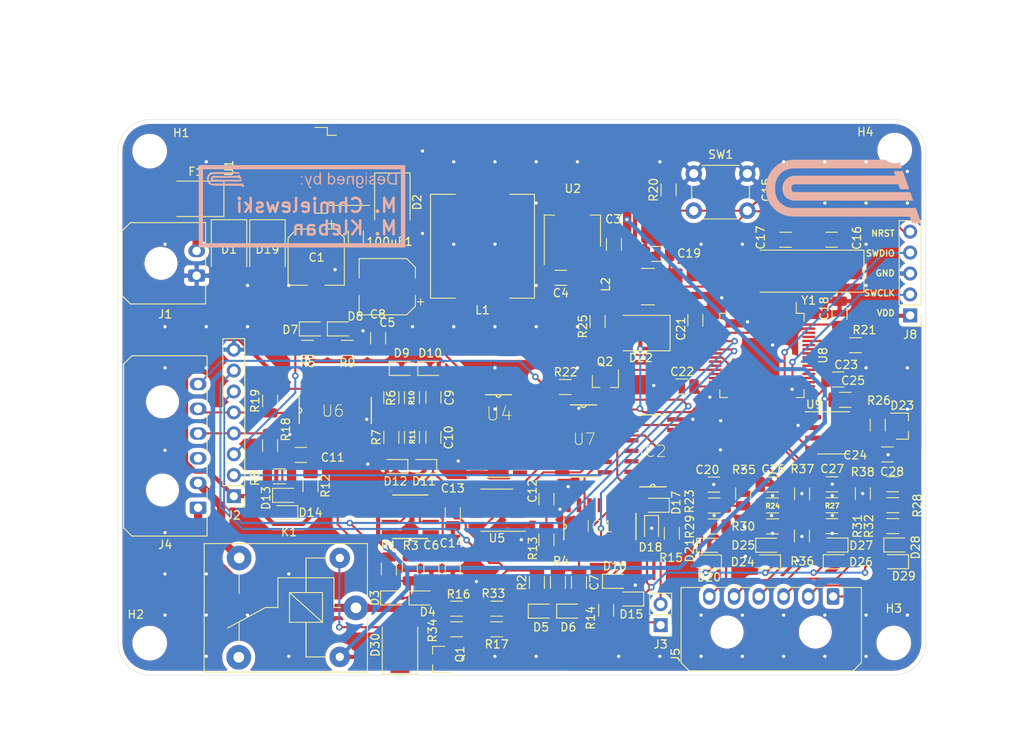
<source format=kicad_pcb>
(kicad_pcb (version 20171130) (host pcbnew "(5.1.12)-1")
  (layers (0 F.Cu signal) (31 B.Cu signal) (34 B.Paste user) (35 F.Paste user) (36 B.SilkS user) (37 F.SilkS user) (38 B.Mask user) (39 F.Mask user) (44 Edge.Cuts user))
  (net 0 "")
  (net 1 "Net-(IC1-Pad4)")
  (net 2 "Net-(IC1-Pad5)")
  (net 3 "Net-(IC2-Pad13)")
  (net 4 "Net-(IC2-Pad12)")
  (net 5 "Net-(IC2-Pad11)")
  (net 6 "Net-(IC2-Pad10)")
  (net 7 "Net-(IC2-Pad5)")
  (net 8 "Net-(IC2-Pad8)")
  (net 9 "Net-(IC2-Pad6)")
  (net 10 "Net-(IC2-Pad4)")
  (net 11 GND)
  (net 12 VCC)
  (net 13 "Net-(C6-Pad1)")
  (net 14 "Net-(C7-Pad1)")
  (net 15 "Net-(C8-Pad1)")
  (net 16 "Net-(C9-Pad1)")
  (net 17 "Net-(C10-Pad1)")
  (net 18 "Net-(C11-Pad1)")
  (net 19 "Net-(C12-Pad1)")
  (net 20 "Net-(C13-Pad2)")
  (net 21 "Net-(C14-Pad2)")
  (net 22 "Net-(C17-Pad1)")
  (net 23 SDC_3.3)
  (net 24 "Net-(D3-Pad2)")
  (net 25 "Net-(D5-Pad2)")
  (net 26 "Net-(D7-Pad2)")
  (net 27 "Net-(D10-Pad1)")
  (net 28 "Net-(D11-Pad2)")
  (net 29 "Net-(D13-Pad2)")
  (net 30 "Net-(D15-Pad2)")
  (net 31 "Net-(D17-Pad2)")
  (net 32 SDC_IN)
  (net 33 "Net-(IC1-Pad10)")
  (net 34 "Net-(IC2-Pad9)")
  (net 35 "Net-(IC2-Pad3)")
  (net 36 "Net-(IC2-Pad1)")
  (net 37 SDC_RL)
  (net 38 WD)
  (net 39 BT_EXT)
  (net 40 AS_CLOSE)
  (net 41 BT_COCKPIT)
  (net 42 AS_DV)
  (net 43 SDC_RDY)
  (net 44 +5V)
  (net 45 "Net-(U4-Pad14)")
  (net 46 "Net-(U4-Pad13)")
  (net 47 "Net-(U4-Pad12)")
  (net 48 "Net-(U4-Pad11)")
  (net 49 "Net-(U4-Pad10)")
  (net 50 "Net-(U4-Pad9)")
  (net 51 "Net-(U4-Pad7)")
  (net 52 "Net-(U4-Pad6)")
  (net 53 "Net-(U4-Pad5)")
  (net 54 "Net-(U4-Pad4)")
  (net 55 "Net-(U5-Pad7)")
  (net 56 "Net-(U5-Pad6)")
  (net 57 "Net-(U5-Pad5)")
  (net 58 "Net-(U5-Pad4)")
  (net 59 "Net-(U5-Pad3)")
  (net 60 "Net-(U6-Pad13)")
  (net 61 "Net-(U6-Pad12)")
  (net 62 "Net-(U6-Pad11)")
  (net 63 "Net-(U6-Pad3)")
  (net 64 "Net-(U7-Pad8)")
  (net 65 "Net-(IC1-Pad13)")
  (net 66 "Net-(IC1-Pad12)")
  (net 67 "Net-(IC1-Pad11)")
  (net 68 "Net-(100uF1-Pad1)")
  (net 69 "Net-(C16-Pad1)")
  (net 70 "Net-(C19-Pad1)")
  (net 71 SENSOR_0)
  (net 72 SENSOR_1)
  (net 73 SENSOR_2)
  (net 74 SENSOR_3)
  (net 75 "Net-(D20-Pad2)")
  (net 76 "Net-(D22-Pad1)")
  (net 77 "Net-(D22-Pad2)")
  (net 78 "Net-(D24-Pad2)")
  (net 79 "Net-(D26-Pad2)")
  (net 80 "Net-(D28-Pad2)")
  (net 81 "Net-(D30-Pad2)")
  (net 82 VCC+15)
  (net 83 "Net-(IC1-Pad1)")
  (net 84 "Net-(J5-Pad3)")
  (net 85 "Net-(J5-Pad4)")
  (net 86 "Net-(K1-Pad4)")
  (net 87 "Net-(R6-Pad2)")
  (net 88 "Net-(R7-Pad2)")
  (net 89 "Net-(R17-Pad1)")
  (net 90 "Net-(R21-Pad1)")
  (net 91 EBS_FAIL_LED)
  (net 92 "Net-(U8-Pad2)")
  (net 93 "Net-(U8-Pad3)")
  (net 94 "Net-(U8-Pad4)")
  (net 95 "Net-(U8-Pad8)")
  (net 96 "Net-(U8-Pad9)")
  (net 97 "Net-(U8-Pad10)")
  (net 98 "Net-(U8-Pad11)")
  (net 99 "Net-(U8-Pad14)")
  (net 100 "Net-(U8-Pad15)")
  (net 101 "Net-(U8-Pad16)")
  (net 102 "Net-(U8-Pad20)")
  (net 103 "Net-(U8-Pad24)")
  (net 104 "Net-(U8-Pad26)")
  (net 105 "Net-(U8-Pad27)")
  (net 106 "Net-(U8-Pad29)")
  (net 107 "Net-(U8-Pad30)")
  (net 108 "Net-(U8-Pad37)")
  (net 109 "Net-(U8-Pad38)")
  (net 110 "Net-(U8-Pad39)")
  (net 111 "Net-(U8-Pad40)")
  (net 112 "Net-(U8-Pad41)")
  (net 113 "Net-(U8-Pad42)")
  (net 114 "Net-(U8-Pad43)")
  (net 115 RX_CAN)
  (net 116 TX_CAN)
  (net 117 "Net-(U8-Pad50)")
  (net 118 "Net-(U8-Pad51)")
  (net 119 "Net-(U8-Pad52)")
  (net 120 "Net-(U8-Pad53)")
  (net 121 "Net-(U8-Pad54)")
  (net 122 "Net-(U8-Pad55)")
  (net 123 "Net-(U8-Pad56)")
  (net 124 "Net-(U8-Pad57)")
  (net 125 "Net-(U8-Pad58)")
  (net 126 "Net-(U8-Pad59)")
  (net 127 "Net-(U8-Pad61)")
  (net 128 "Net-(U8-Pad62)")
  (net 129 "Net-(D2-Pad1)")
  (net 130 "Net-(Q2-Pad3)")
  (net 131 "Net-(Q2-Pad1)")
  (net 132 NRST)
  (net 133 SWDIO)
  (net 134 SWCLK)
  (net 135 /supervisor/CAN_H)
  (net 136 /supervisor/CAN_L)
  (net 137 SDC_OUT)
  (net 138 "Net-(J5-Pad6)")
  (net 139 "Net-(J5-Pad5)")
  (net 140 "Net-(J4-Pad3)")
  (module Resistor_SMD:R_1206_3216Metric (layer F.Cu) (at 170.86126 114.20856)
    (fp_text reference R31 (at 3.09572 0 90) (layer F.SilkS))
    (fp_text value 100)
    (pad 2 smd roundrect (at 1.4625 0) (size 1.125 1.75) (layers F.Cu F.Paste F.Mask) (roundrect_rratio 0.222222) (net 79 "Net-(D26-Pad2)"))
    (pad 1 smd roundrect (at -1.4625 0) (size 1.125 1.75) (layers F.Cu F.Paste F.Mask) (roundrect_rratio 0.222222) (net 85 "Net-(J5-Pad4)"))
  )
  (module Resistor_SMD:R_1206_3216Metric (layer F.Cu) (at 163.65782 111.69142)
    (fp_text reference R24 (at 0.01724 0.06604 180) (layer F.SilkS) (effects (font (size 0.6 0.6))))
    (fp_text value 4.7k)
    (pad 1 smd roundrect (at -1.4625 0) (size 1.125 1.75) (layers F.Cu F.Paste F.Mask) (roundrect_rratio 0.222222) (net 78 "Net-(D24-Pad2)"))
    (pad 2 smd roundrect (at 1.4625 0) (size 1.125 1.75) (layers F.Cu F.Paste F.Mask) (roundrect_rratio 0.222222) (net 72 SENSOR_1))
  )
  (module Resistor_SMD:R_1206_3216Metric (layer F.Cu) (at 163.65782 114.23142 180)
    (fp_text reference R30 (at 3.556 0) (layer F.SilkS))
    (fp_text value 100)
    (pad 1 smd roundrect (at -1.4625 0 180) (size 1.125 1.75) (layers F.Cu F.Paste F.Mask) (roundrect_rratio 0.222222) (net 139 "Net-(J5-Pad5)"))
    (pad 2 smd roundrect (at 1.4625 0 180) (size 1.125 1.75) (layers F.Cu F.Paste F.Mask) (roundrect_rratio 0.222222) (net 78 "Net-(D24-Pad2)"))
  )
  (module Resistor_SMD:R_1206_3216Metric (layer F.Cu) (at 170.86526 111.66856 180)
    (fp_text reference R27 (at -0.0234 -0.07366 180) (layer F.SilkS) (effects (font (size 0.6 0.6))))
    (fp_text value 4.7k)
    (pad 1 smd roundrect (at -1.4625 0 180) (size 1.125 1.75) (layers F.Cu F.Paste F.Mask) (roundrect_rratio 0.222222) (net 79 "Net-(D26-Pad2)"))
    (pad 2 smd roundrect (at 1.4625 0 180) (size 1.125 1.75) (layers F.Cu F.Paste F.Mask) (roundrect_rratio 0.222222) (net 73 SENSOR_2))
  )
  (module Capacitor_SMD:C_1206_3216Metric (layer F.Cu) (at 163.64532 109.15142 180)
    (fp_text reference C26 (at -0.10086 1.84658) (layer F.SilkS))
    (fp_text value 100n)
    (pad 1 smd roundrect (at -1.475 0 180) (size 1.15 1.8) (layers F.Cu F.Paste F.Mask) (roundrect_rratio 0.217391) (net 72 SENSOR_1))
    (pad 2 smd roundrect (at 1.475 0 180) (size 1.15 1.8) (layers F.Cu F.Paste F.Mask) (roundrect_rratio 0.217391) (net 11 GND))
  )
  (module Capacitor_SMD:C_1206_3216Metric (layer F.Cu) (at 170.87776 109.12856)
    (fp_text reference C27 (at 0.0236 -1.87706 180) (layer F.SilkS))
    (fp_text value 100n)
    (pad 2 smd roundrect (at 1.475 0) (size 1.15 1.8) (layers F.Cu F.Paste F.Mask) (roundrect_rratio 0.217391) (net 11 GND))
    (pad 1 smd roundrect (at -1.475 0) (size 1.15 1.8) (layers F.Cu F.Paste F.Mask) (roundrect_rratio 0.217391) (net 73 SENSOR_2))
  )
  (module Resistor_SMD:R_1206_3216Metric (layer F.Cu) (at 167.21836 115.39782 270)
    (fp_text reference R36 (at 3.07032 -0.04064 180) (layer F.SilkS))
    (fp_text value R_Small)
    (pad 2 smd roundrect (at 1.4625 0 270) (size 1.125 1.75) (layers F.Cu F.Paste F.Mask) (roundrect_rratio 0.222222) (net 11 GND))
    (pad 1 smd roundrect (at -1.4625 0 270) (size 1.125 1.75) (layers F.Cu F.Paste F.Mask) (roundrect_rratio 0.222222) (net 72 SENSOR_1))
  )
  (module Resistor_SMD:R_1206_3216Metric (layer F.Cu) (at 174.60722 110.25832 90)
    (fp_text reference R38 (at 2.61566 -0.02032 180) (layer F.SilkS))
    (fp_text value R_Small)
    (pad 2 smd roundrect (at 1.4625 0 90) (size 1.125 1.75) (layers F.Cu F.Paste F.Mask) (roundrect_rratio 0.222222) (net 11 GND))
    (pad 1 smd roundrect (at -1.4625 0 90) (size 1.125 1.75) (layers F.Cu F.Paste F.Mask) (roundrect_rratio 0.222222) (net 74 SENSOR_3))
  )
  (module Resistor_SMD:R_1206_3216Metric (layer F.Cu) (at 167.23614 110.2888 90)
    (fp_text reference R37 (at 3.01444 0.0381 180) (layer F.SilkS))
    (fp_text value R_Small)
    (pad 2 smd roundrect (at 1.4625 0 90) (size 1.125 1.75) (layers F.Cu F.Paste F.Mask) (roundrect_rratio 0.222222) (net 11 GND))
    (pad 1 smd roundrect (at -1.4625 0 90) (size 1.125 1.75) (layers F.Cu F.Paste F.Mask) (roundrect_rratio 0.222222) (net 73 SENSOR_2))
  )
  (module Resistor_SMD:R_1206_3216Metric (layer F.Cu) (at 160.0962 110.2741 90)
    (fp_text reference R35 (at 2.9083 0.08636 180) (layer F.SilkS))
    (fp_text value R_Small)
    (pad 2 smd roundrect (at 1.4625 0 90) (size 1.125 1.75) (layers F.Cu F.Paste F.Mask) (roundrect_rratio 0.222222) (net 11 GND))
    (pad 1 smd roundrect (at -1.4625 0 90) (size 1.125 1.75) (layers F.Cu F.Paste F.Mask) (roundrect_rratio 0.222222) (net 71 SENSOR_0))
  )
  (module Resistor_SMD:R_1206_3216Metric (layer F.Cu) (at 156.5816 111.69904)
    (fp_text reference R23 (at -2.99034 -0.50038 270) (layer F.SilkS))
    (fp_text value 4.7k)
    (pad 2 smd roundrect (at 1.4625 0) (size 1.125 1.75) (layers F.Cu F.Paste F.Mask) (roundrect_rratio 0.222222) (net 71 SENSOR_0))
    (pad 1 smd roundrect (at -1.4625 0) (size 1.125 1.75) (layers F.Cu F.Paste F.Mask) (roundrect_rratio 0.222222) (net 75 "Net-(D20-Pad2)"))
  )
  (module Resistor_SMD:R_1206_3216Metric (layer F.Cu) (at 156.5636 114.23904 180)
    (fp_text reference R29 (at 2.93678 -0.0381 270) (layer F.SilkS))
    (fp_text value 100)
    (pad 2 smd roundrect (at 1.4625 0 180) (size 1.125 1.75) (layers F.Cu F.Paste F.Mask) (roundrect_rratio 0.222222) (net 75 "Net-(D20-Pad2)"))
    (pad 1 smd roundrect (at -1.4625 0 180) (size 1.125 1.75) (layers F.Cu F.Paste F.Mask) (roundrect_rratio 0.222222) (net 138 "Net-(J5-Pad6)"))
  )
  (module Capacitor_SMD:C_1206_3216Metric (layer F.Cu) (at 156.5511 109.15904 180)
    (fp_text reference C20 (at 0.79576 1.80086) (layer F.SilkS))
    (fp_text value 100n)
    (pad 2 smd roundrect (at 1.475 0 180) (size 1.15 1.8) (layers F.Cu F.Paste F.Mask) (roundrect_rratio 0.217391) (net 11 GND))
    (pad 1 smd roundrect (at -1.475 0 180) (size 1.15 1.8) (layers F.Cu F.Paste F.Mask) (roundrect_rratio 0.217391) (net 71 SENSOR_0))
  )
  (module Diode_SMD:D_SOD-323 (layer F.Cu) (at 155.9601 116.52504)
    (fp_text reference D21 (at -2.3536 0.63246 90) (layer F.SilkS))
    (fp_text value 4V)
    (pad 1 smd rect (at -1.05 0) (size 0.6 0.45) (layers F.Cu F.Paste F.Mask) (net 75 "Net-(D20-Pad2)"))
    (pad 2 smd rect (at 1.05 0) (size 0.6 0.45) (layers F.Cu F.Paste F.Mask) (net 11 GND))
  )
  (module Diode_SMD:D_SOD-323 (layer F.Cu) (at 171.30776 116.49456 180)
    (fp_text reference D27 (at -3.0988 -0.06096 180) (layer F.SilkS))
    (fp_text value 4V)
    (pad 1 smd rect (at -1.05 0 180) (size 0.6 0.45) (layers F.Cu F.Paste F.Mask) (net 79 "Net-(D26-Pad2)"))
    (pad 2 smd rect (at 1.05 0 180) (size 0.6 0.45) (layers F.Cu F.Paste F.Mask) (net 11 GND))
  )
  (module Diode_SMD:D_SOD-323 (layer F.Cu) (at 163.12232 116.51742)
    (fp_text reference D25 (at -3.014 0) (layer F.SilkS))
    (fp_text value 4V)
    (pad 1 smd rect (at -1.05 0) (size 0.6 0.45) (layers F.Cu F.Paste F.Mask) (net 78 "Net-(D24-Pad2)"))
    (pad 2 smd rect (at 1.05 0) (size 0.6 0.45) (layers F.Cu F.Paste F.Mask) (net 11 GND))
  )
  (module Diode_SMD:D_SOD-323 (layer F.Cu) (at 155.9601 118.55704 180)
    (fp_text reference D20 (at 0 -1.85) (layer F.SilkS))
    (fp_text value 4V)
    (pad 2 smd rect (at 1.05 0 180) (size 0.6 0.45) (layers F.Cu F.Paste F.Mask) (net 75 "Net-(D20-Pad2)"))
    (pad 1 smd rect (at -1.05 0 180) (size 0.6 0.45) (layers F.Cu F.Paste F.Mask) (net 12 VCC))
  )
  (module Connector_Molex:Molex_Micro-Fit_3.0_43650-0200_1x02_P3.00mm_Horizontal (layer F.Cu) (at 93.8296 83.81124 90)
    (fp_text reference J1 (at -4.67728 -3.812 180) (layer F.SilkS))
    (fp_text value POWER)
    (pad 2 thru_hole oval (at 3 0 90) (size 1.5 2.02) (drill 1.02) (layers *.Cu *.Mask) (net 82 VCC+15))
    (pad 1 thru_hole roundrect (at 0 0 90) (size 1.5 2.02) (drill 1.02) (layers *.Cu *.Mask) (roundrect_rratio 0.166667) (net 11 GND))
    (pad "" np_thru_hole circle (at 1.5 -4.32 90) (size 3 3) (drill 3) (layers *.Cu *.Mask))
  )
  (module Connector_Molex:Molex_Micro-Fit_3.0_43650-0600_1x06_P3.00mm_Horizontal (layer F.Cu) (at 170.9965 122.7308 180)
    (fp_text reference J5 (at 19.1045 -7.1013 90) (layer F.SilkS))
    (fp_text value SENSOR+CAN)
    (pad 6 thru_hole oval (at 15 0 180) (size 1.5 2.02) (drill 1.02) (layers *.Cu *.Mask) (net 138 "Net-(J5-Pad6)"))
    (pad 5 thru_hole oval (at 12 0 180) (size 1.5 2.02) (drill 1.02) (layers *.Cu *.Mask) (net 139 "Net-(J5-Pad5)"))
    (pad 4 thru_hole oval (at 9 0 180) (size 1.5 2.02) (drill 1.02) (layers *.Cu *.Mask) (net 85 "Net-(J5-Pad4)"))
    (pad 3 thru_hole oval (at 6 0 180) (size 1.5 2.02) (drill 1.02) (layers *.Cu *.Mask) (net 84 "Net-(J5-Pad3)"))
    (pad 2 thru_hole oval (at 3 0 180) (size 1.5 2.02) (drill 1.02) (layers *.Cu *.Mask) (net 136 /supervisor/CAN_L))
    (pad 1 thru_hole roundrect (at 0 0 180) (size 1.5 2.02) (drill 1.02) (layers *.Cu *.Mask) (roundrect_rratio 0.166667) (net 135 /supervisor/CAN_H))
    (pad "" np_thru_hole circle (at 12.85 -4.32 180) (size 3 3) (drill 3) (layers *.Cu *.Mask))
    (pad "" np_thru_hole circle (at 2.15 -4.32 180) (size 3 3) (drill 3) (layers *.Cu *.Mask))
  )
  (module Connector_Molex:Molex_Micro-Fit_3.0_43650-0600_1x06_P3.00mm_Horizontal (layer F.Cu) (at 94.0074 111.96944 90)
    (fp_text reference J4 (at -4.48956 -3.9898 180) (layer F.SilkS))
    (fp_text value Conn_01x06_Female)
    (pad 6 thru_hole oval (at 15 0 90) (size 1.5 2.02) (drill 1.02) (layers *.Cu *.Mask) (net 91 EBS_FAIL_LED))
    (pad 5 thru_hole oval (at 12 0 90) (size 1.5 2.02) (drill 1.02) (layers *.Cu *.Mask) (net 39 BT_EXT))
    (pad 4 thru_hole oval (at 9 0 90) (size 1.5 2.02) (drill 1.02) (layers *.Cu *.Mask) (net 41 BT_COCKPIT))
    (pad 3 thru_hole oval (at 6 0 90) (size 1.5 2.02) (drill 1.02) (layers *.Cu *.Mask) (net 140 "Net-(J4-Pad3)"))
    (pad 2 thru_hole oval (at 3 0 90) (size 1.5 2.02) (drill 1.02) (layers *.Cu *.Mask) (net 137 SDC_OUT))
    (pad 1 thru_hole roundrect (at 0 0 90) (size 1.5 2.02) (drill 1.02) (layers *.Cu *.Mask) (roundrect_rratio 0.166667) (net 32 SDC_IN))
    (pad "" np_thru_hole circle (at 12.85 -4.32 90) (size 3 3) (drill 3) (layers *.Cu *.Mask))
    (pad "" np_thru_hole circle (at 2.15 -4.32 90) (size 3 3) (drill 3) (layers *.Cu *.Mask))
  )
  (module MountingHole:MountingHole_3.2mm_M3 (layer F.Cu) (at 178.4731 68.58)
    (fp_text reference H4 (at -3.556 -2.1971) (layer F.SilkS))
    (fp_text value MountingHole)
    (pad 1 np_thru_hole circle (at 0 0) (size 3.2 3.2) (drill 3.2) (layers *.Cu *.Mask))
  )
  (module MountingHole:MountingHole_3.2mm_M3 (layer F.Cu) (at 178.3588 128.3843)
    (fp_text reference H3 (at 0 -4.2) (layer F.SilkS))
    (fp_text value MountingHole)
    (pad 1 np_thru_hole circle (at 0 0) (size 3.2 3.2) (drill 3.2) (layers *.Cu *.Mask))
  )
  (module MountingHole:MountingHole_3.2mm_M3 (layer F.Cu) (at 88.138 128.397)
    (fp_text reference H2 (at -1.6891 -3.4798) (layer F.SilkS))
    (fp_text value MountingHole)
    (pad 1 np_thru_hole circle (at 0 0) (size 3.2 3.2) (drill 3.2) (layers *.Cu *.Mask))
  )
  (module MountingHole:MountingHole_3.2mm_M3 (layer F.Cu) (at 88.138 68.707)
    (fp_text reference H1 (at 3.8227 -2.2098) (layer F.SilkS))
    (fp_text value MountingHole)
    (pad 1 np_thru_hole circle (at 0 0) (size 3.2 3.2) (drill 3.2) (layers *.Cu *.Mask))
  )
  (module logo:SignatureBox25mm (layer B.Cu) (at 106.62412 75.39736 180)
    (fp_text reference G*** hide)
    (fp_text value LOGO hide)
  )
  (module logo:PUTM_LOGO_22mm (layer B.Cu) (at 172.847 73.406 180)
    (fp_text reference G*** hide)
    (fp_text value LOGO hide)
  )
  (module Package_TO_SOT_SMD:SOT-223 (layer F.Cu) (at 139.39012 78.3721 90)
    (fp_text reference U2 (at 5.1185 0.04572 180) (layer F.SilkS))
    (fp_text value LM1117-3.3)
    (pad 1 smd rect (at -3.15 -2.3 90) (size 2 1.5) (layers F.Cu F.Paste F.Mask) (net 11 GND))
    (pad 3 smd rect (at -3.15 2.3 90) (size 2 1.5) (layers F.Cu F.Paste F.Mask) (net 44 +5V))
    (pad 2 smd rect (at -3.15 0 90) (size 2 1.5) (layers F.Cu F.Paste F.Mask) (net 12 VCC))
    (pad 4 smd rect (at 3.15 0 90) (size 2 3.8) (layers F.Cu F.Paste F.Mask))
  )
  (module Package_TO_SOT_SMD:TO-263-5_TabPin3 (layer F.Cu) (at 106.72322 71.03232 180)
    (fp_text reference U1 (at 8.957 0.254 270) (layer F.SilkS))
    (fp_text value LM2596S-5)
    (pad 3 smd rect (at 3.375 0 180) (size 9.4 10.8) (layers F.Cu F.Mask) (net 11 GND))
    (pad 5 smd rect (at -5.775 3.4 180) (size 4.6 1.1) (layers F.Cu F.Paste F.Mask) (net 11 GND))
    (pad 4 smd rect (at -5.775 1.7 180) (size 4.6 1.1) (layers F.Cu F.Paste F.Mask) (net 44 +5V))
    (pad 3 smd rect (at -5.775 0 180) (size 4.6 1.1) (layers F.Cu F.Paste F.Mask) (net 11 GND))
    (pad 2 smd rect (at -5.775 -1.7 180) (size 4.6 1.1) (layers F.Cu F.Paste F.Mask) (net 129 "Net-(D2-Pad1)"))
    (pad 1 smd rect (at -5.775 -3.4 180) (size 4.6 1.1) (layers F.Cu F.Paste F.Mask) (net 68 "Net-(100uF1-Pad1)"))
  )
  (module Connector_PinHeader_2.54mm:PinHeader_1x05_P2.54mm_Vertical (layer F.Cu) (at 180.34 88.6333 180)
    (fp_text reference J8 (at 0 -2.33) (layer F.SilkS))
    (fp_text value PROGRAMMER)
    (pad 5 thru_hole oval (at 0 10.16 180) (size 1.7 1.7) (drill 1) (layers *.Cu *.Mask) (net 132 NRST))
    (pad 4 thru_hole oval (at 0 7.62 180) (size 1.7 1.7) (drill 1) (layers *.Cu *.Mask) (net 133 SWDIO))
    (pad 3 thru_hole oval (at 0 5.08 180) (size 1.7 1.7) (drill 1) (layers *.Cu *.Mask) (net 11 GND))
    (pad 2 thru_hole oval (at 0 2.54 180) (size 1.7 1.7) (drill 1) (layers *.Cu *.Mask) (net 134 SWCLK))
    (pad 1 thru_hole rect (at 0 0 180) (size 1.7 1.7) (drill 1) (layers *.Cu *.Mask) (net 12 VCC))
  )
  (module Diode_SMD:D_SMB (layer F.Cu) (at 118.4874 128.6158 90)
    (fp_text reference D30 (at 0 -3 90) (layer F.SilkS))
    (fp_text value D)
    (pad 2 smd rect (at 2.15 0 90) (size 2.5 2.3) (layers F.Cu F.Paste F.Mask) (net 81 "Net-(D30-Pad2)"))
    (pad 1 smd rect (at -2.15 0 90) (size 2.5 2.3) (layers F.Cu F.Paste F.Mask) (net 44 +5V))
  )
  (module Capacitor_SMD:C_1206_3216Metric (layer F.Cu) (at 152.65728 97.25914 180)
    (fp_text reference C22 (at -0.04244 1.7907) (layer F.SilkS))
    (fp_text value 100n)
    (pad 2 smd roundrect (at 1.475 0 180) (size 1.15 1.8) (layers F.Cu F.Paste F.Mask) (roundrect_rratio 0.217391) (net 11 GND))
    (pad 1 smd roundrect (at -1.475 0 180) (size 1.15 1.8) (layers F.Cu F.Paste F.Mask) (roundrect_rratio 0.217391) (net 12 VCC))
  )
  (module Resistor_SMD:R_1206_3216Metric (layer F.Cu) (at 178.23488 114.20094)
    (fp_text reference R32 (at -2.89614 0.01016 90) (layer F.SilkS))
    (fp_text value 100)
    (pad 2 smd roundrect (at 1.4625 0) (size 1.125 1.75) (layers F.Cu F.Paste F.Mask) (roundrect_rratio 0.222222) (net 80 "Net-(D28-Pad2)"))
    (pad 1 smd roundrect (at -1.4625 0) (size 1.125 1.75) (layers F.Cu F.Paste F.Mask) (roundrect_rratio 0.222222) (net 84 "Net-(J5-Pad3)"))
  )
  (module Resistor_SMD:R_1206_3216Metric (layer F.Cu) (at 178.23488 111.66094 180)
    (fp_text reference R28 (at -2.9865 -0.05588 90) (layer F.SilkS))
    (fp_text value 4.7k)
    (pad 1 smd roundrect (at -1.4625 0 180) (size 1.125 1.75) (layers F.Cu F.Paste F.Mask) (roundrect_rratio 0.222222) (net 80 "Net-(D28-Pad2)"))
    (pad 2 smd roundrect (at 1.4625 0 180) (size 1.125 1.75) (layers F.Cu F.Paste F.Mask) (roundrect_rratio 0.222222) (net 74 SENSOR_3))
  )
  (module Diode_SMD:D_SOD-323 (layer F.Cu) (at 178.64738 118.51894 180)
    (fp_text reference D29 (at -0.91792 -1.74244) (layer F.SilkS))
    (fp_text value 4V)
    (pad 2 smd rect (at 1.05 0 180) (size 0.6 0.45) (layers F.Cu F.Paste F.Mask) (net 11 GND))
    (pad 1 smd rect (at -1.05 0 180) (size 0.6 0.45) (layers F.Cu F.Paste F.Mask) (net 80 "Net-(D28-Pad2)"))
  )
  (module Diode_SMD:D_SOD-323 (layer F.Cu) (at 178.64738 116.48694)
    (fp_text reference D28 (at 2.3454 0.3048 90) (layer F.SilkS))
    (fp_text value 4V)
    (pad 1 smd rect (at -1.05 0) (size 0.6 0.45) (layers F.Cu F.Paste F.Mask) (net 12 VCC))
    (pad 2 smd rect (at 1.05 0) (size 0.6 0.45) (layers F.Cu F.Paste F.Mask) (net 80 "Net-(D28-Pad2)"))
  )
  (module Capacitor_SMD:C_1206_3216Metric (layer F.Cu) (at 178.22238 109.12094)
    (fp_text reference C28 (at -0.0744 -1.524) (layer F.SilkS))
    (fp_text value 100n)
    (pad 1 smd roundrect (at -1.475 0) (size 1.15 1.8) (layers F.Cu F.Paste F.Mask) (roundrect_rratio 0.217391) (net 74 SENSOR_3))
    (pad 2 smd roundrect (at 1.475 0) (size 1.15 1.8) (layers F.Cu F.Paste F.Mask) (roundrect_rratio 0.217391) (net 11 GND))
  )
  (module Package_TO_SOT_SMD:SOT-23 (layer F.Cu) (at 143.38808 96.61728 270)
    (fp_text reference Q2 (at -2.36042 0.05334 180) (layer F.SilkS))
    (fp_text value BC817)
    (pad 3 smd rect (at 1 0 270) (size 0.9 0.8) (layers F.Cu F.Paste F.Mask) (net 130 "Net-(Q2-Pad3)"))
    (pad 2 smd rect (at -1 0.95 270) (size 0.9 0.8) (layers F.Cu F.Paste F.Mask) (net 11 GND))
    (pad 1 smd rect (at -1 -0.95 270) (size 0.9 0.8) (layers F.Cu F.Paste F.Mask) (net 131 "Net-(Q2-Pad1)"))
  )
  (module Capacitor_SMD:CP_Elec_6.3x5.8 (layer F.Cu) (at 116.94666 85.1535 180)
    (fp_text reference C5 (at 0 -4.35) (layer F.SilkS))
    (fp_text value 220u)
    (pad 2 smd roundrect (at 2.7 0 180) (size 3.5 1.6) (layers F.Cu F.Paste F.Mask) (roundrect_rratio 0.15625) (net 11 GND))
    (pad 1 smd roundrect (at -2.7 0 180) (size 3.5 1.6) (layers F.Cu F.Paste F.Mask) (roundrect_rratio 0.15625) (net 44 +5V))
  )
  (module Capacitor_SMD:CP_Elec_6.3x5.8 (layer F.Cu) (at 108.32846 81.56196 270)
    (fp_text reference C1 (at 0.03554 -0.04572 180) (layer F.SilkS))
    (fp_text value 22pF)
    (pad 2 smd roundrect (at 2.7 0 270) (size 3.5 1.6) (layers F.Cu F.Paste F.Mask) (roundrect_rratio 0.15625) (net 11 GND))
    (pad 1 smd roundrect (at -2.7 0 270) (size 3.5 1.6) (layers F.Cu F.Paste F.Mask) (roundrect_rratio 0.15625) (net 68 "Net-(100uF1-Pad1)"))
  )
  (module Resistor_SMD:R_1206_3216Metric (layer F.Cu) (at 151.05126 73.40116 90)
    (fp_text reference R20 (at 0 -1.82 90) (layer F.SilkS))
    (fp_text value 100k)
    (pad 1 smd roundrect (at -1.4625 0 90) (size 1.125 1.75) (layers F.Cu F.Paste F.Mask) (roundrect_rratio 0.222222) (net 132 NRST))
    (pad 2 smd roundrect (at 1.4625 0 90) (size 1.125 1.75) (layers F.Cu F.Paste F.Mask) (roundrect_rratio 0.222222) (net 12 VCC))
  )
  (module Capacitor_SMD:C_1206_3216Metric (layer F.Cu) (at 164.76726 73.41366 90)
    (fp_text reference C15 (at 0 -1.85 90) (layer F.SilkS))
    (fp_text value 100n)
    (pad 2 smd roundrect (at 1.475 0 90) (size 1.15 1.8) (layers F.Cu F.Paste F.Mask) (roundrect_rratio 0.217391) (net 11 GND))
    (pad 1 smd roundrect (at -1.475 0 90) (size 1.15 1.8) (layers F.Cu F.Paste F.Mask) (roundrect_rratio 0.217391) (net 132 NRST))
  )
  (module Button_Switch_THT:SW_PUSH_6mm (layer F.Cu) (at 160.59926 75.93066 180)
    (fp_text reference SW1 (at 3.22848 6.81902) (layer F.SilkS))
    (fp_text value SW_Push)
    (pad 2 thru_hole circle (at 0 4.5 270) (size 2 2) (drill 1.1) (layers *.Cu *.Mask) (net 11 GND))
    (pad 1 thru_hole circle (at 0 0 270) (size 2 2) (drill 1.1) (layers *.Cu *.Mask) (net 132 NRST))
    (pad 2 thru_hole circle (at 6.5 4.5 270) (size 2 2) (drill 1.1) (layers *.Cu *.Mask) (net 11 GND))
    (pad 1 thru_hole circle (at 6.5 0 270) (size 2 2) (drill 1.1) (layers *.Cu *.Mask) (net 132 NRST))
  )
  (module ltc:SO-8_S (layer F.Cu) (at 119.7374 113.0658)
    (fp_text reference U3 (at -2.4544 -3.0717) (layer F.SilkS) (effects (font (size 0.314961 0.314961) (thickness 0.015))))
    (fp_text value LTC1726IS8-5PBF)
    (pad 8 smd rect (at 2.4638 -1.905) (size 1.9812 0.5334) (layers F.Cu F.Paste F.Mask) (net 20 "Net-(C13-Pad2)"))
    (pad 7 smd rect (at 2.4638 -0.635) (size 1.9812 0.5334) (layers F.Cu F.Paste F.Mask) (net 21 "Net-(C14-Pad2)"))
    (pad 6 smd rect (at 2.4638 0.635) (size 1.9812 0.5334) (layers F.Cu F.Paste F.Mask) (net 83 "Net-(IC1-Pad1)"))
    (pad 5 smd rect (at 2.4638 1.905) (size 1.9812 0.5334) (layers F.Cu F.Paste F.Mask) (net 13 "Net-(C6-Pad1)"))
    (pad 4 smd rect (at -2.4638 1.905) (size 1.9812 0.5334) (layers F.Cu F.Paste F.Mask) (net 11 GND))
    (pad 3 smd rect (at -2.4638 0.635) (size 1.9812 0.5334) (layers F.Cu F.Paste F.Mask) (net 12 VCC))
    (pad 2 smd rect (at -2.4638 -0.635) (size 1.9812 0.5334) (layers F.Cu F.Paste F.Mask) (net 44 +5V))
    (pad 1 smd rect (at -2.4638 -1.905) (size 1.9812 0.5334) (layers F.Cu F.Paste F.Mask) (net 12 VCC))
  )
  (module Connector_PinHeader_2.54mm:PinHeader_1x02_P2.54mm_Vertical (layer F.Cu) (at 150.0886 126.2126 180)
    (fp_text reference J3 (at 0 -2.33) (layer F.SilkS))
    (fp_text value TEST_SDC)
    (pad 2 thru_hole oval (at 0 2.54 180) (size 1.7 1.7) (drill 1) (layers *.Cu *.Mask) (net 43 SDC_RDY))
    (pad 1 thru_hole rect (at 0 0 180) (size 1.7 1.7) (drill 1) (layers *.Cu *.Mask) (net 37 SDC_RL))
  )
  (module Connector_PinHeader_2.54mm:PinHeader_1x08_P2.54mm_Vertical (layer F.Cu) (at 98.3374 110.5658 180)
    (fp_text reference J2 (at 0 -2.33) (layer F.SilkS))
    (fp_text value TEST_INPUT)
    (pad 8 thru_hole oval (at 0 17.78 180) (size 1.7 1.7) (drill 1) (layers *.Cu *.Mask) (net 11 GND))
    (pad 7 thru_hole oval (at 0 15.24 180) (size 1.7 1.7) (drill 1) (layers *.Cu *.Mask) (net 23 SDC_3.3))
    (pad 6 thru_hole oval (at 0 12.7 180) (size 1.7 1.7) (drill 1) (layers *.Cu *.Mask) (net 38 WD))
    (pad 5 thru_hole oval (at 0 10.16 180) (size 1.7 1.7) (drill 1) (layers *.Cu *.Mask) (net 39 BT_EXT))
    (pad 4 thru_hole oval (at 0 7.62 180) (size 1.7 1.7) (drill 1) (layers *.Cu *.Mask) (net 41 BT_COCKPIT))
    (pad 3 thru_hole oval (at 0 5.08 180) (size 1.7 1.7) (drill 1) (layers *.Cu *.Mask) (net 42 AS_DV))
    (pad 2 thru_hole oval (at 0 2.54 180) (size 1.7 1.7) (drill 1) (layers *.Cu *.Mask) (net 40 AS_CLOSE))
    (pad 1 thru_hole rect (at 0 0 180) (size 1.7 1.7) (drill 1) (layers *.Cu *.Mask) (net 12 VCC))
  )
  (module KiCAD:SOIC127P600X175-14N (layer F.Cu) (at 142.7274 114.2566 90)
    (fp_text reference IC1 (at 0.01502 -0.05814 180) (layer F.SilkS) (effects (font (size 1.4 1.4) (thickness 0.1))))
    (fp_text value 74HC08D,653)
    (pad 14 smd rect (at 2.5908 -3.81 90) (size 1.7018 0.5334) (layers F.Cu F.Paste F.Mask) (net 12 VCC))
    (pad 13 smd rect (at 2.5908 -2.54 90) (size 1.7018 0.5334) (layers F.Cu F.Paste F.Mask) (net 65 "Net-(IC1-Pad13)"))
    (pad 12 smd rect (at 2.5908 -1.27 90) (size 1.7018 0.5334) (layers F.Cu F.Paste F.Mask) (net 66 "Net-(IC1-Pad12)"))
    (pad 11 smd rect (at 2.5908 0 90) (size 1.7018 0.5334) (layers F.Cu F.Paste F.Mask) (net 67 "Net-(IC1-Pad11)"))
    (pad 10 smd rect (at 2.5908 1.27 90) (size 1.7018 0.5334) (layers F.Cu F.Paste F.Mask) (net 33 "Net-(IC1-Pad10)"))
    (pad 9 smd rect (at 2.5908 2.54 90) (size 1.7018 0.5334) (layers F.Cu F.Paste F.Mask) (net 2 "Net-(IC1-Pad5)"))
    (pad 8 smd rect (at 2.5908 3.81 90) (size 1.7018 0.5334) (layers F.Cu F.Paste F.Mask) (net 31 "Net-(D17-Pad2)"))
    (pad 7 smd rect (at -2.5908 3.81 90) (size 1.7018 0.5334) (layers F.Cu F.Paste F.Mask) (net 11 GND))
    (pad 6 smd rect (at -2.5908 2.54 90) (size 1.7018 0.5334) (layers F.Cu F.Paste F.Mask) (net 30 "Net-(D15-Pad2)"))
    (pad 5 smd rect (at -2.5908 1.27 90) (size 1.7018 0.5334) (layers F.Cu F.Paste F.Mask) (net 2 "Net-(IC1-Pad5)"))
    (pad 4 smd rect (at -2.5908 0 90) (size 1.7018 0.5334) (layers F.Cu F.Paste F.Mask) (net 1 "Net-(IC1-Pad4)"))
    (pad 3 smd rect (at -2.5908 -1.27 90) (size 1.7018 0.5334) (layers F.Cu F.Paste F.Mask) (net 33 "Net-(IC1-Pad10)"))
    (pad 2 smd rect (at -2.5908 -2.54 90) (size 1.7018 0.5334) (layers F.Cu F.Paste F.Mask) (net 14 "Net-(C7-Pad1)"))
    (pad 1 smd rect (at -2.5908 -3.81 90) (size 1.7018 0.5334) (layers F.Cu F.Paste F.Mask) (net 83 "Net-(IC1-Pad1)"))
  )
  (module KiCAD:SOIC127P600X175-14N (layer F.Cu) (at 140.7374 103.8658)
    (fp_text reference U7 (at 0.0929 -0.21602) (layer F.SilkS) (effects (font (size 1.4 1.4) (thickness 0.1))))
    (fp_text value MM74HC74AM)
    (pad 14 smd rect (at 2.5908 -3.81) (size 1.7018 0.5334) (layers F.Cu F.Paste F.Mask) (net 12 VCC))
    (pad 13 smd rect (at 2.5908 -2.54) (size 1.7018 0.5334) (layers F.Cu F.Paste F.Mask) (net 35 "Net-(IC2-Pad3)"))
    (pad 12 smd rect (at 2.5908 -1.27) (size 1.7018 0.5334) (layers F.Cu F.Paste F.Mask) (net 12 VCC))
    (pad 11 smd rect (at 2.5908 0) (size 1.7018 0.5334) (layers F.Cu F.Paste F.Mask) (net 12 VCC))
    (pad 10 smd rect (at 2.5908 1.27) (size 1.7018 0.5334) (layers F.Cu F.Paste F.Mask) (net 59 "Net-(U5-Pad3)"))
    (pad 9 smd rect (at 2.5908 2.54) (size 1.7018 0.5334) (layers F.Cu F.Paste F.Mask) (net 2 "Net-(IC1-Pad5)"))
    (pad 8 smd rect (at 2.5908 3.81) (size 1.7018 0.5334) (layers F.Cu F.Paste F.Mask) (net 64 "Net-(U7-Pad8)"))
    (pad 7 smd rect (at -2.5908 3.81) (size 1.7018 0.5334) (layers F.Cu F.Paste F.Mask) (net 59 "Net-(U5-Pad3)"))
    (pad 6 smd rect (at -2.5908 2.54) (size 1.7018 0.5334) (layers F.Cu F.Paste F.Mask) (net 12 VCC))
    (pad 5 smd rect (at -2.5908 1.27) (size 1.7018 0.5334) (layers F.Cu F.Paste F.Mask) (net 12 VCC))
    (pad 4 smd rect (at -2.5908 0) (size 1.7018 0.5334) (layers F.Cu F.Paste F.Mask) (net 63 "Net-(U6-Pad3)"))
    (pad 3 smd rect (at -2.5908 -1.27) (size 1.7018 0.5334) (layers F.Cu F.Paste F.Mask) (net 1 "Net-(IC1-Pad4)"))
    (pad 2 smd rect (at -2.5908 -2.54) (size 1.7018 0.5334) (layers F.Cu F.Paste F.Mask) (net 36 "Net-(IC2-Pad1)"))
    (pad 1 smd rect (at -2.5908 -3.81) (size 1.7018 0.5334) (layers F.Cu F.Paste F.Mask) (net 11 GND))
  )
  (module KiCAD:SOIC127P600X175-14N (layer F.Cu) (at 110.6374 100.1658 90)
    (fp_text reference U6 (at -0.05752 -0.28456 180) (layer F.SilkS) (effects (font (size 1.4 1.4) (thickness 0.1))))
    (fp_text value 74HC00D,653)
    (pad 14 smd rect (at 2.5908 -3.81 90) (size 1.7018 0.5334) (layers F.Cu F.Paste F.Mask) (net 12 VCC))
    (pad 13 smd rect (at 2.5908 -2.54 90) (size 1.7018 0.5334) (layers F.Cu F.Paste F.Mask) (net 60 "Net-(U6-Pad13)"))
    (pad 12 smd rect (at 2.5908 -1.27 90) (size 1.7018 0.5334) (layers F.Cu F.Paste F.Mask) (net 61 "Net-(U6-Pad12)"))
    (pad 11 smd rect (at 2.5908 0 90) (size 1.7018 0.5334) (layers F.Cu F.Paste F.Mask) (net 62 "Net-(U6-Pad11)"))
    (pad 10 smd rect (at 2.5908 1.27 90) (size 1.7018 0.5334) (layers F.Cu F.Paste F.Mask) (net 39 BT_EXT))
    (pad 9 smd rect (at 2.5908 2.54 90) (size 1.7018 0.5334) (layers F.Cu F.Paste F.Mask) (net 39 BT_EXT))
    (pad 8 smd rect (at 2.5908 3.81 90) (size 1.7018 0.5334) (layers F.Cu F.Paste F.Mask) (net 88 "Net-(R7-Pad2)"))
    (pad 7 smd rect (at -2.5908 3.81 90) (size 1.7018 0.5334) (layers F.Cu F.Paste F.Mask) (net 11 GND))
    (pad 6 smd rect (at -2.5908 2.54 90) (size 1.7018 0.5334) (layers F.Cu F.Paste F.Mask) (net 87 "Net-(R6-Pad2)"))
    (pad 5 smd rect (at -2.5908 1.27 90) (size 1.7018 0.5334) (layers F.Cu F.Paste F.Mask) (net 41 BT_COCKPIT))
    (pad 4 smd rect (at -2.5908 0 90) (size 1.7018 0.5334) (layers F.Cu F.Paste F.Mask) (net 41 BT_COCKPIT))
    (pad 3 smd rect (at -2.5908 -1.27 90) (size 1.7018 0.5334) (layers F.Cu F.Paste F.Mask) (net 63 "Net-(U6-Pad3)"))
    (pad 2 smd rect (at -2.5908 -2.54 90) (size 1.7018 0.5334) (layers F.Cu F.Paste F.Mask) (net 54 "Net-(U4-Pad4)"))
    (pad 1 smd rect (at -2.5908 -3.81 90) (size 1.7018 0.5334) (layers F.Cu F.Paste F.Mask) (net 18 "Net-(C11-Pad1)"))
  )
  (module Package_SO:SOIC-8_3.9x4.9mm_P1.27mm (layer F.Cu) (at 130.2374 112.2658 180)
    (fp_text reference U5 (at 0 -3.4) (layer F.SilkS))
    (fp_text value NE555D)
    (pad 8 smd roundrect (at 2.475 -1.905 180) (size 1.95 0.6) (layers F.Cu F.Paste F.Mask) (net 12 VCC))
    (pad 7 smd roundrect (at 2.475 -0.635 180) (size 1.95 0.6) (layers F.Cu F.Paste F.Mask) (net 55 "Net-(U5-Pad7)"))
    (pad 6 smd roundrect (at 2.475 0.635 180) (size 1.95 0.6) (layers F.Cu F.Paste F.Mask) (net 56 "Net-(U5-Pad6)"))
    (pad 5 smd roundrect (at 2.475 1.905 180) (size 1.95 0.6) (layers F.Cu F.Paste F.Mask) (net 57 "Net-(U5-Pad5)"))
    (pad 4 smd roundrect (at -2.475 1.905 180) (size 1.95 0.6) (layers F.Cu F.Paste F.Mask) (net 58 "Net-(U5-Pad4)"))
    (pad 3 smd roundrect (at -2.475 0.635 180) (size 1.95 0.6) (layers F.Cu F.Paste F.Mask) (net 59 "Net-(U5-Pad3)"))
    (pad 2 smd roundrect (at -2.475 -0.635 180) (size 1.95 0.6) (layers F.Cu F.Paste F.Mask) (net 19 "Net-(C12-Pad1)"))
    (pad 1 smd roundrect (at -2.475 -1.905 180) (size 1.95 0.6) (layers F.Cu F.Paste F.Mask) (net 11 GND))
  )
  (module KiCAD:SOIC127P600X175-16N (layer F.Cu) (at 130.4374 103.2658)
    (fp_text reference U4 (at 0.09066 -2.70212) (layer F.SilkS) (effects (font (size 1.643394 1.643394) (thickness 0.1))))
    (fp_text value 74HC157D,653)
    (pad 16 smd rect (at 2.5908 -4.445) (size 1.7018 0.5334) (layers F.Cu F.Paste F.Mask) (net 12 VCC))
    (pad 15 smd rect (at 2.5908 -3.175) (size 1.7018 0.5334) (layers F.Cu F.Paste F.Mask) (net 11 GND))
    (pad 14 smd rect (at 2.5908 -1.905) (size 1.7018 0.5334) (layers F.Cu F.Paste F.Mask) (net 45 "Net-(U4-Pad14)"))
    (pad 13 smd rect (at 2.5908 -0.635) (size 1.7018 0.5334) (layers F.Cu F.Paste F.Mask) (net 46 "Net-(U4-Pad13)"))
    (pad 12 smd rect (at 2.5908 0.635) (size 1.7018 0.5334) (layers F.Cu F.Paste F.Mask) (net 47 "Net-(U4-Pad12)"))
    (pad 11 smd rect (at 2.5908 1.905) (size 1.7018 0.5334) (layers F.Cu F.Paste F.Mask) (net 48 "Net-(U4-Pad11)"))
    (pad 10 smd rect (at 2.5908 3.175) (size 1.7018 0.5334) (layers F.Cu F.Paste F.Mask) (net 49 "Net-(U4-Pad10)"))
    (pad 9 smd rect (at 2.5908 4.445) (size 1.7018 0.5334) (layers F.Cu F.Paste F.Mask) (net 50 "Net-(U4-Pad9)"))
    (pad 8 smd rect (at -2.5908 4.445) (size 1.7018 0.5334) (layers F.Cu F.Paste F.Mask) (net 11 GND))
    (pad 7 smd rect (at -2.5908 3.175) (size 1.7018 0.5334) (layers F.Cu F.Paste F.Mask) (net 51 "Net-(U4-Pad7)"))
    (pad 6 smd rect (at -2.5908 1.905) (size 1.7018 0.5334) (layers F.Cu F.Paste F.Mask) (net 52 "Net-(U4-Pad6)"))
    (pad 5 smd rect (at -2.5908 0.635) (size 1.7018 0.5334) (layers F.Cu F.Paste F.Mask) (net 53 "Net-(U4-Pad5)"))
    (pad 4 smd rect (at -2.5908 -0.635) (size 1.7018 0.5334) (layers F.Cu F.Paste F.Mask) (net 54 "Net-(U4-Pad4)"))
    (pad 3 smd rect (at -2.5908 -1.905) (size 1.7018 0.5334) (layers F.Cu F.Paste F.Mask) (net 17 "Net-(C10-Pad1)"))
    (pad 2 smd rect (at -2.5908 -3.175) (size 1.7018 0.5334) (layers F.Cu F.Paste F.Mask) (net 16 "Net-(C9-Pad1)"))
    (pad 1 smd rect (at -2.5908 -4.445) (size 1.7018 0.5334) (layers F.Cu F.Paste F.Mask) (net 15 "Net-(C8-Pad1)"))
  )
  (module Resistor_SMD:R_1206_3216Metric (layer F.Cu) (at 151.4475 115.0727 90)
    (fp_text reference R15 (at -2.9626 -0.0967 180) (layer F.SilkS))
    (fp_text value 4.7k)
    (pad 2 smd roundrect (at 1.4625 0 90) (size 1.125 1.75) (layers F.Cu F.Paste F.Mask) (roundrect_rratio 0.222222) (net 31 "Net-(D17-Pad2)"))
    (pad 1 smd roundrect (at -1.4625 0 90) (size 1.125 1.75) (layers F.Cu F.Paste F.Mask) (roundrect_rratio 0.222222) (net 43 SDC_RDY))
  )
  (module Resistor_SMD:R_1206_3216Metric (layer F.Cu) (at 143.484 124.4069 90)
    (fp_text reference R14 (at -0.9294 -1.879 90) (layer F.SilkS))
    (fp_text value 4.7k)
    (pad 2 smd roundrect (at 1.4625 0 90) (size 1.125 1.75) (layers F.Cu F.Paste F.Mask) (roundrect_rratio 0.222222) (net 30 "Net-(D15-Pad2)"))
    (pad 1 smd roundrect (at -1.4625 0 90) (size 1.125 1.75) (layers F.Cu F.Paste F.Mask) (roundrect_rratio 0.222222) (net 37 SDC_RL))
  )
  (module Resistor_SMD:R_1206_3216Metric (layer F.Cu) (at 136.2374 115.8783 90)
    (fp_text reference R13 (at -1.0375 -1.65 90) (layer F.SilkS))
    (fp_text value 100)
    (pad 2 smd roundrect (at 1.4625 0 90) (size 1.125 1.75) (layers F.Cu F.Paste F.Mask) (roundrect_rratio 0.222222) (net 19 "Net-(C12-Pad1)"))
    (pad 1 smd roundrect (at -1.4625 0 90) (size 1.125 1.75) (layers F.Cu F.Paste F.Mask) (roundrect_rratio 0.222222) (net 83 "Net-(IC1-Pad1)"))
  )
  (module Resistor_SMD:R_1206_3216Metric (layer F.Cu) (at 107.6374 109.3033 270)
    (fp_text reference R12 (at 0 -1.82 90) (layer F.SilkS))
    (fp_text value 4.7k)
    (pad 2 smd roundrect (at 1.4625 0 270) (size 1.125 1.75) (layers F.Cu F.Paste F.Mask) (roundrect_rratio 0.222222) (net 29 "Net-(D13-Pad2)"))
    (pad 1 smd roundrect (at -1.4625 0 270) (size 1.125 1.75) (layers F.Cu F.Paste F.Mask) (roundrect_rratio 0.222222) (net 18 "Net-(C11-Pad1)"))
  )
  (module Resistor_SMD:R_1206_3216Metric (layer F.Cu) (at 119.9374 103.4283 270)
    (fp_text reference R11 (at -0.04776 -0.04204 270) (layer F.SilkS) (effects (font (size 0.6 0.6))))
    (fp_text value 4.7k)
    (pad 2 smd roundrect (at 1.4625 0 270) (size 1.125 1.75) (layers F.Cu F.Paste F.Mask) (roundrect_rratio 0.222222) (net 28 "Net-(D11-Pad2)"))
    (pad 1 smd roundrect (at -1.4625 0 270) (size 1.125 1.75) (layers F.Cu F.Paste F.Mask) (roundrect_rratio 0.222222) (net 17 "Net-(C10-Pad1)"))
  )
  (module Resistor_SMD:R_1206_3216Metric (layer F.Cu) (at 119.9374 98.6033 90)
    (fp_text reference R10 (at -0.0376 -0.02654 90) (layer F.SilkS) (effects (font (size 0.6 0.6))))
    (fp_text value 4.7k)
    (pad 2 smd roundrect (at 1.4625 0 90) (size 1.125 1.75) (layers F.Cu F.Paste F.Mask) (roundrect_rratio 0.222222) (net 27 "Net-(D10-Pad1)"))
    (pad 1 smd roundrect (at -1.4625 0 90) (size 1.125 1.75) (layers F.Cu F.Paste F.Mask) (roundrect_rratio 0.222222) (net 16 "Net-(C9-Pad1)"))
  )
  (module Resistor_SMD:R_1206_3216Metric (layer F.Cu) (at 112.0981 92.5762 180)
    (fp_text reference R9 (at 0 -1.82) (layer F.SilkS))
    (fp_text value 4.7k)
    (pad 2 smd roundrect (at 1.4625 0 180) (size 1.125 1.75) (layers F.Cu F.Paste F.Mask) (roundrect_rratio 0.222222) (net 26 "Net-(D7-Pad2)"))
    (pad 1 smd roundrect (at -1.4625 0 180) (size 1.125 1.75) (layers F.Cu F.Paste F.Mask) (roundrect_rratio 0.222222) (net 15 "Net-(C8-Pad1)"))
  )
  (module Resistor_SMD:R_1206_3216Metric (layer F.Cu) (at 103.8749 108.1658 180)
    (fp_text reference R8 (at 2.9625 -0.2 90) (layer F.SilkS))
    (fp_text value 100)
    (pad 2 smd roundrect (at 1.4625 0 180) (size 1.125 1.75) (layers F.Cu F.Paste F.Mask) (roundrect_rratio 0.222222) (net 40 AS_CLOSE))
    (pad 1 smd roundrect (at -1.4625 0 180) (size 1.125 1.75) (layers F.Cu F.Paste F.Mask) (roundrect_rratio 0.222222) (net 29 "Net-(D13-Pad2)"))
  )
  (module Resistor_SMD:R_1206_3216Metric (layer F.Cu) (at 117.4374 103.4283 90)
    (fp_text reference R7 (at 0 -1.82 90) (layer F.SilkS))
    (fp_text value 100)
    (pad 2 smd roundrect (at 1.4625 0 90) (size 1.125 1.75) (layers F.Cu F.Paste F.Mask) (roundrect_rratio 0.222222) (net 88 "Net-(R7-Pad2)"))
    (pad 1 smd roundrect (at -1.4625 0 90) (size 1.125 1.75) (layers F.Cu F.Paste F.Mask) (roundrect_rratio 0.222222) (net 28 "Net-(D11-Pad2)"))
  )
  (module Resistor_SMD:R_1206_3216Metric (layer F.Cu) (at 117.4374 98.6033 270)
    (fp_text reference R6 (at 0.0376 0.03352 90) (layer F.SilkS))
    (fp_text value 100)
    (pad 2 smd roundrect (at 1.4625 0 270) (size 1.125 1.75) (layers F.Cu F.Paste F.Mask) (roundrect_rratio 0.222222) (net 87 "Net-(R6-Pad2)"))
    (pad 1 smd roundrect (at -1.4625 0 270) (size 1.125 1.75) (layers F.Cu F.Paste F.Mask) (roundrect_rratio 0.222222) (net 27 "Net-(D10-Pad1)"))
  )
  (module Resistor_SMD:R_1206_3216Metric (layer F.Cu) (at 107.2731 92.5762 180)
    (fp_text reference R5 (at 0 -1.82 180) (layer F.SilkS))
    (fp_text value 100)
    (pad 2 smd roundrect (at 1.4625 0 180) (size 1.125 1.75) (layers F.Cu F.Paste F.Mask) (roundrect_rratio 0.222222) (net 42 AS_DV))
    (pad 1 smd roundrect (at -1.4625 0 180) (size 1.125 1.75) (layers F.Cu F.Paste F.Mask) (roundrect_rratio 0.222222) (net 26 "Net-(D7-Pad2)"))
  )
  (module Resistor_SMD:R_1206_3216Metric (layer F.Cu) (at 137.6374 121.0283 270)
    (fp_text reference R4 (at -2.59572 -0.36842 180) (layer F.SilkS))
    (fp_text value 4.7k)
    (pad 2 smd roundrect (at 1.4625 0 270) (size 1.125 1.75) (layers F.Cu F.Paste F.Mask) (roundrect_rratio 0.222222) (net 25 "Net-(D5-Pad2)"))
    (pad 1 smd roundrect (at -1.4625 0 270) (size 1.125 1.75) (layers F.Cu F.Paste F.Mask) (roundrect_rratio 0.222222) (net 14 "Net-(C7-Pad1)"))
  )
  (module Resistor_SMD:R_1206_3216Metric (layer F.Cu) (at 119.6874 119.3783 270)
    (fp_text reference R3 (at -2.8125 -0.1 180) (layer F.SilkS))
    (fp_text value 4.7k)
    (pad 2 smd roundrect (at 1.4625 0 270) (size 1.125 1.75) (layers F.Cu F.Paste F.Mask) (roundrect_rratio 0.222222) (net 24 "Net-(D3-Pad2)"))
    (pad 1 smd roundrect (at -1.4625 0 270) (size 1.125 1.75) (layers F.Cu F.Paste F.Mask) (roundrect_rratio 0.222222) (net 13 "Net-(C6-Pad1)"))
  )
  (module Resistor_SMD:R_1206_3216Metric (layer F.Cu) (at 135.0874 121.0533 90)
    (fp_text reference R2 (at 0 -1.82 90) (layer F.SilkS))
    (fp_text value 100)
    (pad 2 smd roundrect (at 1.4625 0 90) (size 1.125 1.75) (layers F.Cu F.Paste F.Mask) (roundrect_rratio 0.222222) (net 23 SDC_3.3))
    (pad 1 smd roundrect (at -1.4625 0 90) (size 1.125 1.75) (layers F.Cu F.Paste F.Mask) (roundrect_rratio 0.222222) (net 25 "Net-(D5-Pad2)"))
  )
  (module Resistor_SMD:R_1206_3216Metric (layer F.Cu) (at 117.1374 119.4033 90)
    (fp_text reference R1 (at 2.85794 -0.00784 180) (layer F.SilkS))
    (fp_text value 100)
    (pad 2 smd roundrect (at 1.4625 0 90) (size 1.125 1.75) (layers F.Cu F.Paste F.Mask) (roundrect_rratio 0.222222) (net 38 WD))
    (pad 1 smd roundrect (at -1.4625 0 90) (size 1.125 1.75) (layers F.Cu F.Paste F.Mask) (roundrect_rratio 0.222222) (net 24 "Net-(D3-Pad2)"))
  )
  (module Inductor_SMD:L_12x12mm_H8mm (layer F.Cu) (at 128.49098 80.2416 90)
    (fp_text reference L1 (at -7.75 0 180) (layer F.SilkS))
    (fp_text value 33u)
    (pad 2 smd rect (at 4.95 0 90) (size 2.9 5.4) (layers F.Cu F.Paste F.Mask) (net 129 "Net-(D2-Pad1)"))
    (pad 1 smd rect (at -4.95 0 90) (size 2.9 5.4) (layers F.Cu F.Paste F.Mask) (net 44 +5V))
  )
  (module Diode_SMD:D_SMB (layer F.Cu) (at 93.58514 74.49312 180)
    (fp_text reference F1 (at -0.12898 3.30376 180) (layer F.SilkS))
    (fp_text value Fuse)
    (pad 2 smd rect (at 2.15 0 180) (size 2.5 2.3) (layers F.Cu F.Paste F.Mask) (net 82 VCC+15))
    (pad 1 smd rect (at -2.15 0 180) (size 2.5 2.3) (layers F.Cu F.Paste F.Mask) (net 68 "Net-(100uF1-Pad1)"))
  )
  (module Capacitor_SMD:C_1206_3216Metric (layer F.Cu) (at 124.8874 119.3908 90)
    (fp_text reference C14 (at 3.125 -0.15 180) (layer F.SilkS))
    (fp_text value 1nF)
    (pad 2 smd roundrect (at 1.475 0 90) (size 1.15 1.8) (layers F.Cu F.Paste F.Mask) (roundrect_rratio 0.217391) (net 21 "Net-(C14-Pad2)"))
    (pad 1 smd roundrect (at -1.475 0 90) (size 1.15 1.8) (layers F.Cu F.Paste F.Mask) (roundrect_rratio 0.217391) (net 11 GND))
  )
  (module Capacitor_SMD:C_1206_3216Metric (layer F.Cu) (at 124.8874 112.6908 90)
    (fp_text reference C13 (at 3.075 0 180) (layer F.SilkS))
    (fp_text value 10nF)
    (pad 2 smd roundrect (at 1.475 0 90) (size 1.15 1.8) (layers F.Cu F.Paste F.Mask) (roundrect_rratio 0.217391) (net 20 "Net-(C13-Pad2)"))
    (pad 1 smd roundrect (at -1.475 0 90) (size 1.15 1.8) (layers F.Cu F.Paste F.Mask) (roundrect_rratio 0.217391) (net 11 GND))
  )
  (module Capacitor_SMD:C_1206_3216Metric (layer F.Cu) (at 136.2374 110.9408 90)
    (fp_text reference C12 (at 1.025 -1.7 90) (layer F.SilkS))
    (fp_text value 100uF)
    (pad 2 smd roundrect (at 1.475 0 90) (size 1.15 1.8) (layers F.Cu F.Paste F.Mask) (roundrect_rratio 0.217391) (net 11 GND))
    (pad 1 smd roundrect (at -1.475 0 90) (size 1.15 1.8) (layers F.Cu F.Paste F.Mask) (roundrect_rratio 0.217391) (net 19 "Net-(C12-Pad1)"))
  )
  (module Capacitor_SMD:C_1206_3216Metric (layer F.Cu) (at 106.4624 105.5658 180)
    (fp_text reference C11 (at -3.875 -0.3) (layer F.SilkS))
    (fp_text value 100n)
    (pad 2 smd roundrect (at 1.475 0 180) (size 1.15 1.8) (layers F.Cu F.Paste F.Mask) (roundrect_rratio 0.217391) (net 11 GND))
    (pad 1 smd roundrect (at -1.475 0 180) (size 1.15 1.8) (layers F.Cu F.Paste F.Mask) (roundrect_rratio 0.217391) (net 18 "Net-(C11-Pad1)"))
  )
  (module Capacitor_SMD:C_1206_3216Metric (layer F.Cu) (at 122.5374 103.4408 270)
    (fp_text reference C10 (at 0 -1.85 90) (layer F.SilkS))
    (fp_text value 100n)
    (pad 2 smd roundrect (at 1.475 0 270) (size 1.15 1.8) (layers F.Cu F.Paste F.Mask) (roundrect_rratio 0.217391) (net 11 GND))
    (pad 1 smd roundrect (at -1.475 0 270) (size 1.15 1.8) (layers F.Cu F.Paste F.Mask) (roundrect_rratio 0.217391) (net 17 "Net-(C10-Pad1)"))
  )
  (module Capacitor_SMD:C_1206_3216Metric (layer F.Cu) (at 122.5374 98.5908 90)
    (fp_text reference C9 (at -0.02724 1.94546 270) (layer F.SilkS))
    (fp_text value 100n)
    (pad 2 smd roundrect (at 1.475 0 90) (size 1.15 1.8) (layers F.Cu F.Paste F.Mask) (roundrect_rratio 0.217391) (net 11 GND))
    (pad 1 smd roundrect (at -1.475 0 90) (size 1.15 1.8) (layers F.Cu F.Paste F.Mask) (roundrect_rratio 0.217391) (net 16 "Net-(C9-Pad1)"))
  )
  (module Capacitor_SMD:C_1206_3216Metric (layer F.Cu) (at 115.8356 91.4012 90)
    (fp_text reference C8 (at 2.9076 -0.03954 180) (layer F.SilkS))
    (fp_text value 100n)
    (pad 2 smd roundrect (at 1.475 0 90) (size 1.15 1.8) (layers F.Cu F.Paste F.Mask) (roundrect_rratio 0.217391) (net 11 GND))
    (pad 1 smd roundrect (at -1.475 0 90) (size 1.15 1.8) (layers F.Cu F.Paste F.Mask) (roundrect_rratio 0.217391) (net 15 "Net-(C8-Pad1)"))
  )
  (module Capacitor_SMD:C_1206_3216Metric (layer F.Cu) (at 140.1874 121.0408 270)
    (fp_text reference C7 (at 0 -1.85 90) (layer F.SilkS))
    (fp_text value 100n)
    (pad 2 smd roundrect (at 1.475 0 270) (size 1.15 1.8) (layers F.Cu F.Paste F.Mask) (roundrect_rratio 0.217391) (net 11 GND))
    (pad 1 smd roundrect (at -1.475 0 270) (size 1.15 1.8) (layers F.Cu F.Paste F.Mask) (roundrect_rratio 0.217391) (net 14 "Net-(C7-Pad1)"))
  )
  (module Capacitor_SMD:C_1206_3216Metric (layer F.Cu) (at 122.2874 119.3908 270)
    (fp_text reference C6 (at -2.875 0 180) (layer F.SilkS))
    (fp_text value 100n)
    (pad 2 smd roundrect (at 1.475 0 270) (size 1.15 1.8) (layers F.Cu F.Paste F.Mask) (roundrect_rratio 0.217391) (net 11 GND))
    (pad 1 smd roundrect (at -1.475 0 270) (size 1.15 1.8) (layers F.Cu F.Paste F.Mask) (roundrect_rratio 0.217391) (net 13 "Net-(C6-Pad1)"))
  )
  (module Capacitor_SMD:C_1206_3216Metric (layer F.Cu) (at 137.99492 84.074 180)
    (fp_text reference C4 (at 0 -1.85) (layer F.SilkS))
    (fp_text value 100n)
    (pad 2 smd roundrect (at 1.475 0 180) (size 1.15 1.8) (layers F.Cu F.Paste F.Mask) (roundrect_rratio 0.217391) (net 11 GND))
    (pad 1 smd roundrect (at -1.475 0 180) (size 1.15 1.8) (layers F.Cu F.Paste F.Mask) (roundrect_rratio 0.217391) (net 12 VCC))
  )
  (module Capacitor_SMD:C_1206_3216Metric (layer F.Cu) (at 144.42694 80.0209 90)
    (fp_text reference C3 (at 3.0589 -0.09144 180) (layer F.SilkS))
    (fp_text value 100n)
    (pad 2 smd roundrect (at 1.475 0 90) (size 1.15 1.8) (layers F.Cu F.Paste F.Mask) (roundrect_rratio 0.217391) (net 11 GND))
    (pad 1 smd roundrect (at -1.475 0 90) (size 1.15 1.8) (layers F.Cu F.Paste F.Mask) (roundrect_rratio 0.217391) (net 44 +5V))
  )
  (module Capacitor_SMD:C_1206_3216Metric (layer F.Cu) (at 113.13668 79.08618 270)
    (fp_text reference 100uF1 (at 0.60318 -4.07744 180) (layer F.SilkS))
    (fp_text value CP_Small)
    (pad 2 smd roundrect (at 1.475 0 270) (size 1.15 1.8) (layers F.Cu F.Paste F.Mask) (roundrect_rratio 0.217391) (net 11 GND))
    (pad 1 smd roundrect (at -1.475 0 270) (size 1.15 1.8) (layers F.Cu F.Paste F.Mask) (roundrect_rratio 0.217391) (net 68 "Net-(100uF1-Pad1)"))
  )
  (module KiCAD:SOIC127P600X175-14N (layer F.Cu) (at 149.1374 105.0658 180)
    (fp_text reference IC2 (at 0.01146 -0.04956) (layer F.SilkS) (effects (font (size 1.4 1.4) (thickness 0.1))))
    (fp_text value 74HC32D,653)
    (pad 14 smd rect (at 2.5908 -3.81 180) (size 1.7018 0.5334) (layers F.Cu F.Paste F.Mask) (net 12 VCC))
    (pad 13 smd rect (at 2.5908 -2.54 180) (size 1.7018 0.5334) (layers F.Cu F.Paste F.Mask) (net 3 "Net-(IC2-Pad13)"))
    (pad 12 smd rect (at 2.5908 -1.27 180) (size 1.7018 0.5334) (layers F.Cu F.Paste F.Mask) (net 4 "Net-(IC2-Pad12)"))
    (pad 11 smd rect (at 2.5908 0 180) (size 1.7018 0.5334) (layers F.Cu F.Paste F.Mask) (net 5 "Net-(IC2-Pad11)"))
    (pad 10 smd rect (at 2.5908 1.27 180) (size 1.7018 0.5334) (layers F.Cu F.Paste F.Mask) (net 6 "Net-(IC2-Pad10)"))
    (pad 9 smd rect (at 2.5908 2.54 180) (size 1.7018 0.5334) (layers F.Cu F.Paste F.Mask) (net 34 "Net-(IC2-Pad9)"))
    (pad 8 smd rect (at 2.5908 3.81 180) (size 1.7018 0.5334) (layers F.Cu F.Paste F.Mask) (net 8 "Net-(IC2-Pad8)"))
    (pad 7 smd rect (at -2.5908 3.81 180) (size 1.7018 0.5334) (layers F.Cu F.Paste F.Mask) (net 11 GND))
    (pad 6 smd rect (at -2.5908 2.54 180) (size 1.7018 0.5334) (layers F.Cu F.Paste F.Mask) (net 9 "Net-(IC2-Pad6)"))
    (pad 5 smd rect (at -2.5908 1.27 180) (size 1.7018 0.5334) (layers F.Cu F.Paste F.Mask) (net 7 "Net-(IC2-Pad5)"))
    (pad 4 smd rect (at -2.5908 0 180) (size 1.7018 0.5334) (layers F.Cu F.Paste F.Mask) (net 10 "Net-(IC2-Pad4)"))
    (pad 3 smd rect (at -2.5908 -1.27 180) (size 1.7018 0.5334) (layers F.Cu F.Paste F.Mask) (net 35 "Net-(IC2-Pad3)"))
    (pad 2 smd rect (at -2.5908 -2.54 180) (size 1.7018 0.5334) (layers F.Cu F.Paste F.Mask) (net 33 "Net-(IC1-Pad10)"))
    (pad 1 smd rect (at -2.5908 -3.81 180) (size 1.7018 0.5334) (layers F.Cu F.Paste F.Mask) (net 36 "Net-(IC2-Pad1)"))
  )
  (module Capacitor_SMD:C_1206_3216Metric (layer F.Cu) (at 170.8132 79.4512 180)
    (fp_text reference C16 (at -3.0625 0.2159 90) (layer F.SilkS))
    (fp_text value 22p)
    (pad 1 smd roundrect (at -1.475 0 180) (size 1.15 1.8) (layers F.Cu F.Paste F.Mask) (roundrect_rratio 0.217391) (net 69 "Net-(C16-Pad1)"))
    (pad 2 smd roundrect (at 1.475 0 180) (size 1.15 1.8) (layers F.Cu F.Paste F.Mask) (roundrect_rratio 0.217391) (net 11 GND))
  )
  (module Capacitor_SMD:C_1206_3216Metric (layer F.Cu) (at 165.2252 79.4512)
    (fp_text reference C17 (at -3.0208 -0.254 90) (layer F.SilkS))
    (fp_text value 22p)
    (pad 2 smd roundrect (at 1.475 0) (size 1.15 1.8) (layers F.Cu F.Paste F.Mask) (roundrect_rratio 0.217391) (net 11 GND))
    (pad 1 smd roundrect (at -1.475 0) (size 1.15 1.8) (layers F.Cu F.Paste F.Mask) (roundrect_rratio 0.217391) (net 22 "Net-(C17-Pad1)"))
  )
  (module Capacitor_SMD:C_1206_3216Metric (layer F.Cu) (at 171.7802 88.3902 90)
    (fp_text reference C18 (at 0.60526 -1.86182 90) (layer F.SilkS))
    (fp_text value 100n)
    (pad 1 smd roundrect (at -1.475 0 90) (size 1.15 1.8) (layers F.Cu F.Paste F.Mask) (roundrect_rratio 0.217391) (net 12 VCC))
    (pad 2 smd roundrect (at 1.475 0 90) (size 1.15 1.8) (layers F.Cu F.Paste F.Mask) (roundrect_rratio 0.217391) (net 11 GND))
  )
  (module Capacitor_SMD:C_1206_3216Metric (layer F.Cu) (at 149.7058 81.1784 180)
    (fp_text reference C19 (at -3.8372 0.0762) (layer F.SilkS))
    (fp_text value 100n)
    (pad 1 smd roundrect (at -1.475 0 180) (size 1.15 1.8) (layers F.Cu F.Paste F.Mask) (roundrect_rratio 0.217391) (net 70 "Net-(C19-Pad1)"))
    (pad 2 smd roundrect (at 1.475 0 180) (size 1.15 1.8) (layers F.Cu F.Paste F.Mask) (roundrect_rratio 0.217391) (net 11 GND))
  )
  (module Capacitor_SMD:C_1206_3216Metric (layer F.Cu) (at 154.29738 89.21824 90)
    (fp_text reference C21 (at -1.0432 -1.74752 90) (layer F.SilkS))
    (fp_text value 100n)
    (pad 2 smd roundrect (at 1.475 0 90) (size 1.15 1.8) (layers F.Cu F.Paste F.Mask) (roundrect_rratio 0.217391) (net 11 GND))
    (pad 1 smd roundrect (at -1.475 0 90) (size 1.15 1.8) (layers F.Cu F.Paste F.Mask) (roundrect_rratio 0.217391) (net 12 VCC))
  )
  (module Capacitor_SMD:C_1206_3216Metric (layer F.Cu) (at 171.61182 96.41078)
    (fp_text reference C23 (at 0.97102 -1.78816) (layer F.SilkS))
    (fp_text value 100n)
    (pad 1 smd roundrect (at -1.475 0) (size 1.15 1.8) (layers F.Cu F.Paste F.Mask) (roundrect_rratio 0.217391) (net 12 VCC))
    (pad 2 smd roundrect (at 1.475 0) (size 1.15 1.8) (layers F.Cu F.Paste F.Mask) (roundrect_rratio 0.217391) (net 11 GND))
  )
  (module Capacitor_SMD:C_1206_3216Metric (layer F.Cu) (at 177.58844 105.50144)
    (fp_text reference C24 (at -3.9098 0.09652) (layer F.SilkS))
    (fp_text value 100n)
    (pad 1 smd roundrect (at -1.475 0) (size 1.15 1.8) (layers F.Cu F.Paste F.Mask) (roundrect_rratio 0.217391) (net 12 VCC))
    (pad 2 smd roundrect (at 1.475 0) (size 1.15 1.8) (layers F.Cu F.Paste F.Mask) (roundrect_rratio 0.217391) (net 11 GND))
  )
  (module Capacitor_SMD:C_1206_3216Metric (layer F.Cu) (at 172.46928 98.87712)
    (fp_text reference C25 (at 0.94922 -2.33172 180) (layer F.SilkS))
    (fp_text value 100n)
    (pad 2 smd roundrect (at 1.475 0) (size 1.15 1.8) (layers F.Cu F.Paste F.Mask) (roundrect_rratio 0.217391) (net 11 GND))
    (pad 1 smd roundrect (at -1.475 0) (size 1.15 1.8) (layers F.Cu F.Paste F.Mask) (roundrect_rratio 0.217391) (net 44 +5V))
  )
  (module Diode_SMD:D_SMB (layer F.Cu) (at 102.41534 80.57504 270)
    (fp_text reference D19 (at 0.04964 0.00508 180) (layer F.SilkS))
    (fp_text value D_Zener_Small)
    (pad 1 smd rect (at -2.15 0 270) (size 2.5 2.3) (layers F.Cu F.Paste F.Mask) (net 68 "Net-(100uF1-Pad1)"))
    (pad 2 smd rect (at 2.15 0 270) (size 2.5 2.3) (layers F.Cu F.Paste F.Mask) (net 11 GND))
  )
  (module Diode_SMD:D_SMB (layer F.Cu) (at 147.6846 90.7796 180)
    (fp_text reference D22 (at 0 -3) (layer F.SilkS))
    (fp_text value LED)
    (pad 1 smd rect (at -2.15 0 180) (size 2.5 2.3) (layers F.Cu F.Paste F.Mask) (net 76 "Net-(D22-Pad1)"))
    (pad 2 smd rect (at 2.15 0 180) (size 2.5 2.3) (layers F.Cu F.Paste F.Mask) (net 77 "Net-(D22-Pad2)"))
  )
  (module Package_TO_SOT_SMD:SOT-23 (layer F.Cu) (at 179.37404 102.06732)
    (fp_text reference D23 (at 0 -2.5) (layer F.SilkS))
    (fp_text value D_TVS_x2_AAC)
    (pad 1 smd rect (at -1 -0.95) (size 0.9 0.8) (layers F.Cu F.Paste F.Mask) (net 135 /supervisor/CAN_H))
    (pad 2 smd rect (at -1 0.95) (size 0.9 0.8) (layers F.Cu F.Paste F.Mask) (net 136 /supervisor/CAN_L))
    (pad 3 smd rect (at 1 0) (size 0.9 0.8) (layers F.Cu F.Paste F.Mask) (net 11 GND))
  )
  (module Relay_THT:Relay_SPDT_SANYOU_SRD_Series_Form_C (layer F.Cu) (at 113.1374 124.1158 180)
    (fp_text reference K1 (at 8.1 9.2) (layer F.SilkS))
    (fp_text value SANYOU_SRD_Form_C)
    (pad 2 thru_hole circle (at 1.95 6.05 270) (size 2.5 2.5) (drill 1) (layers *.Cu *.Mask) (net 81 "Net-(D30-Pad2)"))
    (pad 3 thru_hole circle (at 14.15 6.05 270) (size 3 3) (drill 1.3) (layers *.Cu *.Mask) (net 137 SDC_OUT))
    (pad 4 thru_hole circle (at 14.2 -6 270) (size 3 3) (drill 1.3) (layers *.Cu *.Mask) (net 86 "Net-(K1-Pad4)"))
    (pad 5 thru_hole circle (at 1.95 -5.95 270) (size 2.5 2.5) (drill 1) (layers *.Cu *.Mask) (net 44 +5V))
    (pad 1 thru_hole circle (at 0 0 270) (size 3 3) (drill 1.3) (layers *.Cu *.Mask) (net 32 SDC_IN))
  )
  (module Inductor_SMD:L_2816_7142Metric_Pad3.20x4.45mm_HandSolder (layer F.Cu) (at 148.5392 85.1408)
    (fp_text reference L2 (at -5.11048 -0.25908 90) (layer F.SilkS))
    (fp_text value 10u)
    (pad 1 smd roundrect (at -2.6 0) (size 3.2 4.45) (layers F.Cu F.Paste F.Mask) (roundrect_rratio 0.078125) (net 12 VCC))
    (pad 2 smd roundrect (at 2.6 0) (size 3.2 4.45) (layers F.Cu F.Paste F.Mask) (roundrect_rratio 0.078125) (net 70 "Net-(C19-Pad1)"))
  )
  (module Package_TO_SOT_SMD:SOT-23 (layer F.Cu) (at 123.206 130.368 180)
    (fp_text reference Q1 (at -2.55704 0.62448 90) (layer F.SilkS))
    (fp_text value BC817)
    (pad 3 smd rect (at 1 0 180) (size 0.9 0.8) (layers F.Cu F.Paste F.Mask) (net 81 "Net-(D30-Pad2)"))
    (pad 2 smd rect (at -1 0.95 180) (size 0.9 0.8) (layers F.Cu F.Paste F.Mask) (net 11 GND))
    (pad 1 smd rect (at -1 -0.95 180) (size 0.9 0.8) (layers F.Cu F.Paste F.Mask) (net 37 SDC_RL))
  )
  (module Resistor_SMD:R_1206_3216Metric (layer F.Cu) (at 125.3499 124.2158 180)
    (fp_text reference R16 (at -0.2375 1.75) (layer F.SilkS))
    (fp_text value 47k)
    (pad 2 smd roundrect (at 1.4625 0 180) (size 1.125 1.75) (layers F.Cu F.Paste F.Mask) (roundrect_rratio 0.222222) (net 32 SDC_IN))
    (pad 1 smd roundrect (at -1.4625 0 180) (size 1.125 1.75) (layers F.Cu F.Paste F.Mask) (roundrect_rratio 0.222222) (net 23 SDC_3.3))
  )
  (module Resistor_SMD:R_1206_3216Metric (layer F.Cu) (at 130.1999 126.7158 180)
    (fp_text reference R17 (at 0 -1.82) (layer F.SilkS))
    (fp_text value 4.7k)
    (pad 1 smd roundrect (at -1.4625 0 180) (size 1.125 1.75) (layers F.Cu F.Paste F.Mask) (roundrect_rratio 0.222222) (net 89 "Net-(R17-Pad1)"))
    (pad 2 smd roundrect (at 1.4625 0 180) (size 1.125 1.75) (layers F.Cu F.Paste F.Mask) (roundrect_rratio 0.222222) (net 23 SDC_3.3))
  )
  (module Resistor_SMD:R_1206_3216Metric (layer F.Cu) (at 102.7374 104.4283 270)
    (fp_text reference R18 (at -1.9625 -1.9 90) (layer F.SilkS))
    (fp_text value 10k)
    (pad 1 smd roundrect (at -1.4625 0 270) (size 1.125 1.75) (layers F.Cu F.Paste F.Mask) (roundrect_rratio 0.222222) (net 41 BT_COCKPIT))
    (pad 2 smd roundrect (at 1.4625 0 270) (size 1.125 1.75) (layers F.Cu F.Paste F.Mask) (roundrect_rratio 0.222222) (net 12 VCC))
  )
  (module Resistor_SMD:R_1206_3216Metric (layer F.Cu) (at 102.7374 99.0033 90)
    (fp_text reference R19 (at 0 -1.82 90) (layer F.SilkS))
    (fp_text value 10k)
    (pad 2 smd roundrect (at 1.4625 0 90) (size 1.125 1.75) (layers F.Cu F.Paste F.Mask) (roundrect_rratio 0.222222) (net 12 VCC))
    (pad 1 smd roundrect (at -1.4625 0 90) (size 1.125 1.75) (layers F.Cu F.Paste F.Mask) (roundrect_rratio 0.222222) (net 39 BT_EXT))
  )
  (module Resistor_SMD:R_1206_3216Metric (layer F.Cu) (at 173.70352 92.2528)
    (fp_text reference R21 (at 1.08912 -1.84404) (layer F.SilkS))
    (fp_text value 10k)
    (pad 2 smd roundrect (at 1.4625 0) (size 1.125 1.75) (layers F.Cu F.Paste F.Mask) (roundrect_rratio 0.222222) (net 11 GND))
    (pad 1 smd roundrect (at -1.4625 0) (size 1.125 1.75) (layers F.Cu F.Paste F.Mask) (roundrect_rratio 0.222222) (net 90 "Net-(R21-Pad1)"))
  )
  (module Resistor_SMD:R_1206_3216Metric (layer F.Cu) (at 138.52198 97.32518 180)
    (fp_text reference R22 (at -0.0528 1.8034) (layer F.SilkS))
    (fp_text value 1k)
    (pad 2 smd roundrect (at 1.4625 0 180) (size 1.125 1.75) (layers F.Cu F.Paste F.Mask) (roundrect_rratio 0.222222) (net 91 EBS_FAIL_LED))
    (pad 1 smd roundrect (at -1.4625 0 180) (size 1.125 1.75) (layers F.Cu F.Paste F.Mask) (roundrect_rratio 0.222222) (net 130 "Net-(Q2-Pad3)"))
  )
  (module Resistor_SMD:R_1206_3216Metric (layer F.Cu) (at 142.4432 89.3679 270)
    (fp_text reference R25 (at 0.60652 1.79832 90) (layer F.SilkS))
    (fp_text value R_Small)
    (pad 1 smd roundrect (at -1.4625 0 270) (size 1.125 1.75) (layers F.Cu F.Paste F.Mask) (roundrect_rratio 0.222222) (net 12 VCC))
    (pad 2 smd roundrect (at 1.4625 0 270) (size 1.125 1.75) (layers F.Cu F.Paste F.Mask) (roundrect_rratio 0.222222) (net 77 "Net-(D22-Pad2)"))
  )
  (module Resistor_SMD:R_1206_3216Metric (layer F.Cu) (at 176.41316 101.9409 270)
    (fp_text reference R26 (at -2.9825 -0.14224 180) (layer F.SilkS))
    (fp_text value R_Small)
    (pad 1 smd roundrect (at -1.4625 0 270) (size 1.125 1.75) (layers F.Cu F.Paste F.Mask) (roundrect_rratio 0.222222) (net 135 /supervisor/CAN_H))
    (pad 2 smd roundrect (at 1.4625 0 270) (size 1.125 1.75) (layers F.Cu F.Paste F.Mask) (roundrect_rratio 0.222222) (net 136 /supervisor/CAN_L))
  )
  (module Resistor_SMD:R_1206_3216Metric (layer F.Cu) (at 130.2249 124.2158)
    (fp_text reference R33 (at -0.40804 -1.84114 180) (layer F.SilkS))
    (fp_text value 4.7k)
    (pad 1 smd roundrect (at -1.4625 0) (size 1.125 1.75) (layers F.Cu F.Paste F.Mask) (roundrect_rratio 0.222222) (net 11 GND))
    (pad 2 smd roundrect (at 1.4625 0) (size 1.125 1.75) (layers F.Cu F.Paste F.Mask) (roundrect_rratio 0.222222) (net 89 "Net-(R17-Pad1)"))
  )
  (module Resistor_SMD:R_1206_3216Metric (layer F.Cu) (at 125.3499 126.7158 180)
    (fp_text reference R34 (at 2.91936 -0.14958 90) (layer F.SilkS))
    (fp_text value 47k)
    (pad 2 smd roundrect (at 1.4625 0 180) (size 1.125 1.75) (layers F.Cu F.Paste F.Mask) (roundrect_rratio 0.222222) (net 32 SDC_IN))
    (pad 1 smd roundrect (at -1.4625 0 180) (size 1.125 1.75) (layers F.Cu F.Paste F.Mask) (roundrect_rratio 0.222222) (net 23 SDC_3.3))
  )
  (module Package_QFP:LQFP-64_10x10mm_P0.5mm (layer F.Cu) (at 162.3714 93.4906 270)
    (fp_text reference U8 (at 0 -7.4 90) (layer F.SilkS))
    (fp_text value STM32L4P5RET6)
    (pad 1 smd roundrect (at -5.675 -3.75 270) (size 1.55 0.3) (layers F.Cu F.Paste F.Mask) (net 12 VCC))
    (pad 2 smd roundrect (at -5.675 -3.25 270) (size 1.55 0.3) (layers F.Cu F.Paste F.Mask) (net 92 "Net-(U8-Pad2)"))
    (pad 3 smd roundrect (at -5.675 -2.75 270) (size 1.55 0.3) (layers F.Cu F.Paste F.Mask) (net 93 "Net-(U8-Pad3)"))
    (pad 4 smd roundrect (at -5.675 -2.25 270) (size 1.55 0.3) (layers F.Cu F.Paste F.Mask) (net 94 "Net-(U8-Pad4)"))
    (pad 5 smd roundrect (at -5.675 -1.75 270) (size 1.55 0.3) (layers F.Cu F.Paste F.Mask) (net 69 "Net-(C16-Pad1)"))
    (pad 6 smd roundrect (at -5.675 -1.25 270) (size 1.55 0.3) (layers F.Cu F.Paste F.Mask) (net 22 "Net-(C17-Pad1)"))
    (pad 7 smd roundrect (at -5.675 -0.75 270) (size 1.55 0.3) (layers F.Cu F.Paste F.Mask) (net 132 NRST))
    (pad 8 smd roundrect (at -5.675 -0.25 270) (size 1.55 0.3) (layers F.Cu F.Paste F.Mask) (net 95 "Net-(U8-Pad8)"))
    (pad 9 smd roundrect (at -5.675 0.25 270) (size 1.55 0.3) (layers F.Cu F.Paste F.Mask) (net 96 "Net-(U8-Pad9)"))
    (pad 10 smd roundrect (at -5.675 0.75 270) (size 1.55 0.3) (layers F.Cu F.Paste F.Mask) (net 97 "Net-(U8-Pad10)"))
    (pad 11 smd roundrect (at -5.675 1.25 270) (size 1.55 0.3) (layers F.Cu F.Paste F.Mask) (net 98 "Net-(U8-Pad11)"))
    (pad 12 smd roundrect (at -5.675 1.75 270) (size 1.55 0.3) (layers F.Cu F.Paste F.Mask) (net 11 GND))
    (pad 13 smd roundrect (at -5.675 2.25 270) (size 1.55 0.3) (layers F.Cu F.Paste F.Mask) (net 70 "Net-(C19-Pad1)"))
    (pad 14 smd roundrect (at -5.675 2.75 270) (size 1.55 0.3) (layers F.Cu F.Paste F.Mask) (net 99 "Net-(U8-Pad14)"))
    (pad 15 smd roundrect (at -5.675 3.25 270) (size 1.55 0.3) (layers F.Cu F.Paste F.Mask) (net 100 "Net-(U8-Pad15)"))
    (pad 16 smd roundrect (at -5.675 3.75 270) (size 1.55 0.3) (layers F.Cu F.Paste F.Mask) (net 101 "Net-(U8-Pad16)"))
    (pad 17 smd roundrect (at -3.75 5.675 270) (size 0.3 1.55) (layers F.Cu F.Paste F.Mask) (net 76 "Net-(D22-Pad1)"))
    (pad 18 smd roundrect (at -3.25 5.675 270) (size 0.3 1.55) (layers F.Cu F.Paste F.Mask) (net 11 GND))
    (pad 19 smd roundrect (at -2.75 5.675 270) (size 0.3 1.55) (layers F.Cu F.Paste F.Mask) (net 12 VCC))
    (pad 20 smd roundrect (at -2.25 5.675 270) (size 0.3 1.55) (layers F.Cu F.Paste F.Mask) (net 102 "Net-(U8-Pad20)"))
    (pad 21 smd roundrect (at -1.75 5.675 270) (size 0.3 1.55) (layers F.Cu F.Paste F.Mask) (net 40 AS_CLOSE))
    (pad 22 smd roundrect (at -1.25 5.675 270) (size 0.3 1.55) (layers F.Cu F.Paste F.Mask) (net 42 AS_DV))
    (pad 23 smd roundrect (at -0.75 5.675 270) (size 0.3 1.55) (layers F.Cu F.Paste F.Mask) (net 38 WD))
    (pad 24 smd roundrect (at -0.25 5.675 270) (size 0.3 1.55) (layers F.Cu F.Paste F.Mask) (net 103 "Net-(U8-Pad24)"))
    (pad 25 smd roundrect (at 0.25 5.675 270) (size 0.3 1.55) (layers F.Cu F.Paste F.Mask) (net 43 SDC_RDY))
    (pad 26 smd roundrect (at 0.75 5.675 270) (size 0.3 1.55) (layers F.Cu F.Paste F.Mask) (net 104 "Net-(U8-Pad26)"))
    (pad 27 smd roundrect (at 1.25 5.675 270) (size 0.3 1.55) (layers F.Cu F.Paste F.Mask) (net 105 "Net-(U8-Pad27)"))
    (pad 28 smd roundrect (at 1.75 5.675 270) (size 0.3 1.55) (layers F.Cu F.Paste F.Mask) (net 131 "Net-(Q2-Pad1)"))
    (pad 29 smd roundrect (at 2.25 5.675 270) (size 0.3 1.55) (layers F.Cu F.Paste F.Mask) (net 106 "Net-(U8-Pad29)"))
    (pad 30 smd roundrect (at 2.75 5.675 270) (size 0.3 1.55) (layers F.Cu F.Paste F.Mask) (net 107 "Net-(U8-Pad30)"))
    (pad 31 smd roundrect (at 3.25 5.675 270) (size 0.3 1.55) (layers F.Cu F.Paste F.Mask) (net 11 GND))
    (pad 32 smd roundrect (at 3.75 5.675 270) (size 0.3 1.55) (layers F.Cu F.Paste F.Mask) (net 12 VCC))
    (pad 33 smd roundrect (at 5.675 3.75 270) (size 1.55 0.3) (layers F.Cu F.Paste F.Mask) (net 71 SENSOR_0))
    (pad 34 smd roundrect (at 5.675 3.25 270) (size 1.55 0.3) (layers F.Cu F.Paste F.Mask) (net 72 SENSOR_1))
    (pad 35 smd roundrect (at 5.675 2.75 270) (size 1.55 0.3) (layers F.Cu F.Paste F.Mask) (net 73 SENSOR_2))
    (pad 36 smd roundrect (at 5.675 2.25 270) (size 1.55 0.3) (layers F.Cu F.Paste F.Mask) (net 74 SENSOR_3))
    (pad 37 smd roundrect (at 5.675 1.75 270) (size 1.55 0.3) (layers F.Cu F.Paste F.Mask) (net 108 "Net-(U8-Pad37)"))
    (pad 38 smd roundrect (at 5.675 1.25 270) (size 1.55 0.3) (layers F.Cu F.Paste F.Mask) (net 109 "Net-(U8-Pad38)"))
    (pad 39 smd roundrect (at 5.675 0.75 270) (size 1.55 0.3) (layers F.Cu F.Paste F.Mask) (net 110 "Net-(U8-Pad39)"))
    (pad 40 smd roundrect (at 5.675 0.25 270) (size 1.55 0.3) (layers F.Cu F.Paste F.Mask) (net 111 "Net-(U8-Pad40)"))
    (pad 41 smd roundrect (at 5.675 -0.25 270) (size 1.55 0.3) (layers F.Cu F.Paste F.Mask) (net 112 "Net-(U8-Pad41)"))
    (pad 42 smd roundrect (at 5.675 -0.75 270) (size 1.55 0.3) (layers F.Cu F.Paste F.Mask) (net 113 "Net-(U8-Pad42)"))
    (pad 43 smd roundrect (at 5.675 -1.25 270) (size 1.55 0.3) (layers F.Cu F.Paste F.Mask) (net 114 "Net-(U8-Pad43)"))
    (pad 44 smd roundrect (at 5.675 -1.75 270) (size 1.55 0.3) (layers F.Cu F.Paste F.Mask) (net 115 RX_CAN))
    (pad 45 smd roundrect (at 5.675 -2.25 270) (size 1.55 0.3) (layers F.Cu F.Paste F.Mask) (net 116 TX_CAN))
    (pad 46 smd roundrect (at 5.675 -2.75 270) (size 1.55 0.3) (layers F.Cu F.Paste F.Mask) (net 133 SWDIO))
    (pad 47 smd roundrect (at 5.675 -3.25 270) (size 1.55 0.3) (layers F.Cu F.Paste F.Mask) (net 11 GND))
    (pad 48 smd roundrect (at 5.675 -3.75 270) (size 1.55 0.3) (layers F.Cu F.Paste F.Mask) (net 12 VCC))
    (pad 49 smd roundrect (at 3.75 -5.675 270) (size 0.3 1.55) (layers F.Cu F.Paste F.Mask) (net 134 SWCLK))
    (pad 50 smd roundrect (at 3.25 -5.675 270) (size 0.3 1.55) (layers F.Cu F.Paste F.Mask) (net 117 "Net-(U8-Pad50)"))
    (pad 51 smd roundrect (at 2.75 -5.675 270) (size 0.3 1.55) (layers F.Cu F.Paste F.Mask) (net 118 "Net-(U8-Pad51)"))
    (pad 52 smd roundrect (at 2.25 -5.675 270) (size 0.3 1.55) (layers F.Cu F.Paste F.Mask) (net 119 "Net-(U8-Pad52)"))
    (pad 53 smd roundrect (at 1.75 -5.675 270) (size 0.3 1.55) (layers F.Cu F.Paste F.Mask) (net 120 "Net-(U8-Pad53)"))
    (pad 54 smd roundrect (at 1.25 -5.675 270) (size 0.3 1.55) (layers F.Cu F.Paste F.Mask) (net 121 "Net-(U8-Pad54)"))
    (pad 55 smd roundrect (at 0.75 -5.675 270) (size 0.3 1.55) (layers F.Cu F.Paste F.Mask) (net 122 "Net-(U8-Pad55)"))
    (pad 56 smd roundrect (at 0.25 -5.675 270) (size 0.3 1.55) (layers F.Cu F.Paste F.Mask) (net 123 "Net-(U8-Pad56)"))
    (pad 57 smd roundrect (at -0.25 -5.675 270) (size 0.3 1.55) (layers F.Cu F.Paste F.Mask) (net 124 "Net-(U8-Pad57)"))
    (pad 58 smd roundrect (at -0.75 -5.675 270) (size 0.3 1.55) (layers F.Cu F.Paste F.Mask) (net 125 "Net-(U8-Pad58)"))
    (pad 59 smd roundrect (at -1.25 -5.675 270) (size 0.3 1.55) (layers F.Cu F.Paste F.Mask) (net 126 "Net-(U8-Pad59)"))
    (pad 60 smd roundrect (at -1.75 -5.675 270) (size 0.3 1.55) (layers F.Cu F.Paste F.Mask) (net 90 "Net-(R21-Pad1)"))
    (pad 61 smd roundrect (at -2.25 -5.675 270) (size 0.3 1.55) (layers F.Cu F.Paste F.Mask) (net 127 "Net-(U8-Pad61)"))
    (pad 62 smd roundrect (at -2.75 -5.675 270) (size 0.3 1.55) (layers F.Cu F.Paste F.Mask) (net 128 "Net-(U8-Pad62)"))
    (pad 63 smd roundrect (at -3.25 -5.675 270) (size 0.3 1.55) (layers F.Cu F.Paste F.Mask) (net 11 GND))
    (pad 64 smd roundrect (at -3.75 -5.675 270) (size 0.3 1.55) (layers F.Cu F.Paste F.Mask) (net 12 VCC))
  )
  (module Package_SO:SOIC-8_3.9x4.9mm_P1.27mm (layer F.Cu) (at 171.05884 102.88524)
    (fp_text reference U9 (at -2.34696 -3.4544 180) (layer F.SilkS))
    (fp_text value MCP2562-H-SN)
    (pad 1 smd roundrect (at -2.475 -1.905) (size 1.95 0.6) (layers F.Cu F.Paste F.Mask) (net 116 TX_CAN))
    (pad 2 smd roundrect (at -2.475 -0.635) (size 1.95 0.6) (layers F.Cu F.Paste F.Mask) (net 11 GND))
    (pad 3 smd roundrect (at -2.475 0.635) (size 1.95 0.6) (layers F.Cu F.Paste F.Mask) (net 44 +5V))
    (pad 4 smd roundrect (at -2.475 1.905) (size 1.95 0.6) (layers F.Cu F.Paste F.Mask) (net 115 RX_CAN))
    (pad 5 smd roundrect (at 2.475 1.905) (size 1.95 0.6) (layers F.Cu F.Paste F.Mask) (net 12 VCC))
    (pad 6 smd roundrect (at 2.475 0.635) (size 1.95 0.6) (layers F.Cu F.Paste F.Mask) (net 136 /supervisor/CAN_L))
    (pad 7 smd roundrect (at 2.475 -0.635) (size 1.95 0.6) (layers F.Cu F.Paste F.Mask) (net 135 /supervisor/CAN_H))
    (pad 8 smd roundrect (at 2.475 -1.905) (size 1.95 0.6) (layers F.Cu F.Paste F.Mask) (net 11 GND))
  )
  (module Crystal:Crystal_SMD_HC49-SD (layer F.Cu) (at 168.0382 83.2612 180)
    (fp_text reference Y1 (at 0 -3.55) (layer F.SilkS))
    (fp_text value Crystal)
    (pad 1 smd rect (at -4.25 0 180) (size 4.5 2) (layers F.Cu F.Paste F.Mask) (net 69 "Net-(C16-Pad1)"))
    (pad 2 smd rect (at 4.25 0 180) (size 4.5 2) (layers F.Cu F.Paste F.Mask) (net 22 "Net-(C17-Pad1)"))
  )
  (module Diode_SMD:D_SMB (layer F.Cu) (at 97.75952 80.57504 270)
    (fp_text reference D1 (at 0.04964 0.01016 180) (layer F.SilkS))
    (fp_text value D_Schottky_Small)
    (pad 2 smd rect (at 2.15 0 270) (size 2.5 2.3) (layers F.Cu F.Paste F.Mask) (net 11 GND))
    (pad 1 smd rect (at -2.15 0 270) (size 2.5 2.3) (layers F.Cu F.Paste F.Mask) (net 68 "Net-(100uF1-Pad1)"))
  )
  (module Diode_SMD:D_SMB (layer F.Cu) (at 117.56136 74.90576 270)
    (fp_text reference D2 (at 0 -3 90) (layer F.SilkS))
    (fp_text value D_Schottky_Small)
    (pad 1 smd rect (at -2.15 0 270) (size 2.5 2.3) (layers F.Cu F.Paste F.Mask) (net 129 "Net-(D2-Pad1)"))
    (pad 2 smd rect (at 2.15 0 270) (size 2.5 2.3) (layers F.Cu F.Paste F.Mask) (net 11 GND))
  )
  (module Diode_SMD:D_SOD-323 (layer F.Cu) (at 117.6374 122.9158)
    (fp_text reference D3 (at -2.21472 -0.00012 90) (layer F.SilkS))
    (fp_text value 4V)
    (pad 1 smd rect (at -1.05 0) (size 0.6 0.45) (layers F.Cu F.Paste F.Mask) (net 12 VCC))
    (pad 2 smd rect (at 1.05 0) (size 0.6 0.45) (layers F.Cu F.Paste F.Mask) (net 24 "Net-(D3-Pad2)"))
  )
  (module Diode_SMD:D_SOD-323 (layer F.Cu) (at 121.0874 122.9158)
    (fp_text reference D4 (at 0.75894 1.70676) (layer F.SilkS))
    (fp_text value 4V)
    (pad 2 smd rect (at 1.05 0) (size 0.6 0.45) (layers F.Cu F.Paste F.Mask) (net 11 GND))
    (pad 1 smd rect (at -1.05 0) (size 0.6 0.45) (layers F.Cu F.Paste F.Mask) (net 24 "Net-(D3-Pad2)"))
  )
  (module Diode_SMD:D_SOD-323 (layer F.Cu) (at 135.5374 124.5158)
    (fp_text reference D5 (at 0.05 1.95) (layer F.SilkS))
    (fp_text value 4V)
    (pad 2 smd rect (at 1.05 0) (size 0.6 0.45) (layers F.Cu F.Paste F.Mask) (net 25 "Net-(D5-Pad2)"))
    (pad 1 smd rect (at -1.05 0) (size 0.6 0.45) (layers F.Cu F.Paste F.Mask) (net 12 VCC))
  )
  (module Diode_SMD:D_SOD-323 (layer F.Cu) (at 138.9874 124.5158)
    (fp_text reference D6 (at -0.1 1.95) (layer F.SilkS))
    (fp_text value 4V)
    (pad 2 smd rect (at 1.05 0) (size 0.6 0.45) (layers F.Cu F.Paste F.Mask) (net 11 GND))
    (pad 1 smd rect (at -1.05 0) (size 0.6 0.45) (layers F.Cu F.Paste F.Mask) (net 25 "Net-(D5-Pad2)"))
  )
  (module Diode_SMD:D_SOD-323 (layer F.Cu) (at 107.7856 90.2762)
    (fp_text reference D7 (at -2.6 0.1) (layer F.SilkS))
    (fp_text value 4V)
    (pad 1 smd rect (at -1.05 0) (size 0.6 0.45) (layers F.Cu F.Paste F.Mask) (net 12 VCC))
    (pad 2 smd rect (at 1.05 0) (size 0.6 0.45) (layers F.Cu F.Paste F.Mask) (net 26 "Net-(D7-Pad2)"))
  )
  (module Diode_SMD:D_SOD-323 (layer F.Cu) (at 111.1856 90.2762)
    (fp_text reference D8 (at 1.89266 -1.52606) (layer F.SilkS))
    (fp_text value 4V)
    (pad 1 smd rect (at -1.05 0) (size 0.6 0.45) (layers F.Cu F.Paste F.Mask) (net 26 "Net-(D7-Pad2)"))
    (pad 2 smd rect (at 1.05 0) (size 0.6 0.45) (layers F.Cu F.Paste F.Mask) (net 11 GND))
  )
  (module Diode_SMD:D_SOD-323 (layer F.Cu) (at 118.6874 95.0658)
    (fp_text reference D9 (at 0 -1.85) (layer F.SilkS))
    (fp_text value 4V)
    (pad 1 smd rect (at -1.05 0) (size 0.6 0.45) (layers F.Cu F.Paste F.Mask) (net 12 VCC))
    (pad 2 smd rect (at 1.05 0) (size 0.6 0.45) (layers F.Cu F.Paste F.Mask) (net 27 "Net-(D10-Pad1)"))
  )
  (module Diode_SMD:D_SOD-323 (layer F.Cu) (at 122.1374 95.0658)
    (fp_text reference D10 (at 0 -1.85) (layer F.SilkS))
    (fp_text value 4V)
    (pad 2 smd rect (at 1.05 0) (size 0.6 0.45) (layers F.Cu F.Paste F.Mask) (net 11 GND))
    (pad 1 smd rect (at -1.05 0) (size 0.6 0.45) (layers F.Cu F.Paste F.Mask) (net 27 "Net-(D10-Pad1)"))
  )
  (module Diode_SMD:D_SOD-323 (layer F.Cu) (at 121.4374 106.9658 180)
    (fp_text reference D11 (at 0.0508 -1.7843) (layer F.SilkS))
    (fp_text value 4V)
    (pad 2 smd rect (at 1.05 0 180) (size 0.6 0.45) (layers F.Cu F.Paste F.Mask) (net 28 "Net-(D11-Pad2)"))
    (pad 1 smd rect (at -1.05 0 180) (size 0.6 0.45) (layers F.Cu F.Paste F.Mask) (net 12 VCC))
  )
  (module Diode_SMD:D_SOD-323 (layer F.Cu) (at 117.9374 106.9658 180)
    (fp_text reference D12 (at 0.0052 -1.7843) (layer F.SilkS))
    (fp_text value 4V)
    (pad 1 smd rect (at -1.05 0 180) (size 0.6 0.45) (layers F.Cu F.Paste F.Mask) (net 28 "Net-(D11-Pad2)"))
    (pad 2 smd rect (at 1.05 0 180) (size 0.6 0.45) (layers F.Cu F.Paste F.Mask) (net 11 GND))
  )
  (module Diode_SMD:D_SOD-323 (layer F.Cu) (at 104.5374 110.4658)
    (fp_text reference D13 (at -2.3 0.32 90) (layer F.SilkS))
    (fp_text value 4V)
    (pad 1 smd rect (at -1.05 0) (size 0.6 0.45) (layers F.Cu F.Paste F.Mask) (net 12 VCC))
    (pad 2 smd rect (at 1.05 0) (size 0.6 0.45) (layers F.Cu F.Paste F.Mask) (net 29 "Net-(D13-Pad2)"))
  )
  (module Diode_SMD:D_SOD-323 (layer F.Cu) (at 104.5874 112.5658 180)
    (fp_text reference D14 (at -3.05 0) (layer F.SilkS))
    (fp_text value 4V)
    (pad 2 smd rect (at 1.05 0 180) (size 0.6 0.45) (layers F.Cu F.Paste F.Mask) (net 11 GND))
    (pad 1 smd rect (at -1.05 0 180) (size 0.6 0.45) (layers F.Cu F.Paste F.Mask) (net 29 "Net-(D13-Pad2)"))
  )
  (module Diode_SMD:D_SOD-323 (layer F.Cu) (at 146.534 123.0444 180)
    (fp_text reference D15 (at 0 -1.85) (layer F.SilkS))
    (fp_text value 4V)
    (pad 1 smd rect (at -1.05 0 180) (size 0.6 0.45) (layers F.Cu F.Paste F.Mask) (net 12 VCC))
    (pad 2 smd rect (at 1.05 0 180) (size 0.6 0.45) (layers F.Cu F.Paste F.Mask) (net 30 "Net-(D15-Pad2)"))
  )
  (module Diode_SMD:D_SOD-323 (layer F.Cu) (at 144.534 120.8944)
    (fp_text reference D16 (at 0 -1.85) (layer F.SilkS))
    (fp_text value 4V)
    (pad 1 smd rect (at -1.05 0) (size 0.6 0.45) (layers F.Cu F.Paste F.Mask) (net 30 "Net-(D15-Pad2)"))
    (pad 2 smd rect (at 1.05 0) (size 0.6 0.45) (layers F.Cu F.Paste F.Mask) (net 11 GND))
  )
  (module Diode_SMD:D_SOD-323 (layer F.Cu) (at 149.6374 111.6658 180)
    (fp_text reference D17 (at -2.3308 0.2995 90) (layer F.SilkS))
    (fp_text value 4V)
    (pad 2 smd rect (at 1.05 0 180) (size 0.6 0.45) (layers F.Cu F.Paste F.Mask) (net 31 "Net-(D17-Pad2)"))
    (pad 1 smd rect (at -1.05 0 180) (size 0.6 0.45) (layers F.Cu F.Paste F.Mask) (net 12 VCC))
  )
  (module Diode_SMD:D_SOD-323 (layer F.Cu) (at 148.9874 114.4158 270)
    (fp_text reference D18 (at 2.348 0.1307 180) (layer F.SilkS))
    (fp_text value 4V)
    (pad 2 smd rect (at 1.05 0 270) (size 0.6 0.45) (layers F.Cu F.Paste F.Mask) (net 11 GND))
    (pad 1 smd rect (at -1.05 0 270) (size 0.6 0.45) (layers F.Cu F.Paste F.Mask) (net 31 "Net-(D17-Pad2)"))
  )
  (module Diode_SMD:D_SOD-323 (layer F.Cu) (at 163.12232 118.54942 180)
    (fp_text reference D24 (at 3.082 0) (layer F.SilkS))
    (fp_text value 4V)
    (pad 2 smd rect (at 1.05 0 180) (size 0.6 0.45) (layers F.Cu F.Paste F.Mask) (net 78 "Net-(D24-Pad2)"))
    (pad 1 smd rect (at -1.05 0 180) (size 0.6 0.45) (layers F.Cu F.Paste F.Mask) (net 12 VCC))
  )
  (module Diode_SMD:D_SOD-323 (layer F.Cu) (at 171.30776 118.52656)
    (fp_text reference D26 (at 3.06578 0.02794 180) (layer F.SilkS))
    (fp_text value 4V)
    (pad 2 smd rect (at 1.05 0) (size 0.6 0.45) (layers F.Cu F.Paste F.Mask) (net 79 "Net-(D26-Pad2)"))
    (pad 1 smd rect (at -1.05 0) (size 0.6 0.45) (layers F.Cu F.Paste F.Mask) (net 12 VCC))
  )
  (gr_line (start 84.3026 68.8086) (end 84.3026 128.38684) (layer Edge.Cuts) (width 0.05))
  (gr_text "M. Chmielewski\nM. Kleban" (at 118.30812 76.66736) (layer B.SilkS) (effects (font (size 1.7 1.7) (thickness 0.3)) (justify left mirror)))
  (gr_text "NRST\n\nSWDIO\n\nGND\n\nSWCLK\n\nVDD" (at 178.5493 83.5152) (layer F.SilkS) (effects (font (size 0.75 0.75)) (justify right)))
  (gr_arc (start 178.2826 68.8086) (end 182.2196 68.7578) (angle -89.26074064) (layer Edge.Cuts) (width 0.05))
  (gr_arc (start 178.2826 128.323668) (end 178.2826 132.273368) (angle -90) (layer Edge.Cuts) (width 0.05))
  (gr_arc (start 88.2396 128.33604) (end 84.3026 128.38684) (angle -89.26074064) (layer Edge.Cuts) (width 0.05))
  (gr_arc (start 88.2396 68.8086) (end 88.1888 64.8716) (angle -89.26074064) (layer Edge.Cuts) (width 0.05))
  (gr_line (start 178.2826 64.871272) (end 88.1888 64.8716) (layer Edge.Cuts) (width 0.05))
  (gr_line (start 182.2323 128.323668) (end 182.2196 68.7578) (layer Edge.Cuts) (width 0.05))
  (gr_line (start 88.2396 132.273368) (end 178.2826 132.273368) (layer Edge.Cuts) (width 0.05))
  (segment (start 137.0457 102.5958) (end 136.4234 101.9735) (width 0.25) (layer F.Cu) (net 1))
  (segment (start 138.1466 102.5958) (end 137.0457 102.5958) (width 0.25) (layer F.Cu) (net 1))
  (segment (start 152.654 98.8568) (end 153.4414 99.6442) (width 0.25) (layer F.Cu) (net 1))
  (segment (start 153.4414 99.6442) (end 153.4414 99.6442) (width 0.25) (layer F.Cu) (net 1))
  (via (at 153.4414 99.6442) (size 0.8) (drill 0.4) (layers F.Cu B.Cu) (net 1))
  (segment (start 153.4414 99.6442) (end 143.129 109.9566) (width 0.25) (layer B.Cu) (net 1))
  (segment (start 143.129 109.9566) (end 143.1036 109.9566) (width 0.25) (layer B.Cu) (net 1))
  (segment (start 143.1036 109.9566) (end 142.8496 110.2106) (width 0.25) (layer B.Cu) (net 1))
  (segment (start 142.8496 110.2106) (end 142.8496 114.4778) (width 0.25) (layer B.Cu) (net 1))
  (segment (start 142.8496 114.4778) (end 142.8496 114.4778) (width 0.25) (layer B.Cu) (net 1))
  (via (at 142.8496 114.4778) (size 0.8) (drill 0.4) (layers F.Cu B.Cu) (net 1))
  (segment (start 142.8496 116.7252) (end 142.7274 116.8474) (width 0.25) (layer F.Cu) (net 1))
  (segment (start 142.8496 114.4778) (end 142.8496 116.7252) (width 0.25) (layer F.Cu) (net 1))
  (segment (start 137.642998 98.8568) (end 152.654 98.8568) (width 0.25) (layer F.Cu) (net 1))
  (segment (start 136.4234 100.076398) (end 137.642998 98.8568) (width 0.25) (layer F.Cu) (net 1))
  (segment (start 136.4234 101.9735) (end 136.4234 100.076398) (width 0.25) (layer F.Cu) (net 1))
  (segment (start 145.2674 114.4765) (end 145.2674 111.6658) (width 0.25) (layer F.Cu) (net 2))
  (segment (start 143.9974 115.7465) (end 145.2674 114.4765) (width 0.25) (layer F.Cu) (net 2))
  (segment (start 143.9974 116.8474) (end 143.9974 115.7465) (width 0.25) (layer F.Cu) (net 2))
  (segment (start 143.9974 117.9483) (end 143.9974 116.8474) (width 0.25) (layer F.Cu) (net 2))
  (segment (start 143.922399 118.023301) (end 143.9974 117.9483) (width 0.25) (layer F.Cu) (net 2))
  (segment (start 140.930699 118.023301) (end 143.922399 118.023301) (width 0.25) (layer F.Cu) (net 2))
  (segment (start 140.865699 117.958301) (end 140.930699 118.023301) (width 0.25) (layer F.Cu) (net 2))
  (segment (start 140.865699 108.284101) (end 140.865699 117.958301) (width 0.25) (layer F.Cu) (net 2))
  (segment (start 142.744 106.4058) (end 140.865699 108.284101) (width 0.25) (layer F.Cu) (net 2))
  (segment (start 143.3282 106.4058) (end 142.744 106.4058) (width 0.25) (layer F.Cu) (net 2))
  (via (at 125.5522 106.299) (size 0.8) (drill 0.4) (layers F.Cu B.Cu) (net 11))
  (via (at 114.4524 101.2444) (size 0.8) (drill 0.4) (layers F.Cu B.Cu) (net 11))
  (segment (start 114.4524 102.7516) (end 114.4474 102.7566) (width 0.25) (layer F.Cu) (net 11))
  (segment (start 114.4524 101.2444) (end 114.4524 102.7516) (width 0.25) (layer F.Cu) (net 11))
  (segment (start 122.5374 104.9158) (end 123.7174 106.0958) (width 0.25) (layer F.Cu) (net 11))
  (segment (start 123.7174 106.0958) (end 124.46 106.0958) (width 0.25) (layer F.Cu) (net 11))
  (via (at 114.5794 106.68) (size 0.8) (drill 0.4) (layers F.Cu B.Cu) (net 11))
  (via (at 127.762 120.9294) (size 0.8) (drill 0.4) (layers F.Cu B.Cu) (net 11))
  (via (at 119.7102 115.824) (size 0.8) (drill 0.4) (layers F.Cu B.Cu) (net 11))
  (via (at 133.1976 115.8494) (size 0.8) (drill 0.4) (layers F.Cu B.Cu) (net 11))
  (via (at 147.0152 121.3612) (size 0.8) (drill 0.4) (layers F.Cu B.Cu) (net 11))
  (via (at 148.9964 114.4524) (size 0.8) (drill 0.4) (layers F.Cu B.Cu) (net 11))
  (segment (start 148.9964 115.4568) (end 148.9874 115.4658) (width 0.25) (layer F.Cu) (net 11))
  (segment (start 148.9964 114.4524) (end 148.9964 115.4568) (width 0.25) (layer F.Cu) (net 11))
  (segment (start 156.2434 96.7406) (end 156.226 96.7232) (width 0.25) (layer F.Cu) (net 11))
  (segment (start 156.6964 96.7406) (end 156.2434 96.7406) (width 0.25) (layer F.Cu) (net 11))
  (via (at 154.0002 101.2444) (size 0.8) (drill 0.4) (layers F.Cu B.Cu) (net 11))
  (segment (start 151.7396 101.2444) (end 151.7282 101.2558) (width 0.25) (layer F.Cu) (net 11))
  (segment (start 154.0002 101.2444) (end 151.7396 101.2444) (width 0.25) (layer F.Cu) (net 11))
  (segment (start 160.6214 88.656302) (end 160.6214 87.8156) (width 0.25) (layer F.Cu) (net 11))
  (via (at 105.1306 103.0732) (size 0.8) (drill 0.4) (layers F.Cu B.Cu) (net 11))
  (segment (start 104.9874 105.5658) (end 104.2162 106.337) (width 0.25) (layer F.Cu) (net 11))
  (segment (start 104.2162 106.337) (end 104.2162 109.5248) (width 0.25) (layer F.Cu) (net 11))
  (via (at 149.2504 97.13722) (size 0.8) (drill 0.4) (layers F.Cu B.Cu) (net 11))
  (segment (start 138.1466 100.0558) (end 140.02246 100.0558) (width 0.25) (layer F.Cu) (net 11))
  (segment (start 140.02246 100.0558) (end 140.16736 99.9109) (width 0.25) (layer F.Cu) (net 11))
  (segment (start 140.16736 99.9109) (end 140.16736 99.9109) (width 0.25) (layer F.Cu) (net 11))
  (via (at 140.16736 99.9109) (size 0.8) (drill 0.4) (layers F.Cu B.Cu) (net 11))
  (segment (start 160.6214 89.42128) (end 160.6214 89.42128) (width 0.25) (layer F.Cu) (net 11))
  (segment (start 167.205698 90.2406) (end 166.12108 91.325218) (width 0.25) (layer F.Cu) (net 11))
  (segment (start 168.0464 90.2406) (end 167.205698 90.2406) (width 0.25) (layer F.Cu) (net 11))
  (segment (start 166.12108 91.325218) (end 166.12108 91.32824) (width 0.25) (layer F.Cu) (net 11))
  (segment (start 166.12108 91.32824) (end 166.21506 91.42222) (width 0.25) (layer F.Cu) (net 11))
  (segment (start 157.79641 97.481292) (end 156.949222 98.32848) (width 0.25) (layer F.Cu) (net 11))
  (segment (start 157.79641 96.999908) (end 157.79641 97.481292) (width 0.25) (layer F.Cu) (net 11))
  (segment (start 157.537102 96.7406) (end 157.79641 96.999908) (width 0.25) (layer F.Cu) (net 11))
  (segment (start 156.6964 96.7406) (end 157.537102 96.7406) (width 0.25) (layer F.Cu) (net 11))
  (segment (start 156.949222 98.32848) (end 156.63926 98.32848) (width 0.25) (layer F.Cu) (net 11))
  (via (at 163.66744 92.22994) (size 0.8) (drill 0.4) (layers F.Cu B.Cu) (net 11))
  (segment (start 165.6214 99.1656) (end 165.6214 97.99758) (width 0.25) (layer F.Cu) (net 11))
  (segment (start 165.6214 97.99758) (end 166.02456 97.59442) (width 0.25) (layer F.Cu) (net 11))
  (segment (start 166.02456 97.59442) (end 166.02456 97.59442) (width 0.25) (layer F.Cu) (net 11))
  (via (at 166.02456 97.59442) (size 0.8) (drill 0.4) (layers F.Cu B.Cu) (net 11))
  (via (at 137.8839 112.1537) (size 0.8) (drill 0.4) (layers F.Cu B.Cu) (net 11))
  (via (at 138.87958 109.41304) (size 0.8) (drill 0.4) (layers F.Cu B.Cu) (net 11))
  (segment (start 137.8839 110.40872) (end 138.87958 109.41304) (width 0.5) (layer B.Cu) (net 11))
  (segment (start 137.8839 112.1537) (end 137.8839 110.40872) (width 0.5) (layer B.Cu) (net 11))
  (segment (start 97.75952 82.72504) (end 102.41534 82.72504) (width 1) (layer F.Cu) (net 11))
  (segment (start 106.79154 82.72504) (end 108.32846 84.26196) (width 1) (layer F.Cu) (net 11))
  (segment (start 102.41534 82.72504) (end 106.79154 82.72504) (width 1) (layer F.Cu) (net 11))
  (segment (start 109.4359 84.26196) (end 110.61131 83.08655) (width 1) (layer F.Cu) (net 11))
  (segment (start 108.32846 84.26196) (end 109.4359 84.26196) (width 1) (layer F.Cu) (net 11))
  (segment (start 114.05594 80.56118) (end 117.56136 77.05576) (width 1) (layer F.Cu) (net 11))
  (segment (start 113.13668 80.56118) (end 114.05594 80.56118) (width 1) (layer F.Cu) (net 11))
  (segment (start 112.49822 71.03232) (end 103.34822 71.03232) (width 1) (layer F.Cu) (net 11))
  (segment (start 106.74822 67.63232) (end 103.34822 71.03232) (width 1) (layer F.Cu) (net 11))
  (segment (start 112.49822 67.63232) (end 106.74822 67.63232) (width 1) (layer F.Cu) (net 11))
  (via (at 114 90.5) (size 0.8) (drill 0.4) (layers F.Cu B.Cu) (net 11))
  (segment (start 156.76559 90.21561) (end 157.78439 90.21561) (width 0.25) (layer F.Cu) (net 11))
  (segment (start 156.7406 90.2406) (end 156.76559 90.21561) (width 0.25) (layer F.Cu) (net 11))
  (segment (start 156.6964 90.2406) (end 156.7406 90.2406) (width 0.25) (layer F.Cu) (net 11))
  (segment (start 157.78439 90.21561) (end 158.5 89.5) (width 0.25) (layer F.Cu) (net 11))
  (segment (start 160.6214 89.42128) (end 160.6214 87.8156) (width 0.25) (layer F.Cu) (net 11))
  (via (at 160.6214 89.42128) (size 0.8) (drill 0.4) (layers F.Cu B.Cu) (net 11))
  (via (at 157.5 86.5) (size 0.8) (drill 0.4) (layers F.Cu B.Cu) (net 11))
  (via (at 121.21412 68.68936) (size 0.8) (drill 0.4) (layers F.Cu B.Cu) (net 11))
  (via (at 125 70) (size 0.8) (drill 0.4) (layers F.Cu B.Cu) (net 11))
  (via (at 135 70) (size 0.8) (drill 0.4) (layers F.Cu B.Cu) (net 11))
  (via (at 130 70) (size 0.8) (drill 0.4) (layers F.Cu B.Cu) (net 11))
  (via (at 140 70) (size 0.8) (drill 0.4) (layers F.Cu B.Cu) (net 11))
  (via (at 150 70) (size 0.8) (drill 0.4) (layers F.Cu B.Cu) (net 11))
  (via (at 121.21412 78.68936) (size 0.8) (drill 0.4) (layers F.Cu B.Cu) (net 11))
  (via (at 125 80) (size 0.8) (drill 0.4) (layers F.Cu B.Cu) (net 11))
  (via (at 130 80) (size 0.8) (drill 0.4) (layers F.Cu B.Cu) (net 11))
  (via (at 95 90) (size 0.8) (drill 0.4) (layers F.Cu B.Cu) (net 11))
  (via (at 100 90) (size 0.8) (drill 0.4) (layers F.Cu B.Cu) (net 11))
  (via (at 90 90) (size 0.8) (drill 0.4) (layers F.Cu B.Cu) (net 11))
  (via (at 120 90) (size 0.8) (drill 0.4) (layers F.Cu B.Cu) (net 11))
  (via (at 125 90) (size 0.8) (drill 0.4) (layers F.Cu B.Cu) (net 11))
  (via (at 130 90) (size 0.8) (drill 0.4) (layers F.Cu B.Cu) (net 11))
  (via (at 135 90) (size 0.8) (drill 0.4) (layers F.Cu B.Cu) (net 11))
  (via (at 140 90) (size 0.8) (drill 0.4) (layers F.Cu B.Cu) (net 11))
  (via (at 155 80) (size 0.8) (drill 0.4) (layers F.Cu B.Cu) (net 11))
  (via (at 175 80) (size 0.8) (drill 0.4) (layers F.Cu B.Cu) (net 11))
  (via (at 175 85) (size 0.8) (drill 0.4) (layers F.Cu B.Cu) (net 11))
  (via (at 175 130) (size 0.8) (drill 0.4) (layers F.Cu B.Cu) (net 11))
  (via (at 170 130) (size 0.8) (drill 0.4) (layers F.Cu B.Cu) (net 11))
  (via (at 165 130) (size 0.8) (drill 0.4) (layers F.Cu B.Cu) (net 11))
  (via (at 160 130) (size 0.8) (drill 0.4) (layers F.Cu B.Cu) (net 11))
  (via (at 155 130) (size 0.8) (drill 0.4) (layers F.Cu B.Cu) (net 11))
  (via (at 150 130) (size 0.8) (drill 0.4) (layers F.Cu B.Cu) (net 11))
  (via (at 145 130) (size 0.8) (drill 0.4) (layers F.Cu B.Cu) (net 11))
  (via (at 135 130) (size 0.8) (drill 0.4) (layers F.Cu B.Cu) (net 11))
  (via (at 130 130) (size 0.8) (drill 0.4) (layers F.Cu B.Cu) (net 11))
  (via (at 105 130) (size 0.8) (drill 0.4) (layers F.Cu B.Cu) (net 11))
  (via (at 95 130) (size 0.8) (drill 0.4) (layers F.Cu B.Cu) (net 11))
  (via (at 90 125) (size 0.8) (drill 0.4) (layers F.Cu B.Cu) (net 11))
  (via (at 105 120) (size 0.8) (drill 0.4) (layers F.Cu B.Cu) (net 11))
  (via (at 95 95) (size 0.8) (drill 0.4) (layers F.Cu B.Cu) (net 11))
  (segment (start 110.61131 83.08655) (end 113.13668 80.56118) (width 1) (layer F.Cu) (net 11))
  (via (at 110.61131 83.08655) (size 0.8) (drill 0.4) (layers F.Cu B.Cu) (net 11))
  (via (at 135 85) (size 0.8) (drill 0.4) (layers F.Cu B.Cu) (net 11))
  (via (at 135 75) (size 0.8) (drill 0.4) (layers F.Cu B.Cu) (net 11))
  (via (at 160 80) (size 0.8) (drill 0.4) (layers F.Cu B.Cu) (net 11))
  (via (at 140 95) (size 0.8) (drill 0.4) (layers F.Cu B.Cu) (net 11))
  (via (at 130 95) (size 0.8) (drill 0.4) (layers F.Cu B.Cu) (net 11))
  (via (at 130 100) (size 0.8) (drill 0.4) (layers F.Cu B.Cu) (net 11))
  (via (at 177.673 105.537) (size 0.8) (drill 0.4) (layers F.Cu B.Cu) (net 11))
  (via (at 166.751 101.981) (size 0.8) (drill 0.4) (layers F.Cu B.Cu) (net 11))
  (via (at 165 70) (size 0.8) (drill 0.4) (layers F.Cu B.Cu) (net 11))
  (via (at 175 70) (size 0.8) (drill 0.4) (layers F.Cu B.Cu) (net 11))
  (via (at 170 70) (size 0.8) (drill 0.4) (layers F.Cu B.Cu) (net 11))
  (via (at 180 75) (size 0.8) (drill 0.4) (layers F.Cu B.Cu) (net 11))
  (via (at 175 75) (size 0.8) (drill 0.4) (layers F.Cu B.Cu) (net 11))
  (via (at 170 75) (size 0.8) (drill 0.4) (layers F.Cu B.Cu) (net 11))
  (via (at 180 95) (size 0.8) (drill 0.4) (layers F.Cu B.Cu) (net 11))
  (via (at 180 100) (size 0.8) (drill 0.4) (layers F.Cu B.Cu) (net 11))
  (via (at 175 95) (size 0.8) (drill 0.4) (layers F.Cu B.Cu) (net 11))
  (via (at 180 125) (size 0.8) (drill 0.4) (layers F.Cu B.Cu) (net 11))
  (via (at 175 125) (size 0.8) (drill 0.4) (layers F.Cu B.Cu) (net 11))
  (via (at 170 125) (size 0.8) (drill 0.4) (layers F.Cu B.Cu) (net 11))
  (via (at 165 125) (size 0.8) (drill 0.4) (layers F.Cu B.Cu) (net 11))
  (via (at 160 125) (size 0.8) (drill 0.4) (layers F.Cu B.Cu) (net 11))
  (via (at 155 125) (size 0.8) (drill 0.4) (layers F.Cu B.Cu) (net 11))
  (via (at 100 125) (size 0.8) (drill 0.4) (layers F.Cu B.Cu) (net 11))
  (via (at 95 125) (size 0.8) (drill 0.4) (layers F.Cu B.Cu) (net 11))
  (via (at 95 120) (size 0.8) (drill 0.4) (layers F.Cu B.Cu) (net 11))
  (via (at 90 120) (size 0.8) (drill 0.4) (layers F.Cu B.Cu) (net 11))
  (via (at 90 115) (size 0.8) (drill 0.4) (layers F.Cu B.Cu) (net 11))
  (via (at 90 105) (size 0.8) (drill 0.4) (layers F.Cu B.Cu) (net 11))
  (via (at 90 95) (size 0.8) (drill 0.4) (layers F.Cu B.Cu) (net 11))
  (via (at 100 85) (size 0.8) (drill 0.4) (layers F.Cu B.Cu) (net 11))
  (via (at 105 85) (size 0.8) (drill 0.4) (layers F.Cu B.Cu) (net 11))
  (via (at 90 80) (size 0.8) (drill 0.4) (layers F.Cu B.Cu) (net 11))
  (via (at 95 70) (size 0.8) (drill 0.4) (layers F.Cu B.Cu) (net 11))
  (via (at 170.9039 109.1057) (size 0.8) (drill 0.4) (layers F.Cu B.Cu) (net 11))
  (via (at 174.5869 110.2487) (size 0.8) (drill 0.4) (layers F.Cu B.Cu) (net 11))
  (via (at 163.6649 110.5027) (size 0.8) (drill 0.4) (layers F.Cu B.Cu) (net 11))
  (via (at 167.2209 110.2487) (size 0.8) (drill 0.4) (layers F.Cu B.Cu) (net 11))
  (via (at 160.2359 114.3127) (size 0.8) (drill 0.4) (layers F.Cu B.Cu) (net 11))
  (via (at 160.3629 117.8687) (size 0.8) (drill 0.4) (layers F.Cu B.Cu) (net 11))
  (via (at 170.9039 110.5027) (size 0.8) (drill 0.4) (layers F.Cu B.Cu) (net 11))
  (via (at 163.6649 115.0747) (size 0.8) (drill 0.4) (layers F.Cu B.Cu) (net 11))
  (via (at 166.7129 118.3767) (size 0.8) (drill 0.4) (layers F.Cu B.Cu) (net 11))
  (via (at 170.9039 112.9157) (size 0.8) (drill 0.4) (layers F.Cu B.Cu) (net 11))
  (via (at 167.2209 115.4557) (size 0.8) (drill 0.4) (layers F.Cu B.Cu) (net 11))
  (via (at 170.9039 115.0747) (size 0.8) (drill 0.4) (layers F.Cu B.Cu) (net 11))
  (via (at 163.5379 112.9157) (size 0.8) (drill 0.4) (layers F.Cu B.Cu) (net 11))
  (via (at 156.0449 98.552) (size 0.8) (drill 0.4) (layers F.Cu B.Cu) (net 11))
  (via (at 157.3657 101.4095) (size 0.8) (drill 0.4) (layers F.Cu B.Cu) (net 11))
  (via (at 157.3403 104.9528) (size 0.8) (drill 0.4) (layers F.Cu B.Cu) (net 11))
  (via (at 156.5275 109.1438) (size 0.8) (drill 0.4) (layers F.Cu B.Cu) (net 11))
  (via (at 156.5783 112.903) (size 0.8) (drill 0.4) (layers F.Cu B.Cu) (net 11))
  (via (at 179.9971 71.1708) (size 0.8) (drill 0.4) (layers F.Cu B.Cu) (net 11))
  (via (at 160.0962 107.2642) (size 0.8) (drill 0.4) (layers F.Cu B.Cu) (net 11))
  (segment (start 106.7932 97.5408) (end 106.8274 97.575) (width 0.25) (layer F.Cu) (net 12))
  (segment (start 102.7374 97.5408) (end 106.7932 97.5408) (width 0.25) (layer F.Cu) (net 12))
  (segment (start 171.6556 89.7406) (end 168.0464 89.7406) (width 0.25) (layer F.Cu) (net 12))
  (segment (start 171.7802 89.8652) (end 171.6556 89.7406) (width 0.25) (layer F.Cu) (net 12))
  (segment (start 144.3188 84.9884) (end 145.0502 84.9884) (width 0.25) (layer F.Cu) (net 12))
  (segment (start 157.537102 90.7406) (end 156.6964 90.7406) (width 0.25) (layer F.Cu) (net 12))
  (segment (start 145.4457 108.8758) (end 144.8308 108.2609) (width 0.25) (layer F.Cu) (net 12))
  (segment (start 146.5466 108.8758) (end 145.4457 108.8758) (width 0.25) (layer F.Cu) (net 12))
  (segment (start 144.8308 108.2609) (end 144.8308 103.8098) (width 0.25) (layer F.Cu) (net 12))
  (segment (start 144.7748 103.8658) (end 143.3282 103.8658) (width 0.25) (layer F.Cu) (net 12))
  (segment (start 144.8308 103.8098) (end 144.7748 103.8658) (width 0.25) (layer F.Cu) (net 12))
  (segment (start 143.3282 103.8658) (end 143.3282 102.5958) (width 0.25) (layer F.Cu) (net 12))
  (segment (start 106.8274 90.368) (end 106.7356 90.2762) (width 0.25) (layer F.Cu) (net 12))
  (segment (start 106.8274 97.575) (end 106.8274 90.368) (width 0.25) (layer F.Cu) (net 12))
  (segment (start 108.2357 95.0658) (end 117.6374 95.0658) (width 0.25) (layer F.Cu) (net 12))
  (segment (start 106.8274 96.4741) (end 108.2357 95.0658) (width 0.25) (layer F.Cu) (net 12))
  (segment (start 106.8274 97.575) (end 106.8274 96.4741) (width 0.25) (layer F.Cu) (net 12))
  (segment (start 122.4874 106.9658) (end 122.4874 107.662) (width 0.25) (layer F.Cu) (net 12))
  (segment (start 118.9886 111.1608) (end 117.2736 111.1608) (width 0.25) (layer F.Cu) (net 12))
  (segment (start 122.4874 107.662) (end 118.9886 111.1608) (width 0.25) (layer F.Cu) (net 12))
  (segment (start 128.7374 114.1708) (end 127.7624 114.1708) (width 0.25) (layer F.Cu) (net 12))
  (segment (start 129.9464 112.9618) (end 128.7374 114.1708) (width 0.25) (layer F.Cu) (net 12))
  (segment (start 124.0028 109.1438) (end 129.2098 109.1438) (width 0.25) (layer F.Cu) (net 12))
  (segment (start 129.2098 109.1692) (end 129.9464 109.9058) (width 0.25) (layer F.Cu) (net 12))
  (segment (start 123.161501 108.302501) (end 124.0028 109.1438) (width 0.25) (layer F.Cu) (net 12))
  (segment (start 129.2098 109.1438) (end 129.2098 109.1692) (width 0.25) (layer F.Cu) (net 12))
  (segment (start 123.127901 108.302501) (end 123.161501 108.302501) (width 0.25) (layer F.Cu) (net 12))
  (segment (start 122.4874 107.662) (end 123.127901 108.302501) (width 0.25) (layer F.Cu) (net 12))
  (segment (start 140.9573 105.1358) (end 138.1466 105.1358) (width 0.25) (layer F.Cu) (net 12))
  (segment (start 143.3282 103.8658) (end 142.2273 103.8658) (width 0.25) (layer F.Cu) (net 12))
  (segment (start 138.1466 105.1358) (end 138.1466 106.4058) (width 0.25) (layer F.Cu) (net 12))
  (segment (start 137.035699 103.274099) (end 141.069299 103.274099) (width 0.25) (layer F.Cu) (net 12))
  (segment (start 135.6868 101.9252) (end 137.035699 103.274099) (width 0.25) (layer F.Cu) (net 12))
  (segment (start 141.069299 103.274099) (end 141.94415 104.14895) (width 0.25) (layer F.Cu) (net 12))
  (segment (start 135.6868 100.3785) (end 135.6868 101.9252) (width 0.25) (layer F.Cu) (net 12))
  (segment (start 134.1291 98.8208) (end 135.6868 100.3785) (width 0.25) (layer F.Cu) (net 12))
  (segment (start 133.0282 98.8208) (end 134.1291 98.8208) (width 0.25) (layer F.Cu) (net 12))
  (segment (start 141.94415 104.14895) (end 140.9573 105.1358) (width 0.25) (layer F.Cu) (net 12))
  (segment (start 142.2273 103.8658) (end 141.94415 104.14895) (width 0.25) (layer F.Cu) (net 12))
  (segment (start 133.272402 109.1692) (end 129.2098 109.1692) (width 0.25) (layer F.Cu) (net 12))
  (segment (start 136.035802 106.4058) (end 133.272402 109.1692) (width 0.25) (layer F.Cu) (net 12))
  (segment (start 138.1466 106.4058) (end 136.035802 106.4058) (width 0.25) (layer F.Cu) (net 12))
  (segment (start 118.5142 113.7008) (end 117.2736 113.7008) (width 0.25) (layer F.Cu) (net 12))
  (segment (start 118.9886 113.2264) (end 118.5142 113.7008) (width 0.25) (layer F.Cu) (net 12))
  (segment (start 118.9886 111.1608) (end 118.9886 113.2264) (width 0.25) (layer F.Cu) (net 12))
  (segment (start 147.6248 92.6846) (end 147.6248 92.6846) (width 0.25) (layer F.Cu) (net 12))
  (via (at 147.6248 92.6846) (size 0.8) (drill 0.4) (layers F.Cu B.Cu) (net 12))
  (segment (start 147.6248 92.6846) (end 147.6248 97.917) (width 0.25) (layer B.Cu) (net 12))
  (segment (start 147.6248 97.917) (end 147.6248 97.9424) (width 0.25) (layer B.Cu) (net 12))
  (segment (start 147.4672 100.0558) (end 143.3282 100.0558) (width 0.25) (layer F.Cu) (net 12))
  (segment (start 147.574 99.949) (end 147.4672 100.0558) (width 0.25) (layer F.Cu) (net 12))
  (segment (start 147.574 99.949) (end 147.574 99.949) (width 0.25) (layer F.Cu) (net 12))
  (via (at 147.574 99.949) (size 0.8) (drill 0.4) (layers F.Cu B.Cu) (net 12))
  (segment (start 147.6248 99.8982) (end 147.574 99.949) (width 0.25) (layer B.Cu) (net 12))
  (segment (start 147.6248 97.917) (end 147.6248 99.8982) (width 0.25) (layer B.Cu) (net 12))
  (segment (start 131.71119 112.25581) (end 133.94639 112.25581) (width 0.25) (layer F.Cu) (net 12))
  (segment (start 131.699 112.268) (end 131.71119 112.25581) (width 0.25) (layer F.Cu) (net 12))
  (segment (start 129.9464 112.268) (end 131.699 112.268) (width 0.25) (layer F.Cu) (net 12))
  (segment (start 129.9464 109.9058) (end 129.9464 112.268) (width 0.25) (layer F.Cu) (net 12))
  (segment (start 129.9464 112.268) (end 129.9464 112.9618) (width 0.25) (layer F.Cu) (net 12))
  (segment (start 133.94639 112.25581) (end 134.8994 111.3028) (width 0.25) (layer F.Cu) (net 12))
  (segment (start 138.5544 111.3028) (end 138.9174 111.6658) (width 0.25) (layer F.Cu) (net 12))
  (segment (start 134.8994 111.3028) (end 138.5544 111.3028) (width 0.25) (layer F.Cu) (net 12))
  (segment (start 102.1084 110.5658) (end 103.3874 110.5658) (width 0.25) (layer F.Cu) (net 12))
  (segment (start 117.2736 111.1608) (end 110.9368 111.1608) (width 0.25) (layer F.Cu) (net 12))
  (segment (start 114.9858 118.0592) (end 114.9858 122.2502) (width 0.25) (layer F.Cu) (net 12))
  (segment (start 114.9858 122.2502) (end 115.6514 122.9158) (width 0.25) (layer F.Cu) (net 12))
  (segment (start 110.9368 114.0102) (end 114.9858 118.0592) (width 0.25) (layer F.Cu) (net 12))
  (segment (start 110.9368 111.1608) (end 110.9368 114.0102) (width 0.25) (layer F.Cu) (net 12))
  (segment (start 148.971 121.6152) (end 148.971 121.6152) (width 0.25) (layer B.Cu) (net 12))
  (via (at 148.971 121.6152) (size 0.8) (drill 0.4) (layers F.Cu B.Cu) (net 12))
  (segment (start 148.971 121.6152) (end 148.971 121.6574) (width 0.25) (layer F.Cu) (net 12))
  (segment (start 149.511499 110.489899) (end 150.6874 111.6658) (width 0.25) (layer F.Cu) (net 12))
  (segment (start 152.904101 108.132501) (end 152.752503 108.284099) (width 0.25) (layer F.Cu) (net 12))
  (segment (start 150.552299 109.404299) (end 149.511499 110.445099) (width 0.25) (layer F.Cu) (net 12))
  (segment (start 152.904101 107.079099) (end 152.904101 108.132501) (width 0.25) (layer F.Cu) (net 12))
  (segment (start 152.839101 107.014099) (end 152.904101 107.079099) (width 0.25) (layer F.Cu) (net 12))
  (segment (start 149.511499 110.445099) (end 149.511499 110.489899) (width 0.25) (layer F.Cu) (net 12))
  (segment (start 148.916301 107.014099) (end 152.839101 107.014099) (width 0.25) (layer F.Cu) (net 12))
  (segment (start 150.617299 108.284099) (end 150.552299 108.349099) (width 0.25) (layer F.Cu) (net 12))
  (segment (start 147.0546 108.8758) (end 148.916301 107.014099) (width 0.25) (layer F.Cu) (net 12))
  (segment (start 150.552299 108.349099) (end 150.552299 109.404299) (width 0.25) (layer F.Cu) (net 12))
  (segment (start 152.752503 108.284099) (end 150.617299 108.284099) (width 0.25) (layer F.Cu) (net 12))
  (segment (start 146.5466 108.8758) (end 147.0546 108.8758) (width 0.25) (layer F.Cu) (net 12))
  (segment (start 154.70728 97.83414) (end 154.13228 97.25914) (width 0.25) (layer F.Cu) (net 12))
  (segment (start 154.70728 99.451322) (end 154.70728 97.83414) (width 0.25) (layer F.Cu) (net 12))
  (segment (start 153.789401 100.369201) (end 154.70728 99.451322) (width 0.25) (layer F.Cu) (net 12))
  (segment (start 147.994201 100.369201) (end 153.789401 100.369201) (width 0.25) (layer F.Cu) (net 12))
  (segment (start 147.574 99.949) (end 147.994201 100.369201) (width 0.25) (layer F.Cu) (net 12))
  (segment (start 156.67786 97.25914) (end 156.6964 97.2406) (width 0.25) (layer F.Cu) (net 12))
  (segment (start 154.13228 97.25914) (end 156.67786 97.25914) (width 0.25) (layer F.Cu) (net 12))
  (segment (start 170.13682 97.31078) (end 170.13682 96.41078) (width 0.25) (layer F.Cu) (net 12))
  (segment (start 168.282 99.1656) (end 170.13682 97.31078) (width 0.25) (layer F.Cu) (net 12))
  (segment (start 166.1214 99.1656) (end 168.282 99.1656) (width 0.25) (layer F.Cu) (net 12))
  (segment (start 167.66554 89.7406) (end 167.66314 89.7382) (width 0.25) (layer F.Cu) (net 12))
  (segment (start 168.0464 89.7406) (end 167.66554 89.7406) (width 0.25) (layer F.Cu) (net 12))
  (segment (start 167.66314 89.7382) (end 166.93134 89.7382) (width 0.25) (layer F.Cu) (net 12))
  (segment (start 166.1214 88.92826) (end 166.1214 87.8156) (width 0.25) (layer F.Cu) (net 12))
  (segment (start 165.45142 90.7406) (end 166.69258 89.49944) (width 0.25) (layer F.Cu) (net 12))
  (segment (start 166.69258 89.49944) (end 166.1214 88.92826) (width 0.25) (layer F.Cu) (net 12))
  (segment (start 156.6964 90.7406) (end 165.45142 90.7406) (width 0.25) (layer F.Cu) (net 12))
  (segment (start 166.93134 89.7382) (end 166.69258 89.49944) (width 0.25) (layer F.Cu) (net 12))
  (segment (start 160.16579 119.84381) (end 160.16579 119.84381) (width 0.25) (layer B.Cu) (net 12))
  (segment (start 115.6514 122.9158) (end 116.5874 122.9158) (width 0.25) (layer F.Cu) (net 12))
  (segment (start 142.259188 100.0558) (end 143.3282 100.0558) (width 0.25) (layer F.Cu) (net 12))
  (segment (start 137.035699 100.734099) (end 141.580889 100.734099) (width 0.25) (layer F.Cu) (net 12))
  (segment (start 136.970699 100.799099) (end 137.035699 100.734099) (width 0.25) (layer F.Cu) (net 12))
  (segment (start 141.580889 100.734099) (end 142.259188 100.0558) (width 0.25) (layer F.Cu) (net 12))
  (segment (start 136.970699 101.852501) (end 136.970699 100.799099) (width 0.25) (layer F.Cu) (net 12))
  (segment (start 137.035699 101.917501) (end 136.970699 101.852501) (width 0.25) (layer F.Cu) (net 12))
  (segment (start 139.712701 101.917501) (end 137.035699 101.917501) (width 0.25) (layer F.Cu) (net 12))
  (segment (start 141.069299 103.274099) (end 139.712701 101.917501) (width 0.25) (layer F.Cu) (net 12))
  (segment (start 154.34474 90.7406) (end 154.29738 90.69324) (width 0.25) (layer F.Cu) (net 12))
  (segment (start 156.6964 90.7406) (end 154.34474 90.7406) (width 0.25) (layer F.Cu) (net 12))
  (segment (start 103.1748 113.9444) (end 102.1084 112.878) (width 0.25) (layer F.Cu) (net 12))
  (segment (start 110.9368 111.1608) (end 109.489 111.1608) (width 0.25) (layer F.Cu) (net 12))
  (segment (start 102.08126 112.878) (end 99.76906 110.5658) (width 0.25) (layer F.Cu) (net 12))
  (segment (start 102.1084 112.878) (end 102.08126 112.878) (width 0.25) (layer F.Cu) (net 12))
  (segment (start 99.76906 110.5658) (end 102.1084 110.5658) (width 0.25) (layer F.Cu) (net 12))
  (segment (start 98.3374 110.5658) (end 99.76906 110.5658) (width 0.25) (layer F.Cu) (net 12))
  (segment (start 139.39012 83.9942) (end 139.46992 84.074) (width 1) (layer F.Cu) (net 12))
  (segment (start 139.39012 81.5221) (end 139.39012 83.9942) (width 1) (layer F.Cu) (net 12))
  (segment (start 139.46992 84.93212) (end 142.4432 87.9054) (width 1) (layer F.Cu) (net 12))
  (segment (start 139.46992 84.074) (end 139.46992 84.93212) (width 1) (layer F.Cu) (net 12))
  (segment (start 143.1746 87.9054) (end 145.9392 85.1408) (width 1) (layer F.Cu) (net 12))
  (segment (start 142.4432 87.9054) (end 143.1746 87.9054) (width 1) (layer F.Cu) (net 12))
  (segment (start 147.6248 86.8264) (end 147.6248 92.6846) (width 0.5) (layer F.Cu) (net 12))
  (segment (start 145.9392 85.1408) (end 147.6248 86.8264) (width 0.5) (layer F.Cu) (net 12))
  (segment (start 152.30602 92.6846) (end 154.29738 90.69324) (width 0.5) (layer F.Cu) (net 12))
  (segment (start 147.6248 92.6846) (end 152.30602 92.6846) (width 0.5) (layer F.Cu) (net 12))
  (segment (start 175.6605 88.68156) (end 173.12853 91.21353) (width 0.5) (layer F.Cu) (net 12))
  (segment (start 179.61864 88.68156) (end 175.6605 88.68156) (width 0.5) (layer F.Cu) (net 12))
  (segment (start 171.7802 89.8652) (end 172.9575 91.0425) (width 0.5) (layer F.Cu) (net 12))
  (segment (start 172.9575 91.0425) (end 173.12853 91.21353) (width 0.25) (layer F.Cu) (net 12))
  (segment (start 173.25353 91.33853) (end 173.12853 91.21353) (width 0.5) (layer F.Cu) (net 12))
  (segment (start 173.25353 93.29407) (end 173.25353 91.33853) (width 0.5) (layer F.Cu) (net 12))
  (segment (start 170.13682 96.41078) (end 173.25353 93.29407) (width 0.5) (layer F.Cu) (net 12))
  (segment (start 103.3874 110.5658) (end 103.4874 110.4658) (width 0.5) (layer F.Cu) (net 12))
  (segment (start 98.3374 110.5658) (end 103.3874 110.5658) (width 0.5) (layer F.Cu) (net 12))
  (segment (start 103.4874 106.6408) (end 102.7374 105.8908) (width 0.5) (layer F.Cu) (net 12))
  (segment (start 103.4874 110.4658) (end 103.4874 106.6408) (width 0.5) (layer F.Cu) (net 12))
  (segment (start 99.7962 110.5658) (end 103.1748 113.9444) (width 0.5) (layer F.Cu) (net 12))
  (segment (start 98.3374 110.5658) (end 99.7962 110.5658) (width 0.5) (layer F.Cu) (net 12))
  (segment (start 106.7054 113.9444) (end 109.3249 111.3249) (width 0.5) (layer F.Cu) (net 12))
  (segment (start 103.1748 113.9444) (end 106.7054 113.9444) (width 0.5) (layer F.Cu) (net 12))
  (segment (start 109.489 111.1608) (end 109.3249 111.3249) (width 0.25) (layer F.Cu) (net 12))
  (segment (start 109.489 111.1608) (end 117.2736 111.1608) (width 0.5) (layer F.Cu) (net 12))
  (segment (start 98.3374 110.5658) (end 95.3858 107.6142) (width 0.5) (layer F.Cu) (net 12))
  (segment (start 95.366 107.5944) (end 95.3858 107.6142) (width 0.25) (layer F.Cu) (net 12))
  (segment (start 146.976959 76.012961) (end 151.05126 71.93866) (width 0.5) (layer F.Cu) (net 12))
  (segment (start 146.976959 84.103041) (end 146.976959 76.012961) (width 0.5) (layer F.Cu) (net 12))
  (segment (start 145.9392 85.1408) (end 146.976959 84.103041) (width 0.5) (layer F.Cu) (net 12))
  (segment (start 175.40224 104.79024) (end 176.11344 105.50144) (width 0.25) (layer F.Cu) (net 12))
  (segment (start 173.53384 104.79024) (end 175.40224 104.79024) (width 0.25) (layer F.Cu) (net 12))
  (segment (start 102.7374 95.261798) (end 102.7374 97.5408) (width 0.5) (layer F.Cu) (net 12))
  (segment (start 98.961401 91.485799) (end 102.7374 95.261798) (width 0.5) (layer F.Cu) (net 12))
  (segment (start 97.256199 91.485799) (end 98.961401 91.485799) (width 0.5) (layer F.Cu) (net 12))
  (segment (start 92.54739 96.194608) (end 97.256199 91.485799) (width 0.5) (layer F.Cu) (net 12))
  (segment (start 92.54739 106.4665) (end 92.54739 96.194608) (width 0.5) (layer F.Cu) (net 12))
  (segment (start 93.67529 107.5944) (end 92.54739 106.4665) (width 0.5) (layer F.Cu) (net 12))
  (segment (start 95.366 107.5944) (end 93.67529 107.5944) (width 0.5) (layer F.Cu) (net 12))
  (segment (start 156.86532 118.55704) (end 157.0101 118.55704) (width 0.25) (layer F.Cu) (net 12))
  (segment (start 148.437399 121.081599) (end 148.971 121.6152) (width 0.25) (layer F.Cu) (net 12))
  (segment (start 148.437399 115.268401) (end 148.437399 121.081599) (width 0.25) (layer F.Cu) (net 12))
  (segment (start 145.945699 112.776701) (end 148.437399 115.268401) (width 0.25) (layer F.Cu) (net 12))
  (segment (start 145.945699 110.554899) (end 145.945699 112.776701) (width 0.25) (layer F.Cu) (net 12))
  (segment (start 146.010699 110.489899) (end 145.945699 110.554899) (width 0.25) (layer F.Cu) (net 12))
  (segment (start 149.511499 110.489899) (end 146.010699 110.489899) (width 0.25) (layer F.Cu) (net 12))
  (segment (start 147.584 123.0022) (end 148.971 121.6152) (width 0.25) (layer F.Cu) (net 12))
  (segment (start 147.584 123.0444) (end 147.584 123.0022) (width 0.25) (layer F.Cu) (net 12))
  (segment (start 150.74239 119.84381) (end 150.4061 120.1801) (width 0.25) (layer B.Cu) (net 12))
  (segment (start 160.16579 119.84381) (end 155.53029 119.84381) (width 0.25) (layer B.Cu) (net 12))
  (segment (start 150.4061 120.1801) (end 148.971 121.6152) (width 0.25) (layer B.Cu) (net 12))
  (segment (start 150.51379 120.07241) (end 150.4061 120.1801) (width 0.25) (layer B.Cu) (net 12))
  (segment (start 160.16579 119.84381) (end 160.50869 119.84381) (width 0.25) (layer B.Cu) (net 12))
  (segment (start 173.67911 119.84381) (end 173.67911 119.84381) (width 0.25) (layer B.Cu) (net 12))
  (segment (start 173.67911 119.84381) (end 174.87239 119.84381) (width 0.25) (layer B.Cu) (net 12))
  (segment (start 174.87239 119.84381) (end 174.87239 119.84381) (width 0.25) (layer B.Cu) (net 12))
  (via (at 174.87239 119.84381) (size 0.8) (drill 0.4) (layers F.Cu B.Cu) (net 12))
  (segment (start 174.87239 119.21193) (end 177.59738 116.48694) (width 0.25) (layer F.Cu) (net 12))
  (segment (start 174.87239 119.84381) (end 174.87239 119.21193) (width 0.25) (layer F.Cu) (net 12))
  (segment (start 155.53029 119.84381) (end 150.74239 119.84381) (width 0.25) (layer B.Cu) (net 12))
  (via (at 155.53029 119.84381) (size 0.8) (drill 0.4) (layers F.Cu B.Cu) (net 12))
  (segment (start 155.72333 119.84381) (end 157.0101 118.55704) (width 0.25) (layer F.Cu) (net 12))
  (segment (start 155.53029 119.84381) (end 155.72333 119.84381) (width 0.25) (layer F.Cu) (net 12))
  (segment (start 160.50869 119.84381) (end 168.63669 119.84381) (width 0.25) (layer B.Cu) (net 12))
  (via (at 162.7759 119.8626) (size 0.8) (drill 0.4) (layers F.Cu B.Cu) (net 12))
  (segment (start 162.87793 119.84381) (end 164.17232 118.54942) (width 0.25) (layer F.Cu) (net 12))
  (segment (start 168.63669 119.84381) (end 173.67911 119.84381) (width 0.25) (layer B.Cu) (net 12))
  (via (at 168.63669 119.84381) (size 0.8) (drill 0.4) (layers F.Cu B.Cu) (net 12))
  (segment (start 168.94051 119.84381) (end 170.25776 118.52656) (width 0.25) (layer F.Cu) (net 12))
  (segment (start 168.63669 119.84381) (end 168.94051 119.84381) (width 0.25) (layer F.Cu) (net 12))
  (segment (start 135.037401 125.065801) (end 134.4874 124.5158) (width 0.25) (layer F.Cu) (net 12))
  (segment (start 140.895603 124.767599) (end 140.597401 125.065801) (width 0.25) (layer F.Cu) (net 12))
  (segment (start 140.597401 125.065801) (end 135.037401 125.065801) (width 0.25) (layer F.Cu) (net 12))
  (segment (start 145.860801 124.767599) (end 140.895603 124.767599) (width 0.25) (layer F.Cu) (net 12))
  (segment (start 147.584 123.0444) (end 145.860801 124.767599) (width 0.25) (layer F.Cu) (net 12))
  (segment (start 177.65989 107.04789) (end 176.11344 105.50144) (width 0.25) (layer F.Cu) (net 12))
  (segment (start 177.65989 116.42443) (end 177.65989 107.04789) (width 0.25) (layer F.Cu) (net 12))
  (segment (start 177.59738 116.48694) (end 177.65989 116.42443) (width 0.25) (layer F.Cu) (net 12))
  (segment (start 122.2012 117.8296) (end 122.2874 117.9158) (width 0.25) (layer F.Cu) (net 13))
  (segment (start 122.2012 114.9708) (end 122.2012 117.8296) (width 0.25) (layer F.Cu) (net 13))
  (segment (start 122.2874 117.9158) (end 119.6874 117.9158) (width 0.25) (layer F.Cu) (net 13))
  (segment (start 140.1874 116.8474) (end 140.1874 119.5658) (width 0.25) (layer F.Cu) (net 14))
  (segment (start 140.1874 119.5658) (end 137.6374 119.5658) (width 0.25) (layer F.Cu) (net 14))
  (segment (start 115.5356 92.5762) (end 115.8356 92.8762) (width 0.25) (layer F.Cu) (net 15))
  (segment (start 113.5606 92.5762) (end 115.5356 92.5762) (width 0.25) (layer F.Cu) (net 15))
  (segment (start 127.8466 97.265) (end 127.8466 98.8208) (width 0.25) (layer F.Cu) (net 15))
  (segment (start 123.4578 92.8762) (end 127.8466 97.265) (width 0.25) (layer F.Cu) (net 15))
  (segment (start 115.8356 92.8762) (end 123.4578 92.8762) (width 0.25) (layer F.Cu) (net 15))
  (segment (start 119.9374 100.0658) (end 122.5374 100.0658) (width 0.25) (layer F.Cu) (net 16))
  (segment (start 127.8216 100.0658) (end 127.8466 100.0908) (width 0.25) (layer F.Cu) (net 16))
  (segment (start 122.5374 100.0658) (end 127.8216 100.0658) (width 0.25) (layer F.Cu) (net 16))
  (segment (start 119.9374 101.9658) (end 122.5374 101.9658) (width 0.25) (layer F.Cu) (net 17))
  (segment (start 122.5374 101.9658) (end 125.3388 101.9658) (width 0.25) (layer F.Cu) (net 17))
  (segment (start 125.9438 101.3608) (end 127.8466 101.3608) (width 0.25) (layer F.Cu) (net 17))
  (segment (start 125.3388 101.9658) (end 125.9438 101.3608) (width 0.25) (layer F.Cu) (net 17))
  (segment (start 106.8274 104.4558) (end 107.9374 105.5658) (width 0.25) (layer F.Cu) (net 18))
  (segment (start 106.8274 102.7566) (end 106.8274 104.4558) (width 0.25) (layer F.Cu) (net 18))
  (segment (start 107.9374 107.5408) (end 107.6374 107.8408) (width 0.25) (layer F.Cu) (net 18))
  (segment (start 107.9374 105.5658) (end 107.9374 107.5408) (width 0.25) (layer F.Cu) (net 18))
  (segment (start 136.2374 114.4158) (end 136.2374 112.4158) (width 0.25) (layer F.Cu) (net 19))
  (segment (start 135.7524 112.9008) (end 136.2374 112.4158) (width 0.25) (layer F.Cu) (net 19))
  (segment (start 132.7124 112.9008) (end 135.7524 112.9008) (width 0.25) (layer F.Cu) (net 19))
  (segment (start 124.8324 111.1608) (end 124.8874 111.2158) (width 0.25) (layer F.Cu) (net 20))
  (segment (start 122.2012 111.1608) (end 124.8324 111.1608) (width 0.25) (layer F.Cu) (net 20))
  (segment (start 122.773502 112.4308) (end 122.2012 112.4308) (width 0.25) (layer F.Cu) (net 21))
  (segment (start 123.66239 113.319688) (end 122.773502 112.4308) (width 0.25) (layer F.Cu) (net 21))
  (segment (start 123.66239 116.69079) (end 123.66239 113.319688) (width 0.25) (layer F.Cu) (net 21))
  (segment (start 124.8874 117.9158) (end 123.66239 116.69079) (width 0.25) (layer F.Cu) (net 21))
  (segment (start 163.64639 83.40301) (end 163.7882 83.2612) (width 0.25) (layer F.Cu) (net 22))
  (segment (start 163.64639 87.48341) (end 163.64639 83.40301) (width 0.25) (layer F.Cu) (net 22))
  (segment (start 163.6214 87.5084) (end 163.64639 87.48341) (width 0.25) (layer F.Cu) (net 22))
  (segment (start 163.6214 87.8156) (end 163.6214 87.5084) (width 0.25) (layer F.Cu) (net 22))
  (segment (start 163.7882 79.4892) (end 163.7502 79.4512) (width 0.25) (layer F.Cu) (net 22))
  (segment (start 163.7882 83.2612) (end 163.7882 79.4892) (width 0.25) (layer F.Cu) (net 22))
  (segment (start 128.7374 126.7158) (end 126.8124 126.7158) (width 0.25) (layer F.Cu) (net 23))
  (segment (start 126.8124 126.7158) (end 126.8124 124.2158) (width 0.25) (layer F.Cu) (net 23))
  (segment (start 131.4374 119.5908) (end 135.0874 119.5908) (width 0.25) (layer F.Cu) (net 23))
  (segment (start 126.8124 124.2158) (end 131.4374 119.5908) (width 0.25) (layer F.Cu) (net 23))
  (segment (start 130.5154 118.6688) (end 131.4374 119.5908) (width 0.25) (layer F.Cu) (net 23))
  (segment (start 130.5154 118.6688) (end 129.8194 118.6688) (width 0.25) (layer F.Cu) (net 23))
  (segment (start 129.8194 118.6688) (end 129.3368 118.6688) (width 0.25) (layer F.Cu) (net 23))
  (segment (start 129.3368 118.6688) (end 126.5682 115.9002) (width 0.25) (layer F.Cu) (net 23))
  (segment (start 126.5682 115.9002) (end 126.5682 115.9002) (width 0.25) (layer F.Cu) (net 23))
  (via (at 126.5682 115.9002) (size 0.8) (drill 0.4) (layers F.Cu B.Cu) (net 23))
  (segment (start 96.71239 96.95081) (end 98.3374 95.3258) (width 0.25) (layer B.Cu) (net 23))
  (segment (start 96.71239 111.862202) (end 96.71239 96.95081) (width 0.25) (layer B.Cu) (net 23))
  (segment (start 99.392589 114.542401) (end 96.71239 111.862202) (width 0.25) (layer B.Cu) (net 23))
  (segment (start 125.210401 114.542401) (end 100.457599 114.542401) (width 0.25) (layer B.Cu) (net 23))
  (segment (start 126.5682 115.9002) (end 125.210401 114.542401) (width 0.25) (layer B.Cu) (net 23))
  (segment (start 100.457599 114.542401) (end 99.392589 114.542401) (width 0.25) (layer B.Cu) (net 23))
  (segment (start 119.6624 120.8658) (end 119.6874 120.8408) (width 0.25) (layer F.Cu) (net 24))
  (segment (start 117.1374 120.8658) (end 119.6624 120.8658) (width 0.25) (layer F.Cu) (net 24))
  (segment (start 119.6874 122.5658) (end 120.0374 122.9158) (width 0.25) (layer F.Cu) (net 24))
  (segment (start 119.6874 120.8408) (end 119.6874 122.5658) (width 0.25) (layer F.Cu) (net 24))
  (segment (start 119.3374 122.9158) (end 119.6874 122.5658) (width 0.25) (layer F.Cu) (net 24))
  (segment (start 118.6874 122.9158) (end 119.3374 122.9158) (width 0.25) (layer F.Cu) (net 24))
  (segment (start 135.0874 122.5158) (end 136.5874 124.0158) (width 0.25) (layer F.Cu) (net 25))
  (segment (start 136.5874 124.5158) (end 137.9374 124.5158) (width 0.25) (layer F.Cu) (net 25))
  (segment (start 136.5874 123.5408) (end 137.6374 122.4908) (width 0.25) (layer F.Cu) (net 25))
  (segment (start 136.5874 124.0674) (end 136.5874 123.5408) (width 0.25) (layer F.Cu) (net 25))
  (segment (start 136.5874 124.0158) (end 136.5874 124.0674) (width 0.25) (layer F.Cu) (net 25))
  (segment (start 136.5874 124.0674) (end 136.5874 124.5158) (width 0.25) (layer F.Cu) (net 25))
  (segment (start 110.1356 90.2762) (end 108.8356 90.2762) (width 0.25) (layer F.Cu) (net 26))
  (segment (start 108.7356 90.3762) (end 108.8356 90.2762) (width 0.25) (layer F.Cu) (net 26))
  (segment (start 108.7356 92.5762) (end 108.7356 90.3762) (width 0.25) (layer F.Cu) (net 26))
  (segment (start 108.7356 92.5762) (end 110.6356 92.5762) (width 0.25) (layer F.Cu) (net 26))
  (segment (start 117.4374 97.1408) (end 119.9374 97.1408) (width 0.25) (layer F.Cu) (net 27))
  (segment (start 119.9374 95.2658) (end 119.7374 95.0658) (width 0.25) (layer F.Cu) (net 27))
  (segment (start 119.9374 97.1408) (end 119.9374 95.2658) (width 0.25) (layer F.Cu) (net 27))
  (segment (start 120.1374 95.0658) (end 119.9374 95.2658) (width 0.25) (layer F.Cu) (net 27))
  (segment (start 121.0874 95.0658) (end 120.1374 95.0658) (width 0.25) (layer F.Cu) (net 27))
  (segment (start 117.4374 104.8908) (end 119.9374 104.8908) (width 0.25) (layer F.Cu) (net 28))
  (segment (start 119.9374 106.5158) (end 120.3874 106.9658) (width 0.25) (layer F.Cu) (net 28))
  (segment (start 119.9374 104.8908) (end 119.9374 106.5158) (width 0.25) (layer F.Cu) (net 28))
  (segment (start 119.4874 106.9658) (end 119.9374 106.5158) (width 0.25) (layer F.Cu) (net 28))
  (segment (start 118.9874 106.9658) (end 119.4874 106.9658) (width 0.25) (layer F.Cu) (net 28))
  (segment (start 105.8874 110.7658) (end 105.5874 110.4658) (width 0.25) (layer F.Cu) (net 29))
  (segment (start 107.6374 110.7658) (end 105.8874 110.7658) (width 0.25) (layer F.Cu) (net 29))
  (segment (start 105.5874 108.4158) (end 105.3374 108.1658) (width 0.25) (layer F.Cu) (net 29))
  (segment (start 105.5874 110.4658) (end 105.5874 108.4158) (width 0.25) (layer F.Cu) (net 29))
  (segment (start 105.5874 112.5158) (end 105.6374 112.5658) (width 0.25) (layer F.Cu) (net 29))
  (segment (start 105.5874 110.4658) (end 105.5874 112.5158) (width 0.25) (layer F.Cu) (net 29))
  (segment (start 143.484 122.9444) (end 143.484 120.8944) (width 0.25) (layer F.Cu) (net 30))
  (segment (start 145.384 122.9444) (end 145.484 123.0444) (width 0.25) (layer F.Cu) (net 30))
  (segment (start 143.484 122.9444) (end 145.384 122.9444) (width 0.25) (layer F.Cu) (net 30))
  (segment (start 145.2674 119.111) (end 145.2674 116.8474) (width 0.25) (layer F.Cu) (net 30))
  (segment (start 143.484 120.8944) (end 145.2674 119.111) (width 0.25) (layer F.Cu) (net 30))
  (segment (start 148.9874 112.0658) (end 148.5874 111.6658) (width 0.25) (layer F.Cu) (net 31))
  (segment (start 148.9874 113.3658) (end 148.9874 112.0658) (width 0.25) (layer F.Cu) (net 31))
  (segment (start 148.5874 111.6658) (end 146.5374 111.6658) (width 0.25) (layer F.Cu) (net 31))
  (segment (start 151.2031 113.3658) (end 151.4475 113.6102) (width 0.25) (layer F.Cu) (net 31))
  (segment (start 148.9874 113.3658) (end 151.2031 113.3658) (width 0.25) (layer F.Cu) (net 31))
  (segment (start 112.9874 123.9658) (end 113.1374 124.1158) (width 1) (layer F.Cu) (net 32))
  (segment (start 123.7874 124.1158) (end 123.8874 124.2158) (width 1) (layer F.Cu) (net 32))
  (segment (start 113.1374 124.1158) (end 123.7874 124.1158) (width 1) (layer F.Cu) (net 32))
  (segment (start 123.8874 124.2158) (end 123.8874 126.7158) (width 1) (layer F.Cu) (net 32))
  (segment (start 94.0074 116.341802) (end 94.0074 111.96944) (width 1) (layer F.Cu) (net 32))
  (segment (start 101.781398 124.1158) (end 94.0074 116.341802) (width 1) (layer F.Cu) (net 32))
  (segment (start 113.1374 124.1158) (end 101.781398 124.1158) (width 1) (layer F.Cu) (net 32))
  (segment (start 143.9974 112.098402) (end 143.9974 111.6658) (width 0.25) (layer F.Cu) (net 33))
  (segment (start 141.4574 114.638402) (end 143.9974 112.098402) (width 0.25) (layer F.Cu) (net 33))
  (segment (start 141.4574 116.8474) (end 141.4574 114.638402) (width 0.25) (layer F.Cu) (net 33))
  (segment (start 143.9974 110.5649) (end 144.8343 109.728) (width 0.25) (layer F.Cu) (net 33))
  (segment (start 143.9974 111.6658) (end 143.9974 110.5649) (width 0.25) (layer F.Cu) (net 33))
  (segment (start 144.8343 109.728) (end 147.7264 109.728) (width 0.25) (layer F.Cu) (net 33))
  (segment (start 149.8486 107.6058) (end 151.7282 107.6058) (width 0.25) (layer F.Cu) (net 33))
  (segment (start 147.7264 109.728) (end 149.8486 107.6058) (width 0.25) (layer F.Cu) (net 33))
  (segment (start 151.295598 106.3358) (end 151.7282 106.3358) (width 0.25) (layer F.Cu) (net 35))
  (segment (start 148.163897 103.204099) (end 151.295598 106.3358) (width 0.25) (layer F.Cu) (net 35))
  (segment (start 145.522297 103.204099) (end 148.163897 103.204099) (width 0.25) (layer F.Cu) (net 35))
  (segment (start 143.643998 101.3258) (end 145.522297 103.204099) (width 0.25) (layer F.Cu) (net 35))
  (segment (start 143.3282 101.3258) (end 143.643998 101.3258) (width 0.25) (layer F.Cu) (net 35))
  (segment (start 152.839101 101.934099) (end 153.543 102.637998) (width 0.25) (layer F.Cu) (net 36))
  (segment (start 144.252297 100.664099) (end 145.522297 101.934099) (width 0.25) (layer F.Cu) (net 36))
  (segment (start 142.287299 100.664099) (end 144.252297 100.664099) (width 0.25) (layer F.Cu) (net 36))
  (segment (start 141.625598 101.3258) (end 142.287299 100.664099) (width 0.25) (layer F.Cu) (net 36))
  (segment (start 145.522297 101.934099) (end 152.839101 101.934099) (width 0.25) (layer F.Cu) (net 36))
  (segment (start 138.1466 101.3258) (end 141.625598 101.3258) (width 0.25) (layer F.Cu) (net 36))
  (segment (start 153.543 102.637998) (end 153.543 108.6104) (width 0.25) (layer F.Cu) (net 36))
  (segment (start 153.2776 108.8758) (end 151.7282 108.8758) (width 0.25) (layer F.Cu) (net 36))
  (segment (start 153.543 108.6104) (end 153.2776 108.8758) (width 0.25) (layer F.Cu) (net 36))
  (segment (start 149.7454 125.8694) (end 150.0886 126.2126) (width 0.25) (layer F.Cu) (net 37))
  (segment (start 143.484 125.8694) (end 149.7454 125.8694) (width 0.25) (layer F.Cu) (net 37))
  (segment (start 138.0354 131.318) (end 143.484 125.8694) (width 0.25) (layer F.Cu) (net 37))
  (segment (start 124.206 131.318) (end 138.0354 131.318) (width 0.25) (layer F.Cu) (net 37))
  (segment (start 97.162399 111.675801) (end 99.303998 113.8174) (width 0.25) (layer B.Cu) (net 38))
  (segment (start 97.162399 99.040801) (end 97.162399 111.675801) (width 0.25) (layer B.Cu) (net 38))
  (segment (start 98.3374 97.8658) (end 97.162399 99.040801) (width 0.25) (layer B.Cu) (net 38))
  (segment (start 99.303998 113.8174) (end 109.8296 113.8174) (width 0.25) (layer B.Cu) (net 38))
  (segment (start 109.8296 113.8174) (end 110.109 113.8174) (width 0.25) (layer B.Cu) (net 38))
  (segment (start 109.8296 113.8174) (end 112.395 113.8174) (width 0.25) (layer B.Cu) (net 38))
  (segment (start 138.0744 113.8174) (end 159.131 92.7608) (width 0.25) (layer B.Cu) (net 38))
  (segment (start 159.131 92.7608) (end 159.131 92.7608) (width 0.25) (layer B.Cu) (net 38))
  (via (at 159.004 92.964) (size 0.8) (drill 0.4) (layers F.Cu B.Cu) (net 38))
  (segment (start 156.7166 92.7608) (end 156.6964 92.7406) (width 0.25) (layer F.Cu) (net 38))
  (segment (start 159.131 92.7608) (end 156.7166 92.7608) (width 0.25) (layer F.Cu) (net 38))
  (segment (start 117.1374 117.9408) (end 116.5438 117.9408) (width 0.25) (layer F.Cu) (net 38))
  (segment (start 116.5438 117.9408) (end 112.4458 113.8428) (width 0.25) (layer F.Cu) (net 38))
  (segment (start 112.395 113.8174) (end 138.0744 113.8174) (width 0.25) (layer B.Cu) (net 38))
  (via (at 112.395 113.8174) (size 0.8) (drill 0.4) (layers F.Cu B.Cu) (net 38))
  (segment (start 102.6774 100.4058) (end 102.7374 100.4658) (width 0.25) (layer F.Cu) (net 39))
  (segment (start 98.3374 100.4058) (end 102.6774 100.4058) (width 0.25) (layer F.Cu) (net 39))
  (segment (start 111.9074 98.6759) (end 111.9074 97.575) (width 0.25) (layer F.Cu) (net 39))
  (segment (start 110.1175 100.4658) (end 111.9074 98.6759) (width 0.25) (layer F.Cu) (net 39))
  (segment (start 102.7374 100.4658) (end 110.1175 100.4658) (width 0.25) (layer F.Cu) (net 39))
  (segment (start 111.9074 97.575) (end 113.1774 97.575) (width 0.25) (layer F.Cu) (net 39))
  (segment (start 94.44376 100.4058) (end 94.0074 99.96944) (width 0.25) (layer F.Cu) (net 39))
  (segment (start 98.3374 100.4058) (end 94.44376 100.4058) (width 0.25) (layer F.Cu) (net 39))
  (segment (start 102.2724 108.0258) (end 102.4124 108.1658) (width 0.25) (layer F.Cu) (net 40))
  (segment (start 98.3374 108.0258) (end 102.2724 108.0258) (width 0.25) (layer F.Cu) (net 40))
  (segment (start 142.792998 108.0258) (end 159.0548 91.763998) (width 0.25) (layer B.Cu) (net 40))
  (segment (start 98.3374 108.0258) (end 142.792998 108.0258) (width 0.25) (layer B.Cu) (net 40))
  (segment (start 159.0548 91.763998) (end 159.0548 91.763998) (width 0.25) (layer B.Cu) (net 40))
  (via (at 159.0548 91.763998) (size 0.8) (drill 0.4) (layers F.Cu B.Cu) (net 40))
  (segment (start 156.719798 91.763998) (end 156.6964 91.7406) (width 0.25) (layer F.Cu) (net 40))
  (segment (start 159.0548 91.763998) (end 156.719798 91.763998) (width 0.25) (layer F.Cu) (net 40))
  (segment (start 102.7174 102.9458) (end 102.7374 102.9658) (width 0.25) (layer F.Cu) (net 41))
  (segment (start 98.3374 102.9458) (end 102.7174 102.9458) (width 0.25) (layer F.Cu) (net 41))
  (segment (start 110.6374 102.7566) (end 111.9074 102.7566) (width 0.25) (layer F.Cu) (net 41))
  (segment (start 104.572511 101.130689) (end 102.7374 102.9658) (width 0.25) (layer F.Cu) (net 41))
  (segment (start 110.080501 101.130689) (end 104.572511 101.130689) (width 0.25) (layer F.Cu) (net 41))
  (segment (start 110.6374 101.687588) (end 110.080501 101.130689) (width 0.25) (layer F.Cu) (net 41))
  (segment (start 110.6374 102.7566) (end 110.6374 101.687588) (width 0.25) (layer F.Cu) (net 41))
  (segment (start 94.03104 102.9458) (end 94.0074 102.96944) (width 0.25) (layer F.Cu) (net 41))
  (segment (start 98.3374 102.9458) (end 94.03104 102.9458) (width 0.25) (layer F.Cu) (net 41))
  (segment (start 98.3374 105.4858) (end 105.791 98.0322) (width 0.25) (layer B.Cu) (net 42))
  (segment (start 105.791 98.0322) (end 105.791 95.9612) (width 0.25) (layer B.Cu) (net 42))
  (segment (start 105.791 95.9612) (end 105.791 95.9612) (width 0.25) (layer B.Cu) (net 42))
  (via (at 105.791 95.9612) (size 0.8) (drill 0.4) (layers F.Cu B.Cu) (net 42))
  (segment (start 105.791 92.5958) (end 105.8106 92.5762) (width 0.25) (layer F.Cu) (net 42))
  (segment (start 105.791 95.9612) (end 105.791 92.5958) (width 0.25) (layer F.Cu) (net 42))
  (segment (start 155.805718 92.2406) (end 156.6964 92.2406) (width 0.25) (layer F.Cu) (net 42))
  (segment (start 154.636717 93.409601) (end 155.805718 92.2406) (width 0.25) (layer F.Cu) (net 42))
  (segment (start 105.8106 90.091198) (end 106.875608 89.02619) (width 0.25) (layer F.Cu) (net 42))
  (segment (start 105.8106 92.5762) (end 105.8106 90.091198) (width 0.25) (layer F.Cu) (net 42))
  (segment (start 116.72378 89.02619) (end 118 90.30241) (width 0.25) (layer F.Cu) (net 42))
  (segment (start 106.875608 89.02619) (end 116.72378 89.02619) (width 0.25) (layer F.Cu) (net 42))
  (segment (start 118 91) (end 119.42619 92.42619) (width 0.25) (layer F.Cu) (net 42))
  (segment (start 118 90.30241) (end 118 91) (width 0.25) (layer F.Cu) (net 42))
  (segment (start 119.42619 92.42619) (end 123.92619 92.42619) (width 0.25) (layer F.Cu) (net 42))
  (segment (start 124.909601 93.409601) (end 133.909601 93.409601) (width 0.25) (layer F.Cu) (net 42))
  (segment (start 123.92619 92.42619) (end 124.909601 93.409601) (width 0.25) (layer F.Cu) (net 42))
  (segment (start 133.909601 93.409601) (end 154.636717 93.409601) (width 0.25) (layer F.Cu) (net 42))
  (segment (start 133.663399 93.409601) (end 133.909601 93.409601) (width 0.25) (layer F.Cu) (net 42))
  (segment (start 153.99301 113.98969) (end 151.4475 116.5352) (width 0.25) (layer F.Cu) (net 43))
  (segment (start 153.99301 102.453288) (end 153.99301 113.98969) (width 0.25) (layer F.Cu) (net 43))
  (segment (start 158.24642 98.199878) (end 153.99301 102.453288) (width 0.25) (layer F.Cu) (net 43))
  (segment (start 158.24642 94.449918) (end 158.24642 98.199878) (width 0.25) (layer F.Cu) (net 43))
  (segment (start 157.537102 93.7406) (end 158.24642 94.449918) (width 0.25) (layer F.Cu) (net 43))
  (segment (start 156.6964 93.7406) (end 157.537102 93.7406) (width 0.25) (layer F.Cu) (net 43))
  (segment (start 150.0886 117.8941) (end 151.4475 116.5352) (width 0.25) (layer F.Cu) (net 43))
  (segment (start 150.0886 123.6726) (end 150.0886 117.8941) (width 0.25) (layer F.Cu) (net 43))
  (segment (start 169.989204 101.6254) (end 169.989204 101.6254) (width 0.25) (layer B.Cu) (net 44))
  (segment (start 116.713 116.7384) (end 116.713 116.7384) (width 0.25) (layer F.Cu) (net 44))
  (via (at 116.713 116.7384) (size 0.8) (drill 0.4) (layers F.Cu B.Cu) (net 44))
  (segment (start 117.85099 130.7658) (end 118.037391 130.952201) (width 0.25) (layer F.Cu) (net 44))
  (segment (start 117.6848 130.7658) (end 117.85099 130.7658) (width 0.25) (layer F.Cu) (net 44))
  (segment (start 117.6848 130.7658) (end 117.06352 130.14452) (width 0.5) (layer F.Cu) (net 44))
  (segment (start 118.4874 130.7658) (end 117.6848 130.7658) (width 0.5) (layer F.Cu) (net 44))
  (segment (start 116.98986 130.07086) (end 117.06352 130.14452) (width 0.25) (layer F.Cu) (net 44))
  (segment (start 111.19246 130.07086) (end 111.1874 130.0658) (width 0.5) (layer F.Cu) (net 44))
  (segment (start 116.98986 130.07086) (end 111.19246 130.07086) (width 0.5) (layer F.Cu) (net 44))
  (segment (start 111.1874 130.0658) (end 119.368401 121.884799) (width 0.5) (layer B.Cu) (net 44))
  (segment (start 119.368401 121.884799) (end 119.368401 119.393801) (width 0.5) (layer B.Cu) (net 44))
  (segment (start 119.368401 119.393801) (end 116.713 116.7384) (width 0.5) (layer B.Cu) (net 44))
  (segment (start 119.493402 119.2688) (end 152.345804 119.2688) (width 0.5) (layer B.Cu) (net 44))
  (segment (start 152.345804 119.2688) (end 169.989204 101.6254) (width 0.5) (layer B.Cu) (net 44))
  (segment (start 119.368401 119.393801) (end 119.493402 119.2688) (width 0.5) (layer B.Cu) (net 44))
  (segment (start 169.989204 101.6254) (end 169.989204 101.059715) (width 0.5) (layer B.Cu) (net 44))
  (segment (start 116.476298 112.4308) (end 117.2736 112.4308) (width 0.5) (layer F.Cu) (net 44))
  (segment (start 115.832999 113.074099) (end 116.476298 112.4308) (width 0.5) (layer F.Cu) (net 44))
  (segment (start 115.832999 115.858399) (end 115.832999 113.074099) (width 0.5) (layer F.Cu) (net 44))
  (segment (start 116.713 116.7384) (end 115.832999 115.858399) (width 0.5) (layer F.Cu) (net 44))
  (segment (start 164.07953 95.150041) (end 167.542581 95.150041) (width 0.5) (layer B.Cu) (net 44))
  (segment (start 155.201889 86.2724) (end 164.07953 95.150041) (width 0.5) (layer B.Cu) (net 44))
  (segment (start 167.542581 95.150041) (end 169.989204 97.596664) (width 0.5) (layer B.Cu) (net 44))
  (segment (start 169.989204 97.596664) (end 169.989204 98.752956) (width 0.5) (layer B.Cu) (net 44))
  (segment (start 120.89888 83.88096) (end 120.86078 83.84286) (width 1) (layer F.Cu) (net 44))
  (segment (start 128.49098 85.1916) (end 119.68476 85.1916) (width 1) (layer F.Cu) (net 44))
  (segment (start 128.49098 85.1916) (end 134.68258 79) (width 1) (layer F.Cu) (net 44))
  (segment (start 141.69012 79.5221) (end 141.69012 81.5221) (width 1) (layer F.Cu) (net 44))
  (segment (start 141.16802 79) (end 141.69012 79.5221) (width 1) (layer F.Cu) (net 44))
  (segment (start 134.68258 79) (end 141.16802 79) (width 1) (layer F.Cu) (net 44))
  (segment (start 141.71632 81.4959) (end 141.69012 81.5221) (width 1) (layer F.Cu) (net 44))
  (segment (start 144.42694 81.4959) (end 141.71632 81.4959) (width 1) (layer F.Cu) (net 44))
  (segment (start 155.201889 86.2724) (end 155.201889 86.201889) (width 0.5) (layer B.Cu) (net 44))
  (segment (start 155.201889 86.201889) (end 146 77) (width 0.5) (layer B.Cu) (net 44))
  (segment (start 146 77) (end 146 77) (width 0.5) (layer B.Cu) (net 44))
  (via (at 146 77) (size 0.8) (drill 0.4) (layers F.Cu B.Cu) (net 44))
  (segment (start 146.02695 79.89589) (end 144.42694 81.4959) (width 1) (layer F.Cu) (net 44))
  (segment (start 146.02695 71.02695) (end 146.02695 79.89589) (width 1) (layer F.Cu) (net 44))
  (segment (start 141 66) (end 146.02695 71.02695) (width 1) (layer F.Cu) (net 44))
  (segment (start 118.5 66) (end 141 66) (width 1) (layer F.Cu) (net 44))
  (segment (start 115.16768 69.33232) (end 118.5 66) (width 1) (layer F.Cu) (net 44))
  (segment (start 112.49822 69.33232) (end 115.16768 69.33232) (width 1) (layer F.Cu) (net 44))
  (segment (start 169.989204 98.752956) (end 169.989204 101.6254) (width 0.5) (layer B.Cu) (net 44))
  (via (at 169.989204 98.752956) (size 0.8) (drill 0.4) (layers F.Cu B.Cu) (net 44))
  (segment (start 170.870116 98.752956) (end 170.99428 98.87712) (width 0.25) (layer F.Cu) (net 44))
  (segment (start 169.989204 98.752956) (end 170.870116 98.752956) (width 0.25) (layer F.Cu) (net 44))
  (segment (start 169.55884 103.52024) (end 168.58384 103.52024) (width 0.25) (layer F.Cu) (net 44))
  (segment (start 170.99428 102.0848) (end 169.55884 103.52024) (width 0.25) (layer F.Cu) (net 44))
  (segment (start 170.99428 98.87712) (end 170.99428 102.0848) (width 0.25) (layer F.Cu) (net 44))
  (segment (start 108.0974 102.323998) (end 108.0974 102.7566) (width 0.25) (layer F.Cu) (net 54))
  (segment (start 109.959101 101.645699) (end 109.894101 101.580699) (width 0.25) (layer F.Cu) (net 54))
  (segment (start 110.155501 103.932501) (end 109.959101 103.736101) (width 0.25) (layer F.Cu) (net 54))
  (segment (start 114.974101 103.932501) (end 110.155501 103.932501) (width 0.25) (layer F.Cu) (net 54))
  (segment (start 108.840699 101.580699) (end 108.0974 102.323998) (width 0.25) (layer F.Cu) (net 54))
  (segment (start 116.040792 102.86581) (end 114.974101 103.932501) (width 0.25) (layer F.Cu) (net 54))
  (segment (start 109.894101 101.580699) (end 108.840699 101.580699) (width 0.25) (layer F.Cu) (net 54))
  (segment (start 109.959101 103.736101) (end 109.959101 101.645699) (width 0.25) (layer F.Cu) (net 54))
  (segment (start 127.61159 102.86581) (end 116.040792 102.86581) (width 0.25) (layer F.Cu) (net 54))
  (segment (start 127.8466 102.6308) (end 127.61159 102.86581) (width 0.25) (layer F.Cu) (net 54))
  (segment (start 133.6874 111.6308) (end 134.5692 110.749) (width 0.25) (layer F.Cu) (net 59))
  (segment (start 132.7124 111.6308) (end 133.6874 111.6308) (width 0.25) (layer F.Cu) (net 59))
  (segment (start 134.5692 110.749) (end 134.5692 108.966) (width 0.25) (layer F.Cu) (net 59))
  (segment (start 135.8594 107.6758) (end 138.1466 107.6758) (width 0.25) (layer F.Cu) (net 59))
  (segment (start 134.5692 108.966) (end 135.8594 107.6758) (width 0.25) (layer F.Cu) (net 59))
  (segment (start 142.895598 105.1358) (end 143.3282 105.1358) (width 0.25) (layer F.Cu) (net 59))
  (segment (start 140.355598 107.6758) (end 142.895598 105.1358) (width 0.25) (layer F.Cu) (net 59))
  (segment (start 138.1466 107.6758) (end 140.355598 107.6758) (width 0.25) (layer F.Cu) (net 59))
  (segment (start 123.41308 104.00329) (end 116.36711 104.00329) (width 0.25) (layer F.Cu) (net 63))
  (segment (start 123.902291 104.492501) (end 123.41308 104.00329) (width 0.25) (layer F.Cu) (net 63))
  (segment (start 137.519899 104.492501) (end 123.902291 104.492501) (width 0.25) (layer F.Cu) (net 63))
  (segment (start 138.1466 103.8658) (end 137.519899 104.492501) (width 0.25) (layer F.Cu) (net 63))
  (segment (start 116.36711 104.00329) (end 115.3668 105.0036) (width 0.25) (layer F.Cu) (net 63))
  (segment (start 109.3674 103.8575) (end 109.3674 102.7566) (width 0.25) (layer F.Cu) (net 63))
  (segment (start 110.5135 105.0036) (end 109.3674 103.8575) (width 0.25) (layer F.Cu) (net 63))
  (segment (start 115.3668 105.0036) (end 110.5135 105.0036) (width 0.25) (layer F.Cu) (net 63))
  (segment (start 95.73514 76.40066) (end 97.75952 78.42504) (width 1) (layer F.Cu) (net 68))
  (segment (start 95.73514 74.49312) (end 95.73514 76.40066) (width 1) (layer F.Cu) (net 68))
  (segment (start 97.75952 78.42504) (end 102.41534 78.42504) (width 1) (layer F.Cu) (net 68))
  (segment (start 107.89154 78.42504) (end 108.32846 78.86196) (width 1) (layer F.Cu) (net 68))
  (segment (start 102.41534 78.42504) (end 107.89154 78.42504) (width 1) (layer F.Cu) (net 68))
  (segment (start 111.8859 78.86196) (end 113.13668 77.61118) (width 1) (layer F.Cu) (net 68))
  (segment (start 108.32846 78.86196) (end 111.8859 78.86196) (width 1) (layer F.Cu) (net 68))
  (segment (start 113.13668 75.07078) (end 112.49822 74.43232) (width 1) (layer F.Cu) (net 68))
  (segment (start 113.13668 77.61118) (end 113.13668 75.07078) (width 1) (layer F.Cu) (net 68))
  (segment (start 167.835098 83.2612) (end 172.2882 83.2612) (width 0.25) (layer F.Cu) (net 69))
  (segment (start 164.1214 86.974898) (end 167.835098 83.2612) (width 0.25) (layer F.Cu) (net 69))
  (segment (start 164.1214 87.8156) (end 164.1214 86.974898) (width 0.25) (layer F.Cu) (net 69))
  (segment (start 172.2882 83.2612) (end 172.2882 79.4512) (width 0.25) (layer F.Cu) (net 69))
  (segment (start 160.1214 86.974898) (end 160.1214 87.8156) (width 0.25) (layer F.Cu) (net 70))
  (segment (start 158.287302 85.1408) (end 160.1214 86.974898) (width 0.25) (layer F.Cu) (net 70))
  (segment (start 151.1392 85.1408) (end 158.287302 85.1408) (width 0.25) (layer F.Cu) (net 70))
  (segment (start 151.1808 85.0992) (end 151.1392 85.1408) (width 0.25) (layer F.Cu) (net 70))
  (segment (start 151.1808 81.1784) (end 151.1808 85.0992) (width 0.25) (layer F.Cu) (net 70))
  (segment (start 160.0962 111.7366) (end 158.00654 111.7366) (width 0.25) (layer F.Cu) (net 71))
  (segment (start 158.0441 109.17704) (end 158.0261 109.15904) (width 0.25) (layer F.Cu) (net 71))
  (segment (start 158.0675 111.67564) (end 158.0441 111.69904) (width 0.25) (layer F.Cu) (net 71))
  (segment (start 158.0441 111.69904) (end 158.0441 109.17704) (width 0.25) (layer F.Cu) (net 71))
  (segment (start 158.6214 108.56374) (end 158.0261 109.15904) (width 0.25) (layer F.Cu) (net 71))
  (segment (start 158.6214 99.1656) (end 158.6214 108.56374) (width 0.25) (layer F.Cu) (net 71))
  (segment (start 165.12032 111.69142) (end 165.12032 109.15142) (width 0.25) (layer F.Cu) (net 72))
  (segment (start 165.12032 111.83728) (end 165.12032 111.69142) (width 0.25) (layer F.Cu) (net 72))
  (segment (start 167.21836 113.93532) (end 165.12032 111.83728) (width 0.25) (layer F.Cu) (net 72))
  (segment (start 159.14639 103.17749) (end 165.12032 109.15142) (width 0.25) (layer F.Cu) (net 72))
  (segment (start 159.14639 99.18969) (end 159.14639 103.17749) (width 0.25) (layer F.Cu) (net 72))
  (segment (start 159.1223 99.1656) (end 159.14639 99.18969) (width 0.25) (layer F.Cu) (net 72))
  (segment (start 159.1214 99.1656) (end 159.1223 99.1656) (width 0.25) (layer F.Cu) (net 72))
  (segment (start 169.40276 111.66856) (end 169.40276 109.12856) (width 0.25) (layer F.Cu) (net 73))
  (segment (start 169.40276 111.66856) (end 167.31888 111.66856) (width 0.25) (layer F.Cu) (net 73))
  (segment (start 167.31888 111.66856) (end 167.23614 111.7513) (width 0.25) (layer F.Cu) (net 73))
  (segment (start 159.6214 99.1656) (end 159.6214 102.3317) (width 0.25) (layer F.Cu) (net 73))
  (segment (start 159.6214 102.3317) (end 161.8234 104.5337) (width 0.25) (layer F.Cu) (net 73))
  (segment (start 169.28909 109.12856) (end 169.40276 109.12856) (width 0.25) (layer F.Cu) (net 73))
  (segment (start 164.69423 104.5337) (end 169.28909 109.12856) (width 0.25) (layer F.Cu) (net 73))
  (segment (start 161.8234 104.5337) (end 164.69423 104.5337) (width 0.25) (layer F.Cu) (net 73))
  (segment (start 176.74738 109.12094) (end 176.74738 111.63594) (width 0.25) (layer F.Cu) (net 74))
  (segment (start 174.6671 111.66094) (end 174.60722 111.72082) (width 0.25) (layer F.Cu) (net 74))
  (segment (start 176.74738 111.63594) (end 176.77238 111.66094) (width 0.25) (layer F.Cu) (net 74))
  (segment (start 176.77238 111.66094) (end 174.6671 111.66094) (width 0.25) (layer F.Cu) (net 74))
  (segment (start 160.1214 99.1656) (end 160.1214 102.19529) (width 0.25) (layer F.Cu) (net 74))
  (segment (start 162.0098 104.08369) (end 164.880631 104.083691) (width 0.25) (layer F.Cu) (net 74))
  (segment (start 160.1214 102.19529) (end 162.0098 104.08369) (width 0.25) (layer F.Cu) (net 74))
  (segment (start 175.52999 107.90355) (end 176.74738 109.12094) (width 0.25) (layer F.Cu) (net 74))
  (segment (start 168.70049 107.90355) (end 175.52999 107.90355) (width 0.25) (layer F.Cu) (net 74))
  (segment (start 164.880631 104.083691) (end 168.70049 107.90355) (width 0.25) (layer F.Cu) (net 74))
  (segment (start 155.1011 116.33404) (end 154.9101 116.52504) (width 0.25) (layer F.Cu) (net 75))
  (segment (start 155.1191 111.69904) (end 155.1191 114.22104) (width 0.25) (layer F.Cu) (net 75))
  (segment (start 155.1191 114.22104) (end 155.1011 114.23904) (width 0.25) (layer F.Cu) (net 75))
  (segment (start 155.1011 114.23904) (end 155.1011 116.33404) (width 0.25) (layer F.Cu) (net 75))
  (segment (start 154.9101 116.52504) (end 154.9101 118.55704) (width 0.25) (layer F.Cu) (net 75))
  (segment (start 150.84861 89.76559) (end 149.8346 90.7796) (width 0.25) (layer F.Cu) (net 76))
  (segment (start 156.69569 89.76559) (end 150.84861 89.76559) (width 0.25) (layer F.Cu) (net 76))
  (segment (start 156.6964 89.76488) (end 156.69569 89.76559) (width 0.25) (layer F.Cu) (net 76))
  (segment (start 156.6964 89.7406) (end 156.6964 89.76488) (width 0.25) (layer F.Cu) (net 76))
  (segment (start 145.5346 90.7796) (end 142.7226 90.7796) (width 0.25) (layer F.Cu) (net 77))
  (segment (start 145.4838 90.8304) (end 145.5346 90.7796) (width 0.25) (layer F.Cu) (net 77))
  (segment (start 142.4432 90.8304) (end 145.4838 90.8304) (width 0.25) (layer F.Cu) (net 77))
  (segment (start 162.07232 111.81442) (end 162.19532 111.69142) (width 0.25) (layer F.Cu) (net 78))
  (segment (start 162.07232 118.54942) (end 162.07232 111.81442) (width 0.25) (layer F.Cu) (net 78))
  (segment (start 172.35776 111.69856) (end 172.32776 111.66856) (width 0.25) (layer F.Cu) (net 79))
  (segment (start 172.35776 118.52656) (end 172.35776 111.69856) (width 0.25) (layer F.Cu) (net 79))
  (segment (start 179.69738 114.20094) (end 179.69738 111.66094) (width 0.25) (layer F.Cu) (net 80))
  (segment (start 179.69738 116.48694) (end 179.69738 114.20094) (width 0.25) (layer F.Cu) (net 80))
  (segment (start 179.69738 118.51894) (end 179.69738 116.48694) (width 0.25) (layer F.Cu) (net 80))
  (segment (start 118.4874 126.9158) (end 122.1374 130.5658) (width 0.25) (layer F.Cu) (net 81))
  (segment (start 118.4874 126.4658) (end 118.4874 126.9158) (width 0.25) (layer F.Cu) (net 81))
  (segment (start 118.4874 126.4658) (end 111.1258 126.4658) (width 0.25) (layer F.Cu) (net 81))
  (segment (start 111.1258 126.4658) (end 111.1258 126.4658) (width 0.25) (layer F.Cu) (net 81))
  (via (at 111.1258 126.4658) (size 0.8) (drill 0.4) (layers F.Cu B.Cu) (net 81))
  (segment (start 111.1258 118.1274) (end 111.1874 118.0658) (width 0.25) (layer B.Cu) (net 81))
  (segment (start 111.1258 126.4658) (end 111.1258 118.1274) (width 0.25) (layer B.Cu) (net 81))
  (segment (start 91.38666 74.5416) (end 91.43514 74.49312) (width 1) (layer F.Cu) (net 82))
  (segment (start 93.8296 76.88758) (end 91.43514 74.49312) (width 1) (layer F.Cu) (net 82))
  (segment (start 93.8296 80.81124) (end 93.8296 76.88758) (width 1) (layer F.Cu) (net 82))
  (segment (start 138.424 117.3408) (end 138.9174 116.8474) (width 0.25) (layer F.Cu) (net 83))
  (segment (start 136.2374 117.3408) (end 138.424 117.3408) (width 0.25) (layer F.Cu) (net 83))
  (segment (start 126.46239 113.9526) (end 126.46239 114.517558) (width 0.25) (layer F.Cu) (net 83))
  (segment (start 125.77558 113.26579) (end 126.46239 113.9526) (width 0.25) (layer F.Cu) (net 83))
  (segment (start 129.285632 117.3408) (end 136.2374 117.3408) (width 0.25) (layer F.Cu) (net 83))
  (segment (start 125.1492 113.26579) (end 125.77558 113.26579) (width 0.25) (layer F.Cu) (net 83))
  (segment (start 126.46239 114.517558) (end 129.285632 117.3408) (width 0.25) (layer F.Cu) (net 83))
  (segment (start 123.722509 111.839099) (end 125.1492 113.26579) (width 0.25) (layer F.Cu) (net 83))
  (segment (start 120.885599 111.904099) (end 120.950599 111.839099) (width 0.25) (layer F.Cu) (net 83))
  (segment (start 120.950599 111.839099) (end 123.722509 111.839099) (width 0.25) (layer F.Cu) (net 83))
  (segment (start 120.885599 113.625799) (end 120.885599 111.904099) (width 0.25) (layer F.Cu) (net 83))
  (segment (start 120.9606 113.7008) (end 120.885599 113.625799) (width 0.25) (layer F.Cu) (net 83))
  (segment (start 122.2012 113.7008) (end 120.9606 113.7008) (width 0.25) (layer F.Cu) (net 83))
  (segment (start 176.77238 115.221942) (end 176.77238 114.20094) (width 0.25) (layer F.Cu) (net 84))
  (segment (start 171.425511 120.568811) (end 176.77238 115.221942) (width 0.25) (layer F.Cu) (net 84))
  (segment (start 167.158489 120.568811) (end 171.425511 120.568811) (width 0.25) (layer F.Cu) (net 84))
  (segment (start 164.9965 122.7308) (end 167.158489 120.568811) (width 0.25) (layer F.Cu) (net 84))
  (segment (start 114.557998 100.0658) (end 117.4374 100.0658) (width 0.25) (layer F.Cu) (net 87))
  (segment (start 113.1774 101.446398) (end 114.557998 100.0658) (width 0.25) (layer F.Cu) (net 87))
  (segment (start 113.1774 102.7566) (end 113.1774 101.446398) (width 0.25) (layer F.Cu) (net 87))
  (segment (start 114.90071 98.02831) (end 114.4474 97.575) (width 0.25) (layer F.Cu) (net 88))
  (segment (start 117.1506 98.02831) (end 114.90071 98.02831) (width 0.25) (layer F.Cu) (net 88))
  (segment (start 118.63741 99.51512) (end 117.1506 98.02831) (width 0.25) (layer F.Cu) (net 88))
  (segment (start 118.63741 100.76579) (end 118.63741 99.51512) (width 0.25) (layer F.Cu) (net 88))
  (segment (start 117.4374 101.9658) (end 118.63741 100.76579) (width 0.25) (layer F.Cu) (net 88))
  (segment (start 131.6874 126.6908) (end 131.6624 126.7158) (width 0.25) (layer F.Cu) (net 89))
  (segment (start 131.6874 124.2158) (end 131.6874 126.6908) (width 0.25) (layer F.Cu) (net 89))
  (segment (start 171.6236 91.7406) (end 171.7802 91.8972) (width 0.25) (layer F.Cu) (net 90))
  (segment (start 168.0464 91.7406) (end 171.6236 91.7406) (width 0.25) (layer F.Cu) (net 90))
  (segment (start 137.05948 97.32518) (end 136.14908 97.32518) (width 0.25) (layer F.Cu) (net 91))
  (segment (start 136.14908 97.32518) (end 134.90448 96.08058) (width 0.25) (layer F.Cu) (net 91))
  (segment (start 134.90448 96.08058) (end 134.90448 96.08058) (width 0.25) (layer F.Cu) (net 91))
  (via (at 134.90448 96.08058) (size 0.8) (drill 0.4) (layers F.Cu B.Cu) (net 91))
  (segment (start 133.02234 94.21114) (end 132.961999 94.150799) (width 0.25) (layer B.Cu) (net 91))
  (segment (start 133.03504 94.21114) (end 133.02234 94.21114) (width 0.25) (layer B.Cu) (net 91))
  (segment (start 134.90448 96.08058) (end 133.03504 94.21114) (width 0.25) (layer B.Cu) (net 91))
  (segment (start 94.103562 96.96944) (end 94.0074 96.96944) (width 0.25) (layer B.Cu) (net 91))
  (segment (start 96.922203 94.150799) (end 94.103562 96.96944) (width 0.25) (layer B.Cu) (net 91))
  (segment (start 130.193399 94.150799) (end 96.922203 94.150799) (width 0.25) (layer B.Cu) (net 91))
  (segment (start 130.25374 94.21114) (end 130.193399 94.150799) (width 0.25) (layer B.Cu) (net 91))
  (segment (start 133.03504 94.21114) (end 130.25374 94.21114) (width 0.25) (layer B.Cu) (net 91))
  (segment (start 168.04968 104.79024) (end 168.58384 104.79024) (width 0.25) (layer F.Cu) (net 115))
  (segment (start 164.1214 100.86196) (end 168.04968 104.79024) (width 0.25) (layer F.Cu) (net 115))
  (segment (start 164.1214 99.1656) (end 164.1214 100.86196) (width 0.25) (layer F.Cu) (net 115))
  (segment (start 164.6214 99.1656) (end 164.6214 100.006302) (width 0.25) (layer F.Cu) (net 116))
  (segment (start 165.595338 100.98024) (end 164.854909 100.239811) (width 0.25) (layer F.Cu) (net 116))
  (segment (start 168.58384 100.98024) (end 165.595338 100.98024) (width 0.25) (layer F.Cu) (net 116))
  (segment (start 164.854909 100.239811) (end 164.967958 100.35286) (width 0.25) (layer F.Cu) (net 116))
  (segment (start 164.6214 100.006302) (end 164.854909 100.239811) (width 0.25) (layer F.Cu) (net 116))
  (segment (start 117.53792 72.73232) (end 117.56136 72.75576) (width 1) (layer F.Cu) (net 129))
  (segment (start 112.49822 72.73232) (end 117.53792 72.73232) (width 1) (layer F.Cu) (net 129))
  (segment (start 127.26578 74.0664) (end 128.49098 75.2916) (width 1) (layer F.Cu) (net 129))
  (segment (start 125.95514 72.75576) (end 128.49098 75.2916) (width 1) (layer F.Cu) (net 129))
  (segment (start 117.56136 72.75576) (end 125.95514 72.75576) (width 1) (layer F.Cu) (net 129))
  (segment (start 140.27658 97.61728) (end 139.98448 97.32518) (width 0.25) (layer F.Cu) (net 130))
  (segment (start 143.38808 97.61728) (end 140.27658 97.61728) (width 0.25) (layer F.Cu) (net 130))
  (segment (start 144.71476 95.2406) (end 144.33808 95.61728) (width 0.25) (layer F.Cu) (net 131))
  (segment (start 156.6964 95.2406) (end 144.71476 95.2406) (width 0.25) (layer F.Cu) (net 131))
  (segment (start 152.11826 75.93066) (end 151.05126 74.86366) (width 0.25) (layer F.Cu) (net 132))
  (segment (start 154.09926 75.93066) (end 152.11826 75.93066) (width 0.25) (layer F.Cu) (net 132))
  (segment (start 160.59926 75.93066) (end 154.09926 75.93066) (width 0.25) (layer F.Cu) (net 132))
  (segment (start 164.76726 74.88866) (end 161.64126 74.88866) (width 0.25) (layer F.Cu) (net 132))
  (segment (start 161.64126 74.88866) (end 160.59926 75.93066) (width 0.25) (layer F.Cu) (net 132))
  (segment (start 163.09641 87.79061) (end 163.1214 87.8156) (width 0.25) (layer F.Cu) (net 132))
  (segment (start 163.09641 86.92181) (end 163.09641 87.79061) (width 0.25) (layer F.Cu) (net 132))
  (segment (start 157.7848 81.6102) (end 163.09641 86.92181) (width 0.25) (layer F.Cu) (net 132))
  (segment (start 179.61864 78.52156) (end 177.09748 76.0004) (width 0.25) (layer F.Cu) (net 132))
  (segment (start 160.66156 76.0004) (end 157.7848 78.87716) (width 0.25) (layer F.Cu) (net 132))
  (segment (start 177.09748 76.0004) (end 160.66156 76.0004) (width 0.25) (layer F.Cu) (net 132))
  (segment (start 157.7848 78.87716) (end 157.7848 81.6102) (width 0.25) (layer F.Cu) (net 132))
  (segment (start 179.61864 81.06156) (end 177.17008 81.06156) (width 0.25) (layer B.Cu) (net 133))
  (segment (start 177.17008 81.06156) (end 165.12032 93.11132) (width 0.25) (layer B.Cu) (net 133))
  (segment (start 165.12032 93.11132) (end 165.12032 93.11132) (width 0.25) (layer B.Cu) (net 133))
  (via (at 165.12032 93.11132) (size 0.8) (drill 0.4) (layers F.Cu B.Cu) (net 133))
  (segment (start 165.12032 99.16452) (end 165.1214 99.1656) (width 0.25) (layer F.Cu) (net 133))
  (segment (start 165.12032 93.11132) (end 165.12032 99.16452) (width 0.25) (layer F.Cu) (net 133))
  (segment (start 179.61864 86.14156) (end 174.22876 86.14156) (width 0.25) (layer B.Cu) (net 134))
  (segment (start 174.22876 86.14156) (end 166.07028 94.30004) (width 0.25) (layer B.Cu) (net 134))
  (segment (start 166.07028 94.30004) (end 166.07028 94.30004) (width 0.25) (layer B.Cu) (net 134))
  (via (at 166.07028 94.30004) (size 0.8) (drill 0.4) (layers F.Cu B.Cu) (net 134))
  (segment (start 167.205698 97.2406) (end 168.0464 97.2406) (width 0.25) (layer F.Cu) (net 134))
  (segment (start 166.07028 96.105182) (end 167.205698 97.2406) (width 0.25) (layer F.Cu) (net 134))
  (segment (start 166.07028 94.30004) (end 166.07028 96.105182) (width 0.25) (layer F.Cu) (net 134))
  (segment (start 174.64132 102.25024) (end 176.41316 100.4784) (width 0.25) (layer F.Cu) (net 135))
  (segment (start 173.53384 102.25024) (end 174.64132 102.25024) (width 0.25) (layer F.Cu) (net 135))
  (segment (start 177.73512 100.4784) (end 178.37404 101.11732) (width 0.25) (layer F.Cu) (net 135))
  (segment (start 176.41316 100.4784) (end 177.73512 100.4784) (width 0.25) (layer F.Cu) (net 135))
  (segment (start 176.29632 103.52024) (end 176.41316 103.4034) (width 0.25) (layer F.Cu) (net 136))
  (segment (start 173.53384 103.52024) (end 176.29632 103.52024) (width 0.25) (layer F.Cu) (net 136))
  (segment (start 177.98796 103.4034) (end 178.37404 103.01732) (width 0.25) (layer F.Cu) (net 136))
  (segment (start 176.41316 103.4034) (end 177.98796 103.4034) (width 0.25) (layer F.Cu) (net 136))
  (segment (start 96.787399 111.749439) (end 94.0074 108.96944) (width 1) (layer F.Cu) (net 137))
  (segment (start 96.787399 115.865799) (end 96.787399 111.749439) (width 1) (layer F.Cu) (net 137))
  (segment (start 98.9874 118.0658) (end 96.787399 115.865799) (width 1) (layer F.Cu) (net 137))
  (segment (start 169.39876 116.763842) (end 165.233202 120.9294) (width 0.25) (layer F.Cu) (net 85))
  (segment (start 169.39876 114.20856) (end 169.39876 116.763842) (width 0.25) (layer F.Cu) (net 85))
  (segment (start 163.7979 120.9294) (end 161.9965 122.7308) (width 0.25) (layer F.Cu) (net 85))
  (segment (start 165.233202 120.9294) (end 163.7979 120.9294) (width 0.25) (layer F.Cu) (net 85))
  (segment (start 177.231932 122.7308) (end 170.9965 122.7308) (width 0.25) (layer F.Cu) (net 135))
  (segment (start 181.047399 118.915333) (end 177.231932 122.7308) (width 0.25) (layer F.Cu) (net 135))
  (segment (start 181.0474 105.05427) (end 181.047399 118.915333) (width 0.25) (layer F.Cu) (net 135))
  (segment (start 179.149041 103.155911) (end 181.0474 105.05427) (width 0.25) (layer F.Cu) (net 135))
  (segment (start 179.149041 101.892321) (end 179.149041 103.155911) (width 0.25) (layer F.Cu) (net 135))
  (segment (start 178.37404 101.11732) (end 179.149041 101.892321) (width 0.25) (layer F.Cu) (net 135))
  (segment (start 169.33151 121.39579) (end 167.9965 122.7308) (width 0.25) (layer F.Cu) (net 136))
  (segment (start 177.930532 121.39579) (end 169.33151 121.39579) (width 0.25) (layer F.Cu) (net 136))
  (segment (start 180.59739 118.728932) (end 177.930532 121.39579) (width 0.25) (layer F.Cu) (net 136))
  (segment (start 180.59739 105.24067) (end 180.59739 118.728932) (width 0.25) (layer F.Cu) (net 136))
  (segment (start 178.37404 103.01732) (end 180.59739 105.24067) (width 0.25) (layer F.Cu) (net 136))
  (segment (start 158.0261 114.23904) (end 158.0261 119.634) (width 0.25) (layer F.Cu) (net 138))
  (segment (start 158.0261 119.634) (end 158.0134 119.6467) (width 0.25) (layer F.Cu) (net 138))
  (segment (start 158.0134 120.7139) (end 155.9965 122.7308) (width 0.25) (layer F.Cu) (net 138))
  (segment (start 158.0134 119.6467) (end 158.0134 120.7139) (width 0.25) (layer F.Cu) (net 138))
  (segment (start 165.12032 118.711422) (end 163.080142 120.7516) (width 0.25) (layer F.Cu) (net 139))
  (segment (start 165.12032 114.23142) (end 165.12032 118.711422) (width 0.25) (layer F.Cu) (net 139))
  (segment (start 160.9757 120.7516) (end 158.9965 122.7308) (width 0.25) (layer F.Cu) (net 139))
  (segment (start 163.080142 120.7516) (end 160.9757 120.7516) (width 0.25) (layer F.Cu) (net 139))
  (zone (net 11) (net_name GND) (layer F.Cu) (connect_pads (clearance 0.508)) (min_thickness 0.254) (fill yes (arc_segments 32) (thermal_gap 0.508) (thermal_bridge_width 0.508))
    (polygon (pts (xy 189.3951 138.1252) (xy 73.9521 138.1252) (xy 73.9521 52.5399) (xy 189.3951 52.5399)))
  )
  (zone (net 11) (net_name GND) (layer B.Cu) (connect_pads (clearance 0.508)) (min_thickness 0.254) (fill yes (arc_segments 32) (thermal_gap 0.508) (thermal_bridge_width 0.508))
    (polygon (pts (xy 194.1449 141.4907) (xy 69.9897 141.4907) (xy 69.9897 50.3682) (xy 194.1449 50.3682)))
  )
)
</source>
